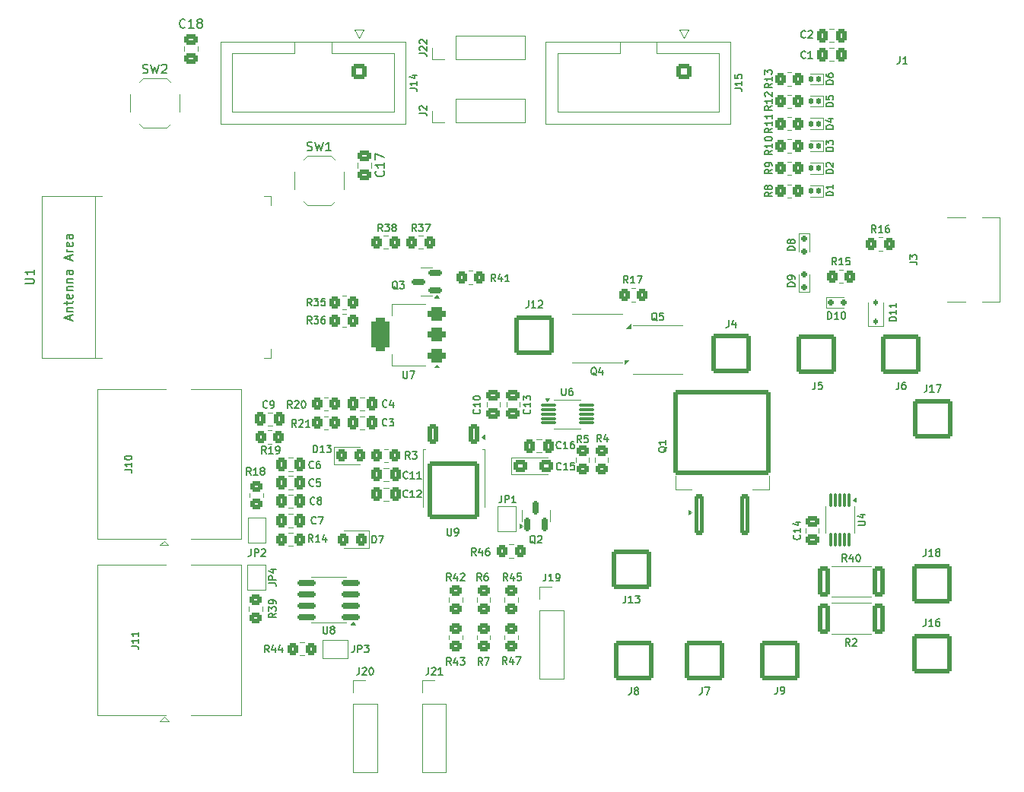
<source format=gto>
G04 #@! TF.GenerationSoftware,KiCad,Pcbnew,8.0.4*
G04 #@! TF.CreationDate,2024-08-16T23:51:58-05:00*
G04 #@! TF.ProjectId,BatteryCo,42617474-6572-4794-936f-2e6b69636164,rev?*
G04 #@! TF.SameCoordinates,Original*
G04 #@! TF.FileFunction,Legend,Top*
G04 #@! TF.FilePolarity,Positive*
%FSLAX46Y46*%
G04 Gerber Fmt 4.6, Leading zero omitted, Abs format (unit mm)*
G04 Created by KiCad (PCBNEW 8.0.4) date 2024-08-16 23:51:58*
%MOMM*%
%LPD*%
G01*
G04 APERTURE LIST*
G04 Aperture macros list*
%AMRoundRect*
0 Rectangle with rounded corners*
0 $1 Rounding radius*
0 $2 $3 $4 $5 $6 $7 $8 $9 X,Y pos of 4 corners*
0 Add a 4 corners polygon primitive as box body*
4,1,4,$2,$3,$4,$5,$6,$7,$8,$9,$2,$3,0*
0 Add four circle primitives for the rounded corners*
1,1,$1+$1,$2,$3*
1,1,$1+$1,$4,$5*
1,1,$1+$1,$6,$7*
1,1,$1+$1,$8,$9*
0 Add four rect primitives between the rounded corners*
20,1,$1+$1,$2,$3,$4,$5,0*
20,1,$1+$1,$4,$5,$6,$7,0*
20,1,$1+$1,$6,$7,$8,$9,0*
20,1,$1+$1,$8,$9,$2,$3,0*%
%AMFreePoly0*
4,1,6,1.000000,0.000000,0.500000,-0.750000,-0.500000,-0.750000,-0.500000,0.750000,0.500000,0.750000,1.000000,0.000000,1.000000,0.000000,$1*%
%AMFreePoly1*
4,1,6,0.500000,-0.750000,-0.650000,-0.750000,-0.150000,0.000000,-0.650000,0.750000,0.500000,0.750000,0.500000,-0.750000,0.500000,-0.750000,$1*%
G04 Aperture macros list end*
%ADD10C,0.150000*%
%ADD11C,0.120000*%
%ADD12RoundRect,0.250000X0.337500X0.475000X-0.337500X0.475000X-0.337500X-0.475000X0.337500X-0.475000X0*%
%ADD13R,1.700000X1.700000*%
%ADD14O,1.700000X1.700000*%
%ADD15FreePoly0,270.000000*%
%ADD16FreePoly1,270.000000*%
%ADD17FreePoly1,180.000000*%
%ADD18FreePoly0,180.000000*%
%ADD19RoundRect,0.250000X-0.350000X-0.450000X0.350000X-0.450000X0.350000X0.450000X-0.350000X0.450000X0*%
%ADD20FreePoly0,90.000000*%
%ADD21FreePoly1,90.000000*%
%ADD22R,1.000000X0.750000*%
%ADD23RoundRect,0.250000X-0.475000X0.337500X-0.475000X-0.337500X0.475000X-0.337500X0.475000X0.337500X0*%
%ADD24RoundRect,0.250000X0.350000X0.450000X-0.350000X0.450000X-0.350000X-0.450000X0.350000X-0.450000X0*%
%ADD25RoundRect,0.250000X-0.450000X0.350000X-0.450000X-0.350000X0.450000X-0.350000X0.450000X0.350000X0*%
%ADD26RoundRect,0.249999X1.950001X1.950001X-1.950001X1.950001X-1.950001X-1.950001X1.950001X-1.950001X0*%
%ADD27RoundRect,0.150000X0.825000X0.150000X-0.825000X0.150000X-0.825000X-0.150000X0.825000X-0.150000X0*%
%ADD28RoundRect,0.125000X0.125000X0.225000X-0.125000X0.225000X-0.125000X-0.225000X0.125000X-0.225000X0*%
%ADD29RoundRect,0.249999X-0.450001X-1.425001X0.450001X-1.425001X0.450001X1.425001X-0.450001X1.425001X0*%
%ADD30RoundRect,0.250000X0.300000X-2.050000X0.300000X2.050000X-0.300000X2.050000X-0.300000X-2.050000X0*%
%ADD31RoundRect,0.250002X5.149998X-4.449998X5.149998X4.449998X-5.149998X4.449998X-5.149998X-4.449998X0*%
%ADD32RoundRect,0.150000X0.150000X-0.587500X0.150000X0.587500X-0.150000X0.587500X-0.150000X-0.587500X0*%
%ADD33RoundRect,0.087500X-0.725000X-0.087500X0.725000X-0.087500X0.725000X0.087500X-0.725000X0.087500X0*%
%ADD34RoundRect,0.250000X-0.537500X-0.425000X0.537500X-0.425000X0.537500X0.425000X-0.537500X0.425000X0*%
%ADD35RoundRect,0.249999X-1.950001X-1.950001X1.950001X-1.950001X1.950001X1.950001X-1.950001X1.950001X0*%
%ADD36RoundRect,0.250000X0.475000X-0.337500X0.475000X0.337500X-0.475000X0.337500X-0.475000X-0.337500X0*%
%ADD37RoundRect,0.250000X-0.337500X-0.475000X0.337500X-0.475000X0.337500X0.475000X-0.337500X0.475000X0*%
%ADD38R,0.650000X0.500000*%
%ADD39R,4.120000X4.600000*%
%ADD40R,0.550000X0.500000*%
%ADD41RoundRect,0.250000X0.450000X-0.350000X0.450000X0.350000X-0.450000X0.350000X-0.450000X-0.350000X0*%
%ADD42C,1.000000*%
%ADD43R,1.600000X0.700000*%
%ADD44R,1.500000X1.200000*%
%ADD45R,2.200000X1.200000*%
%ADD46R,1.500000X1.600000*%
%ADD47RoundRect,0.250000X0.325000X0.450000X-0.325000X0.450000X-0.325000X-0.450000X0.325000X-0.450000X0*%
%ADD48C,3.250000*%
%ADD49R,1.500000X1.500000*%
%ADD50C,1.500000*%
%ADD51C,2.300000*%
%ADD52RoundRect,0.075000X-0.075000X0.650000X-0.075000X-0.650000X0.075000X-0.650000X0.075000X0.650000X0*%
%ADD53RoundRect,0.250000X-0.600000X0.600000X-0.600000X-0.600000X0.600000X-0.600000X0.600000X0.600000X0*%
%ADD54C,1.700000*%
%ADD55RoundRect,0.150000X0.200000X-0.150000X0.200000X0.150000X-0.200000X0.150000X-0.200000X-0.150000X0*%
%ADD56RoundRect,0.250000X-0.325000X-0.450000X0.325000X-0.450000X0.325000X0.450000X-0.325000X0.450000X0*%
%ADD57RoundRect,0.150000X-0.200000X0.150000X-0.200000X-0.150000X0.200000X-0.150000X0.200000X0.150000X0*%
%ADD58RoundRect,0.150000X0.587500X0.150000X-0.587500X0.150000X-0.587500X-0.150000X0.587500X-0.150000X0*%
%ADD59RoundRect,0.250000X-0.350000X0.850000X-0.350000X-0.850000X0.350000X-0.850000X0.350000X0.850000X0*%
%ADD60RoundRect,0.249997X-2.650003X2.950003X-2.650003X-2.950003X2.650003X-2.950003X2.650003X2.950003X0*%
%ADD61R,0.900000X1.500000*%
%ADD62R,1.500000X0.900000*%
%ADD63R,0.900000X0.900000*%
%ADD64C,0.650000*%
%ADD65R,1.450000X0.600000*%
%ADD66R,1.450000X0.300000*%
%ADD67O,2.100000X1.000000*%
%ADD68O,1.600000X1.000000*%
%ADD69RoundRect,0.112500X0.112500X-0.187500X0.112500X0.187500X-0.112500X0.187500X-0.112500X-0.187500X0*%
%ADD70RoundRect,0.150000X0.150000X0.200000X-0.150000X0.200000X-0.150000X-0.200000X0.150000X-0.200000X0*%
%ADD71RoundRect,0.375000X0.625000X0.375000X-0.625000X0.375000X-0.625000X-0.375000X0.625000X-0.375000X0*%
%ADD72RoundRect,0.500000X0.500000X1.400000X-0.500000X1.400000X-0.500000X-1.400000X0.500000X-1.400000X0*%
G04 APERTURE END LIST*
D10*
X128564467Y-54123904D02*
X128526371Y-54162000D01*
X128526371Y-54162000D02*
X128412086Y-54200095D01*
X128412086Y-54200095D02*
X128335895Y-54200095D01*
X128335895Y-54200095D02*
X128221609Y-54162000D01*
X128221609Y-54162000D02*
X128145419Y-54085809D01*
X128145419Y-54085809D02*
X128107324Y-54009619D01*
X128107324Y-54009619D02*
X128069228Y-53857238D01*
X128069228Y-53857238D02*
X128069228Y-53742952D01*
X128069228Y-53742952D02*
X128107324Y-53590571D01*
X128107324Y-53590571D02*
X128145419Y-53514380D01*
X128145419Y-53514380D02*
X128221609Y-53438190D01*
X128221609Y-53438190D02*
X128335895Y-53400095D01*
X128335895Y-53400095D02*
X128412086Y-53400095D01*
X128412086Y-53400095D02*
X128526371Y-53438190D01*
X128526371Y-53438190D02*
X128564467Y-53476285D01*
X129326371Y-54200095D02*
X128869228Y-54200095D01*
X129097800Y-54200095D02*
X129097800Y-53400095D01*
X129097800Y-53400095D02*
X129021609Y-53514380D01*
X129021609Y-53514380D02*
X128945419Y-53590571D01*
X128945419Y-53590571D02*
X128869228Y-53628666D01*
X128564467Y-51861504D02*
X128526371Y-51899600D01*
X128526371Y-51899600D02*
X128412086Y-51937695D01*
X128412086Y-51937695D02*
X128335895Y-51937695D01*
X128335895Y-51937695D02*
X128221609Y-51899600D01*
X128221609Y-51899600D02*
X128145419Y-51823409D01*
X128145419Y-51823409D02*
X128107324Y-51747219D01*
X128107324Y-51747219D02*
X128069228Y-51594838D01*
X128069228Y-51594838D02*
X128069228Y-51480552D01*
X128069228Y-51480552D02*
X128107324Y-51328171D01*
X128107324Y-51328171D02*
X128145419Y-51251980D01*
X128145419Y-51251980D02*
X128221609Y-51175790D01*
X128221609Y-51175790D02*
X128335895Y-51137695D01*
X128335895Y-51137695D02*
X128412086Y-51137695D01*
X128412086Y-51137695D02*
X128526371Y-51175790D01*
X128526371Y-51175790D02*
X128564467Y-51213885D01*
X128869228Y-51213885D02*
X128907324Y-51175790D01*
X128907324Y-51175790D02*
X128983514Y-51137695D01*
X128983514Y-51137695D02*
X129173990Y-51137695D01*
X129173990Y-51137695D02*
X129250181Y-51175790D01*
X129250181Y-51175790D02*
X129288276Y-51213885D01*
X129288276Y-51213885D02*
X129326371Y-51290076D01*
X129326371Y-51290076D02*
X129326371Y-51366266D01*
X129326371Y-51366266D02*
X129288276Y-51480552D01*
X129288276Y-51480552D02*
X128831133Y-51937695D01*
X128831133Y-51937695D02*
X129326371Y-51937695D01*
X85586295Y-53667219D02*
X86157723Y-53667219D01*
X86157723Y-53667219D02*
X86272009Y-53705314D01*
X86272009Y-53705314D02*
X86348200Y-53781505D01*
X86348200Y-53781505D02*
X86386295Y-53895790D01*
X86386295Y-53895790D02*
X86386295Y-53971981D01*
X85662485Y-53324362D02*
X85624390Y-53286266D01*
X85624390Y-53286266D02*
X85586295Y-53210076D01*
X85586295Y-53210076D02*
X85586295Y-53019600D01*
X85586295Y-53019600D02*
X85624390Y-52943409D01*
X85624390Y-52943409D02*
X85662485Y-52905314D01*
X85662485Y-52905314D02*
X85738676Y-52867219D01*
X85738676Y-52867219D02*
X85814866Y-52867219D01*
X85814866Y-52867219D02*
X85929152Y-52905314D01*
X85929152Y-52905314D02*
X86386295Y-53362457D01*
X86386295Y-53362457D02*
X86386295Y-52867219D01*
X85662485Y-52562457D02*
X85624390Y-52524361D01*
X85624390Y-52524361D02*
X85586295Y-52448171D01*
X85586295Y-52448171D02*
X85586295Y-52257695D01*
X85586295Y-52257695D02*
X85624390Y-52181504D01*
X85624390Y-52181504D02*
X85662485Y-52143409D01*
X85662485Y-52143409D02*
X85738676Y-52105314D01*
X85738676Y-52105314D02*
X85814866Y-52105314D01*
X85814866Y-52105314D02*
X85929152Y-52143409D01*
X85929152Y-52143409D02*
X86386295Y-52600552D01*
X86386295Y-52600552D02*
X86386295Y-52105314D01*
X68812095Y-112651266D02*
X69383523Y-112651266D01*
X69383523Y-112651266D02*
X69497809Y-112689361D01*
X69497809Y-112689361D02*
X69574000Y-112765552D01*
X69574000Y-112765552D02*
X69612095Y-112879837D01*
X69612095Y-112879837D02*
X69612095Y-112956028D01*
X69612095Y-112270313D02*
X68812095Y-112270313D01*
X68812095Y-112270313D02*
X68812095Y-111965551D01*
X68812095Y-111965551D02*
X68850190Y-111889361D01*
X68850190Y-111889361D02*
X68888285Y-111851266D01*
X68888285Y-111851266D02*
X68964476Y-111813170D01*
X68964476Y-111813170D02*
X69078761Y-111813170D01*
X69078761Y-111813170D02*
X69154952Y-111851266D01*
X69154952Y-111851266D02*
X69193047Y-111889361D01*
X69193047Y-111889361D02*
X69231142Y-111965551D01*
X69231142Y-111965551D02*
X69231142Y-112270313D01*
X69078761Y-111127456D02*
X69612095Y-111127456D01*
X68774000Y-111317932D02*
X69345428Y-111508409D01*
X69345428Y-111508409D02*
X69345428Y-111013170D01*
X78349533Y-119561695D02*
X78349533Y-120133123D01*
X78349533Y-120133123D02*
X78311438Y-120247409D01*
X78311438Y-120247409D02*
X78235247Y-120323600D01*
X78235247Y-120323600D02*
X78120962Y-120361695D01*
X78120962Y-120361695D02*
X78044771Y-120361695D01*
X78730486Y-120361695D02*
X78730486Y-119561695D01*
X78730486Y-119561695D02*
X79035248Y-119561695D01*
X79035248Y-119561695D02*
X79111438Y-119599790D01*
X79111438Y-119599790D02*
X79149533Y-119637885D01*
X79149533Y-119637885D02*
X79187629Y-119714076D01*
X79187629Y-119714076D02*
X79187629Y-119828361D01*
X79187629Y-119828361D02*
X79149533Y-119904552D01*
X79149533Y-119904552D02*
X79111438Y-119942647D01*
X79111438Y-119942647D02*
X79035248Y-119980742D01*
X79035248Y-119980742D02*
X78730486Y-119980742D01*
X79454295Y-119561695D02*
X79949533Y-119561695D01*
X79949533Y-119561695D02*
X79682867Y-119866457D01*
X79682867Y-119866457D02*
X79797152Y-119866457D01*
X79797152Y-119866457D02*
X79873343Y-119904552D01*
X79873343Y-119904552D02*
X79911438Y-119942647D01*
X79911438Y-119942647D02*
X79949533Y-120018838D01*
X79949533Y-120018838D02*
X79949533Y-120209314D01*
X79949533Y-120209314D02*
X79911438Y-120285504D01*
X79911438Y-120285504D02*
X79873343Y-120323600D01*
X79873343Y-120323600D02*
X79797152Y-120361695D01*
X79797152Y-120361695D02*
X79568581Y-120361695D01*
X79568581Y-120361695D02*
X79492390Y-120323600D01*
X79492390Y-120323600D02*
X79454295Y-120285504D01*
X68849914Y-120387095D02*
X68583247Y-120006142D01*
X68392771Y-120387095D02*
X68392771Y-119587095D01*
X68392771Y-119587095D02*
X68697533Y-119587095D01*
X68697533Y-119587095D02*
X68773723Y-119625190D01*
X68773723Y-119625190D02*
X68811818Y-119663285D01*
X68811818Y-119663285D02*
X68849914Y-119739476D01*
X68849914Y-119739476D02*
X68849914Y-119853761D01*
X68849914Y-119853761D02*
X68811818Y-119929952D01*
X68811818Y-119929952D02*
X68773723Y-119968047D01*
X68773723Y-119968047D02*
X68697533Y-120006142D01*
X68697533Y-120006142D02*
X68392771Y-120006142D01*
X69535628Y-119853761D02*
X69535628Y-120387095D01*
X69345152Y-119549000D02*
X69154675Y-120120428D01*
X69154675Y-120120428D02*
X69649914Y-120120428D01*
X70297533Y-119853761D02*
X70297533Y-120387095D01*
X70107057Y-119549000D02*
X69916580Y-120120428D01*
X69916580Y-120120428D02*
X70411819Y-120120428D01*
X66859333Y-108866095D02*
X66859333Y-109437523D01*
X66859333Y-109437523D02*
X66821238Y-109551809D01*
X66821238Y-109551809D02*
X66745047Y-109628000D01*
X66745047Y-109628000D02*
X66630762Y-109666095D01*
X66630762Y-109666095D02*
X66554571Y-109666095D01*
X67240286Y-109666095D02*
X67240286Y-108866095D01*
X67240286Y-108866095D02*
X67545048Y-108866095D01*
X67545048Y-108866095D02*
X67621238Y-108904190D01*
X67621238Y-108904190D02*
X67659333Y-108942285D01*
X67659333Y-108942285D02*
X67697429Y-109018476D01*
X67697429Y-109018476D02*
X67697429Y-109132761D01*
X67697429Y-109132761D02*
X67659333Y-109208952D01*
X67659333Y-109208952D02*
X67621238Y-109247047D01*
X67621238Y-109247047D02*
X67545048Y-109285142D01*
X67545048Y-109285142D02*
X67240286Y-109285142D01*
X68002190Y-108942285D02*
X68040286Y-108904190D01*
X68040286Y-108904190D02*
X68116476Y-108866095D01*
X68116476Y-108866095D02*
X68306952Y-108866095D01*
X68306952Y-108866095D02*
X68383143Y-108904190D01*
X68383143Y-108904190D02*
X68421238Y-108942285D01*
X68421238Y-108942285D02*
X68459333Y-109018476D01*
X68459333Y-109018476D02*
X68459333Y-109094666D01*
X68459333Y-109094666D02*
X68421238Y-109208952D01*
X68421238Y-109208952D02*
X67964095Y-109666095D01*
X67964095Y-109666095D02*
X68459333Y-109666095D01*
X54810667Y-55828200D02*
X54953524Y-55875819D01*
X54953524Y-55875819D02*
X55191619Y-55875819D01*
X55191619Y-55875819D02*
X55286857Y-55828200D01*
X55286857Y-55828200D02*
X55334476Y-55780580D01*
X55334476Y-55780580D02*
X55382095Y-55685342D01*
X55382095Y-55685342D02*
X55382095Y-55590104D01*
X55382095Y-55590104D02*
X55334476Y-55494866D01*
X55334476Y-55494866D02*
X55286857Y-55447247D01*
X55286857Y-55447247D02*
X55191619Y-55399628D01*
X55191619Y-55399628D02*
X55001143Y-55352009D01*
X55001143Y-55352009D02*
X54905905Y-55304390D01*
X54905905Y-55304390D02*
X54858286Y-55256771D01*
X54858286Y-55256771D02*
X54810667Y-55161533D01*
X54810667Y-55161533D02*
X54810667Y-55066295D01*
X54810667Y-55066295D02*
X54858286Y-54971057D01*
X54858286Y-54971057D02*
X54905905Y-54923438D01*
X54905905Y-54923438D02*
X55001143Y-54875819D01*
X55001143Y-54875819D02*
X55239238Y-54875819D01*
X55239238Y-54875819D02*
X55382095Y-54923438D01*
X55715429Y-54875819D02*
X55953524Y-55875819D01*
X55953524Y-55875819D02*
X56144000Y-55161533D01*
X56144000Y-55161533D02*
X56334476Y-55875819D01*
X56334476Y-55875819D02*
X56572572Y-54875819D01*
X56905905Y-54971057D02*
X56953524Y-54923438D01*
X56953524Y-54923438D02*
X57048762Y-54875819D01*
X57048762Y-54875819D02*
X57286857Y-54875819D01*
X57286857Y-54875819D02*
X57382095Y-54923438D01*
X57382095Y-54923438D02*
X57429714Y-54971057D01*
X57429714Y-54971057D02*
X57477333Y-55066295D01*
X57477333Y-55066295D02*
X57477333Y-55161533D01*
X57477333Y-55161533D02*
X57429714Y-55304390D01*
X57429714Y-55304390D02*
X56858286Y-55875819D01*
X56858286Y-55875819D02*
X57477333Y-55875819D01*
X73098667Y-64464200D02*
X73241524Y-64511819D01*
X73241524Y-64511819D02*
X73479619Y-64511819D01*
X73479619Y-64511819D02*
X73574857Y-64464200D01*
X73574857Y-64464200D02*
X73622476Y-64416580D01*
X73622476Y-64416580D02*
X73670095Y-64321342D01*
X73670095Y-64321342D02*
X73670095Y-64226104D01*
X73670095Y-64226104D02*
X73622476Y-64130866D01*
X73622476Y-64130866D02*
X73574857Y-64083247D01*
X73574857Y-64083247D02*
X73479619Y-64035628D01*
X73479619Y-64035628D02*
X73289143Y-63988009D01*
X73289143Y-63988009D02*
X73193905Y-63940390D01*
X73193905Y-63940390D02*
X73146286Y-63892771D01*
X73146286Y-63892771D02*
X73098667Y-63797533D01*
X73098667Y-63797533D02*
X73098667Y-63702295D01*
X73098667Y-63702295D02*
X73146286Y-63607057D01*
X73146286Y-63607057D02*
X73193905Y-63559438D01*
X73193905Y-63559438D02*
X73289143Y-63511819D01*
X73289143Y-63511819D02*
X73527238Y-63511819D01*
X73527238Y-63511819D02*
X73670095Y-63559438D01*
X74003429Y-63511819D02*
X74241524Y-64511819D01*
X74241524Y-64511819D02*
X74432000Y-63797533D01*
X74432000Y-63797533D02*
X74622476Y-64511819D01*
X74622476Y-64511819D02*
X74860572Y-63511819D01*
X75765333Y-64511819D02*
X75193905Y-64511819D01*
X75479619Y-64511819D02*
X75479619Y-63511819D01*
X75479619Y-63511819D02*
X75384381Y-63654676D01*
X75384381Y-63654676D02*
X75289143Y-63749914D01*
X75289143Y-63749914D02*
X75193905Y-63797533D01*
X59517142Y-50737580D02*
X59469523Y-50785200D01*
X59469523Y-50785200D02*
X59326666Y-50832819D01*
X59326666Y-50832819D02*
X59231428Y-50832819D01*
X59231428Y-50832819D02*
X59088571Y-50785200D01*
X59088571Y-50785200D02*
X58993333Y-50689961D01*
X58993333Y-50689961D02*
X58945714Y-50594723D01*
X58945714Y-50594723D02*
X58898095Y-50404247D01*
X58898095Y-50404247D02*
X58898095Y-50261390D01*
X58898095Y-50261390D02*
X58945714Y-50070914D01*
X58945714Y-50070914D02*
X58993333Y-49975676D01*
X58993333Y-49975676D02*
X59088571Y-49880438D01*
X59088571Y-49880438D02*
X59231428Y-49832819D01*
X59231428Y-49832819D02*
X59326666Y-49832819D01*
X59326666Y-49832819D02*
X59469523Y-49880438D01*
X59469523Y-49880438D02*
X59517142Y-49928057D01*
X60469523Y-50832819D02*
X59898095Y-50832819D01*
X60183809Y-50832819D02*
X60183809Y-49832819D01*
X60183809Y-49832819D02*
X60088571Y-49975676D01*
X60088571Y-49975676D02*
X59993333Y-50070914D01*
X59993333Y-50070914D02*
X59898095Y-50118533D01*
X61040952Y-50261390D02*
X60945714Y-50213771D01*
X60945714Y-50213771D02*
X60898095Y-50166152D01*
X60898095Y-50166152D02*
X60850476Y-50070914D01*
X60850476Y-50070914D02*
X60850476Y-50023295D01*
X60850476Y-50023295D02*
X60898095Y-49928057D01*
X60898095Y-49928057D02*
X60945714Y-49880438D01*
X60945714Y-49880438D02*
X61040952Y-49832819D01*
X61040952Y-49832819D02*
X61231428Y-49832819D01*
X61231428Y-49832819D02*
X61326666Y-49880438D01*
X61326666Y-49880438D02*
X61374285Y-49928057D01*
X61374285Y-49928057D02*
X61421904Y-50023295D01*
X61421904Y-50023295D02*
X61421904Y-50070914D01*
X61421904Y-50070914D02*
X61374285Y-50166152D01*
X61374285Y-50166152D02*
X61326666Y-50213771D01*
X61326666Y-50213771D02*
X61231428Y-50261390D01*
X61231428Y-50261390D02*
X61040952Y-50261390D01*
X61040952Y-50261390D02*
X60945714Y-50309009D01*
X60945714Y-50309009D02*
X60898095Y-50356628D01*
X60898095Y-50356628D02*
X60850476Y-50451866D01*
X60850476Y-50451866D02*
X60850476Y-50642342D01*
X60850476Y-50642342D02*
X60898095Y-50737580D01*
X60898095Y-50737580D02*
X60945714Y-50785200D01*
X60945714Y-50785200D02*
X61040952Y-50832819D01*
X61040952Y-50832819D02*
X61231428Y-50832819D01*
X61231428Y-50832819D02*
X61326666Y-50785200D01*
X61326666Y-50785200D02*
X61374285Y-50737580D01*
X61374285Y-50737580D02*
X61421904Y-50642342D01*
X61421904Y-50642342D02*
X61421904Y-50451866D01*
X61421904Y-50451866D02*
X61374285Y-50356628D01*
X61374285Y-50356628D02*
X61326666Y-50309009D01*
X61326666Y-50309009D02*
X61231428Y-50261390D01*
X81601580Y-66768857D02*
X81649200Y-66816476D01*
X81649200Y-66816476D02*
X81696819Y-66959333D01*
X81696819Y-66959333D02*
X81696819Y-67054571D01*
X81696819Y-67054571D02*
X81649200Y-67197428D01*
X81649200Y-67197428D02*
X81553961Y-67292666D01*
X81553961Y-67292666D02*
X81458723Y-67340285D01*
X81458723Y-67340285D02*
X81268247Y-67387904D01*
X81268247Y-67387904D02*
X81125390Y-67387904D01*
X81125390Y-67387904D02*
X80934914Y-67340285D01*
X80934914Y-67340285D02*
X80839676Y-67292666D01*
X80839676Y-67292666D02*
X80744438Y-67197428D01*
X80744438Y-67197428D02*
X80696819Y-67054571D01*
X80696819Y-67054571D02*
X80696819Y-66959333D01*
X80696819Y-66959333D02*
X80744438Y-66816476D01*
X80744438Y-66816476D02*
X80792057Y-66768857D01*
X81696819Y-65816476D02*
X81696819Y-66387904D01*
X81696819Y-66102190D02*
X80696819Y-66102190D01*
X80696819Y-66102190D02*
X80839676Y-66197428D01*
X80839676Y-66197428D02*
X80934914Y-66292666D01*
X80934914Y-66292666D02*
X80982533Y-66387904D01*
X80696819Y-65483142D02*
X80696819Y-64816476D01*
X80696819Y-64816476D02*
X81696819Y-65245047D01*
X84526667Y-98822295D02*
X84260000Y-98441342D01*
X84069524Y-98822295D02*
X84069524Y-98022295D01*
X84069524Y-98022295D02*
X84374286Y-98022295D01*
X84374286Y-98022295D02*
X84450476Y-98060390D01*
X84450476Y-98060390D02*
X84488571Y-98098485D01*
X84488571Y-98098485D02*
X84526667Y-98174676D01*
X84526667Y-98174676D02*
X84526667Y-98288961D01*
X84526667Y-98288961D02*
X84488571Y-98365152D01*
X84488571Y-98365152D02*
X84450476Y-98403247D01*
X84450476Y-98403247D02*
X84374286Y-98441342D01*
X84374286Y-98441342D02*
X84069524Y-98441342D01*
X84793333Y-98022295D02*
X85288571Y-98022295D01*
X85288571Y-98022295D02*
X85021905Y-98327057D01*
X85021905Y-98327057D02*
X85136190Y-98327057D01*
X85136190Y-98327057D02*
X85212381Y-98365152D01*
X85212381Y-98365152D02*
X85250476Y-98403247D01*
X85250476Y-98403247D02*
X85288571Y-98479438D01*
X85288571Y-98479438D02*
X85288571Y-98669914D01*
X85288571Y-98669914D02*
X85250476Y-98746104D01*
X85250476Y-98746104D02*
X85212381Y-98784200D01*
X85212381Y-98784200D02*
X85136190Y-98822295D01*
X85136190Y-98822295D02*
X84907619Y-98822295D01*
X84907619Y-98822295D02*
X84831428Y-98784200D01*
X84831428Y-98784200D02*
X84793333Y-98746104D01*
X95307285Y-121679619D02*
X95040618Y-121298666D01*
X94850142Y-121679619D02*
X94850142Y-120879619D01*
X94850142Y-120879619D02*
X95154904Y-120879619D01*
X95154904Y-120879619D02*
X95231094Y-120917714D01*
X95231094Y-120917714D02*
X95269189Y-120955809D01*
X95269189Y-120955809D02*
X95307285Y-121032000D01*
X95307285Y-121032000D02*
X95307285Y-121146285D01*
X95307285Y-121146285D02*
X95269189Y-121222476D01*
X95269189Y-121222476D02*
X95231094Y-121260571D01*
X95231094Y-121260571D02*
X95154904Y-121298666D01*
X95154904Y-121298666D02*
X94850142Y-121298666D01*
X95992999Y-121146285D02*
X95992999Y-121679619D01*
X95802523Y-120841524D02*
X95612046Y-121412952D01*
X95612046Y-121412952D02*
X96107285Y-121412952D01*
X96335856Y-120879619D02*
X96869190Y-120879619D01*
X96869190Y-120879619D02*
X96526332Y-121679619D01*
X125425333Y-124206295D02*
X125425333Y-124777723D01*
X125425333Y-124777723D02*
X125387238Y-124892009D01*
X125387238Y-124892009D02*
X125311047Y-124968200D01*
X125311047Y-124968200D02*
X125196762Y-125006295D01*
X125196762Y-125006295D02*
X125120571Y-125006295D01*
X125844381Y-125006295D02*
X125996762Y-125006295D01*
X125996762Y-125006295D02*
X126072952Y-124968200D01*
X126072952Y-124968200D02*
X126111048Y-124930104D01*
X126111048Y-124930104D02*
X126187238Y-124815819D01*
X126187238Y-124815819D02*
X126225333Y-124663438D01*
X126225333Y-124663438D02*
X126225333Y-124358676D01*
X126225333Y-124358676D02*
X126187238Y-124282485D01*
X126187238Y-124282485D02*
X126149143Y-124244390D01*
X126149143Y-124244390D02*
X126072952Y-124206295D01*
X126072952Y-124206295D02*
X125920571Y-124206295D01*
X125920571Y-124206295D02*
X125844381Y-124244390D01*
X125844381Y-124244390D02*
X125806286Y-124282485D01*
X125806286Y-124282485D02*
X125768190Y-124358676D01*
X125768190Y-124358676D02*
X125768190Y-124549152D01*
X125768190Y-124549152D02*
X125806286Y-124625342D01*
X125806286Y-124625342D02*
X125844381Y-124663438D01*
X125844381Y-124663438D02*
X125920571Y-124701533D01*
X125920571Y-124701533D02*
X126072952Y-124701533D01*
X126072952Y-124701533D02*
X126149143Y-124663438D01*
X126149143Y-124663438D02*
X126187238Y-124625342D01*
X126187238Y-124625342D02*
X126225333Y-124549152D01*
X84283714Y-103046104D02*
X84245618Y-103084200D01*
X84245618Y-103084200D02*
X84131333Y-103122295D01*
X84131333Y-103122295D02*
X84055142Y-103122295D01*
X84055142Y-103122295D02*
X83940856Y-103084200D01*
X83940856Y-103084200D02*
X83864666Y-103008009D01*
X83864666Y-103008009D02*
X83826571Y-102931819D01*
X83826571Y-102931819D02*
X83788475Y-102779438D01*
X83788475Y-102779438D02*
X83788475Y-102665152D01*
X83788475Y-102665152D02*
X83826571Y-102512771D01*
X83826571Y-102512771D02*
X83864666Y-102436580D01*
X83864666Y-102436580D02*
X83940856Y-102360390D01*
X83940856Y-102360390D02*
X84055142Y-102322295D01*
X84055142Y-102322295D02*
X84131333Y-102322295D01*
X84131333Y-102322295D02*
X84245618Y-102360390D01*
X84245618Y-102360390D02*
X84283714Y-102398485D01*
X85045618Y-103122295D02*
X84588475Y-103122295D01*
X84817047Y-103122295D02*
X84817047Y-102322295D01*
X84817047Y-102322295D02*
X84740856Y-102436580D01*
X84740856Y-102436580D02*
X84664666Y-102512771D01*
X84664666Y-102512771D02*
X84588475Y-102550866D01*
X85350380Y-102398485D02*
X85388476Y-102360390D01*
X85388476Y-102360390D02*
X85464666Y-102322295D01*
X85464666Y-102322295D02*
X85655142Y-102322295D01*
X85655142Y-102322295D02*
X85731333Y-102360390D01*
X85731333Y-102360390D02*
X85769428Y-102398485D01*
X85769428Y-102398485D02*
X85807523Y-102474676D01*
X85807523Y-102474676D02*
X85807523Y-102550866D01*
X85807523Y-102550866D02*
X85769428Y-102665152D01*
X85769428Y-102665152D02*
X85312285Y-103122295D01*
X85312285Y-103122295D02*
X85807523Y-103122295D01*
X74895476Y-117487295D02*
X74895476Y-118134914D01*
X74895476Y-118134914D02*
X74933571Y-118211104D01*
X74933571Y-118211104D02*
X74971666Y-118249200D01*
X74971666Y-118249200D02*
X75047857Y-118287295D01*
X75047857Y-118287295D02*
X75200238Y-118287295D01*
X75200238Y-118287295D02*
X75276428Y-118249200D01*
X75276428Y-118249200D02*
X75314523Y-118211104D01*
X75314523Y-118211104D02*
X75352619Y-118134914D01*
X75352619Y-118134914D02*
X75352619Y-117487295D01*
X75847856Y-117830152D02*
X75771666Y-117792057D01*
X75771666Y-117792057D02*
X75733571Y-117753961D01*
X75733571Y-117753961D02*
X75695475Y-117677771D01*
X75695475Y-117677771D02*
X75695475Y-117639676D01*
X75695475Y-117639676D02*
X75733571Y-117563485D01*
X75733571Y-117563485D02*
X75771666Y-117525390D01*
X75771666Y-117525390D02*
X75847856Y-117487295D01*
X75847856Y-117487295D02*
X76000237Y-117487295D01*
X76000237Y-117487295D02*
X76076428Y-117525390D01*
X76076428Y-117525390D02*
X76114523Y-117563485D01*
X76114523Y-117563485D02*
X76152618Y-117639676D01*
X76152618Y-117639676D02*
X76152618Y-117677771D01*
X76152618Y-117677771D02*
X76114523Y-117753961D01*
X76114523Y-117753961D02*
X76076428Y-117792057D01*
X76076428Y-117792057D02*
X76000237Y-117830152D01*
X76000237Y-117830152D02*
X75847856Y-117830152D01*
X75847856Y-117830152D02*
X75771666Y-117868247D01*
X75771666Y-117868247D02*
X75733571Y-117906342D01*
X75733571Y-117906342D02*
X75695475Y-117982533D01*
X75695475Y-117982533D02*
X75695475Y-118134914D01*
X75695475Y-118134914D02*
X75733571Y-118211104D01*
X75733571Y-118211104D02*
X75771666Y-118249200D01*
X75771666Y-118249200D02*
X75847856Y-118287295D01*
X75847856Y-118287295D02*
X76000237Y-118287295D01*
X76000237Y-118287295D02*
X76076428Y-118249200D01*
X76076428Y-118249200D02*
X76114523Y-118211104D01*
X76114523Y-118211104D02*
X76152618Y-118134914D01*
X76152618Y-118134914D02*
X76152618Y-117982533D01*
X76152618Y-117982533D02*
X76114523Y-117906342D01*
X76114523Y-117906342D02*
X76076428Y-117868247D01*
X76076428Y-117868247D02*
X76000237Y-117830152D01*
X131642295Y-67038775D02*
X130842295Y-67038775D01*
X130842295Y-67038775D02*
X130842295Y-66848299D01*
X130842295Y-66848299D02*
X130880390Y-66734013D01*
X130880390Y-66734013D02*
X130956580Y-66657823D01*
X130956580Y-66657823D02*
X131032771Y-66619728D01*
X131032771Y-66619728D02*
X131185152Y-66581632D01*
X131185152Y-66581632D02*
X131299438Y-66581632D01*
X131299438Y-66581632D02*
X131451819Y-66619728D01*
X131451819Y-66619728D02*
X131528009Y-66657823D01*
X131528009Y-66657823D02*
X131604200Y-66734013D01*
X131604200Y-66734013D02*
X131642295Y-66848299D01*
X131642295Y-66848299D02*
X131642295Y-67038775D01*
X130918485Y-66276871D02*
X130880390Y-66238775D01*
X130880390Y-66238775D02*
X130842295Y-66162585D01*
X130842295Y-66162585D02*
X130842295Y-65972109D01*
X130842295Y-65972109D02*
X130880390Y-65895918D01*
X130880390Y-65895918D02*
X130918485Y-65857823D01*
X130918485Y-65857823D02*
X130994676Y-65819728D01*
X130994676Y-65819728D02*
X131070866Y-65819728D01*
X131070866Y-65819728D02*
X131185152Y-65857823D01*
X131185152Y-65857823D02*
X131642295Y-66314966D01*
X131642295Y-66314966D02*
X131642295Y-65819728D01*
X133135714Y-110242295D02*
X132869047Y-109861342D01*
X132678571Y-110242295D02*
X132678571Y-109442295D01*
X132678571Y-109442295D02*
X132983333Y-109442295D01*
X132983333Y-109442295D02*
X133059523Y-109480390D01*
X133059523Y-109480390D02*
X133097618Y-109518485D01*
X133097618Y-109518485D02*
X133135714Y-109594676D01*
X133135714Y-109594676D02*
X133135714Y-109708961D01*
X133135714Y-109708961D02*
X133097618Y-109785152D01*
X133097618Y-109785152D02*
X133059523Y-109823247D01*
X133059523Y-109823247D02*
X132983333Y-109861342D01*
X132983333Y-109861342D02*
X132678571Y-109861342D01*
X133821428Y-109708961D02*
X133821428Y-110242295D01*
X133630952Y-109404200D02*
X133440475Y-109975628D01*
X133440475Y-109975628D02*
X133935714Y-109975628D01*
X134392857Y-109442295D02*
X134469047Y-109442295D01*
X134469047Y-109442295D02*
X134545238Y-109480390D01*
X134545238Y-109480390D02*
X134583333Y-109518485D01*
X134583333Y-109518485D02*
X134621428Y-109594676D01*
X134621428Y-109594676D02*
X134659523Y-109747057D01*
X134659523Y-109747057D02*
X134659523Y-109937533D01*
X134659523Y-109937533D02*
X134621428Y-110089914D01*
X134621428Y-110089914D02*
X134583333Y-110166104D01*
X134583333Y-110166104D02*
X134545238Y-110204200D01*
X134545238Y-110204200D02*
X134469047Y-110242295D01*
X134469047Y-110242295D02*
X134392857Y-110242295D01*
X134392857Y-110242295D02*
X134316666Y-110204200D01*
X134316666Y-110204200D02*
X134278571Y-110166104D01*
X134278571Y-110166104D02*
X134240476Y-110089914D01*
X134240476Y-110089914D02*
X134202380Y-109937533D01*
X134202380Y-109937533D02*
X134202380Y-109747057D01*
X134202380Y-109747057D02*
X134240476Y-109594676D01*
X134240476Y-109594676D02*
X134278571Y-109518485D01*
X134278571Y-109518485D02*
X134316666Y-109480390D01*
X134316666Y-109480390D02*
X134392857Y-109442295D01*
X113088485Y-97476190D02*
X113050390Y-97552380D01*
X113050390Y-97552380D02*
X112974200Y-97628571D01*
X112974200Y-97628571D02*
X112859914Y-97742857D01*
X112859914Y-97742857D02*
X112821819Y-97819047D01*
X112821819Y-97819047D02*
X112821819Y-97895238D01*
X113012295Y-97857142D02*
X112974200Y-97933333D01*
X112974200Y-97933333D02*
X112898009Y-98009523D01*
X112898009Y-98009523D02*
X112745628Y-98047619D01*
X112745628Y-98047619D02*
X112478961Y-98047619D01*
X112478961Y-98047619D02*
X112326580Y-98009523D01*
X112326580Y-98009523D02*
X112250390Y-97933333D01*
X112250390Y-97933333D02*
X112212295Y-97857142D01*
X112212295Y-97857142D02*
X112212295Y-97704761D01*
X112212295Y-97704761D02*
X112250390Y-97628571D01*
X112250390Y-97628571D02*
X112326580Y-97552380D01*
X112326580Y-97552380D02*
X112478961Y-97514285D01*
X112478961Y-97514285D02*
X112745628Y-97514285D01*
X112745628Y-97514285D02*
X112898009Y-97552380D01*
X112898009Y-97552380D02*
X112974200Y-97628571D01*
X112974200Y-97628571D02*
X113012295Y-97704761D01*
X113012295Y-97704761D02*
X113012295Y-97857142D01*
X113012295Y-96752381D02*
X113012295Y-97209524D01*
X113012295Y-96980952D02*
X112212295Y-96980952D01*
X112212295Y-96980952D02*
X112326580Y-97057143D01*
X112326580Y-97057143D02*
X112402771Y-97133333D01*
X112402771Y-97133333D02*
X112440866Y-97209524D01*
X98473809Y-108263485D02*
X98397619Y-108225390D01*
X98397619Y-108225390D02*
X98321428Y-108149200D01*
X98321428Y-108149200D02*
X98207142Y-108034914D01*
X98207142Y-108034914D02*
X98130952Y-107996819D01*
X98130952Y-107996819D02*
X98054761Y-107996819D01*
X98092857Y-108187295D02*
X98016666Y-108149200D01*
X98016666Y-108149200D02*
X97940476Y-108073009D01*
X97940476Y-108073009D02*
X97902380Y-107920628D01*
X97902380Y-107920628D02*
X97902380Y-107653961D01*
X97902380Y-107653961D02*
X97940476Y-107501580D01*
X97940476Y-107501580D02*
X98016666Y-107425390D01*
X98016666Y-107425390D02*
X98092857Y-107387295D01*
X98092857Y-107387295D02*
X98245238Y-107387295D01*
X98245238Y-107387295D02*
X98321428Y-107425390D01*
X98321428Y-107425390D02*
X98397619Y-107501580D01*
X98397619Y-107501580D02*
X98435714Y-107653961D01*
X98435714Y-107653961D02*
X98435714Y-107920628D01*
X98435714Y-107920628D02*
X98397619Y-108073009D01*
X98397619Y-108073009D02*
X98321428Y-108149200D01*
X98321428Y-108149200D02*
X98245238Y-108187295D01*
X98245238Y-108187295D02*
X98092857Y-108187295D01*
X98740475Y-107463485D02*
X98778571Y-107425390D01*
X98778571Y-107425390D02*
X98854761Y-107387295D01*
X98854761Y-107387295D02*
X99045237Y-107387295D01*
X99045237Y-107387295D02*
X99121428Y-107425390D01*
X99121428Y-107425390D02*
X99159523Y-107463485D01*
X99159523Y-107463485D02*
X99197618Y-107539676D01*
X99197618Y-107539676D02*
X99197618Y-107615866D01*
X99197618Y-107615866D02*
X99159523Y-107730152D01*
X99159523Y-107730152D02*
X98702380Y-108187295D01*
X98702380Y-108187295D02*
X99197618Y-108187295D01*
X101430476Y-90932295D02*
X101430476Y-91579914D01*
X101430476Y-91579914D02*
X101468571Y-91656104D01*
X101468571Y-91656104D02*
X101506666Y-91694200D01*
X101506666Y-91694200D02*
X101582857Y-91732295D01*
X101582857Y-91732295D02*
X101735238Y-91732295D01*
X101735238Y-91732295D02*
X101811428Y-91694200D01*
X101811428Y-91694200D02*
X101849523Y-91656104D01*
X101849523Y-91656104D02*
X101887619Y-91579914D01*
X101887619Y-91579914D02*
X101887619Y-90932295D01*
X102611428Y-90932295D02*
X102459047Y-90932295D01*
X102459047Y-90932295D02*
X102382856Y-90970390D01*
X102382856Y-90970390D02*
X102344761Y-91008485D01*
X102344761Y-91008485D02*
X102268571Y-91122771D01*
X102268571Y-91122771D02*
X102230475Y-91275152D01*
X102230475Y-91275152D02*
X102230475Y-91579914D01*
X102230475Y-91579914D02*
X102268571Y-91656104D01*
X102268571Y-91656104D02*
X102306666Y-91694200D01*
X102306666Y-91694200D02*
X102382856Y-91732295D01*
X102382856Y-91732295D02*
X102535237Y-91732295D01*
X102535237Y-91732295D02*
X102611428Y-91694200D01*
X102611428Y-91694200D02*
X102649523Y-91656104D01*
X102649523Y-91656104D02*
X102687618Y-91579914D01*
X102687618Y-91579914D02*
X102687618Y-91389438D01*
X102687618Y-91389438D02*
X102649523Y-91313247D01*
X102649523Y-91313247D02*
X102611428Y-91275152D01*
X102611428Y-91275152D02*
X102535237Y-91237057D01*
X102535237Y-91237057D02*
X102382856Y-91237057D01*
X102382856Y-91237057D02*
X102306666Y-91275152D01*
X102306666Y-91275152D02*
X102268571Y-91313247D01*
X102268571Y-91313247D02*
X102230475Y-91389438D01*
X101348214Y-99976104D02*
X101310118Y-100014200D01*
X101310118Y-100014200D02*
X101195833Y-100052295D01*
X101195833Y-100052295D02*
X101119642Y-100052295D01*
X101119642Y-100052295D02*
X101005356Y-100014200D01*
X101005356Y-100014200D02*
X100929166Y-99938009D01*
X100929166Y-99938009D02*
X100891071Y-99861819D01*
X100891071Y-99861819D02*
X100852975Y-99709438D01*
X100852975Y-99709438D02*
X100852975Y-99595152D01*
X100852975Y-99595152D02*
X100891071Y-99442771D01*
X100891071Y-99442771D02*
X100929166Y-99366580D01*
X100929166Y-99366580D02*
X101005356Y-99290390D01*
X101005356Y-99290390D02*
X101119642Y-99252295D01*
X101119642Y-99252295D02*
X101195833Y-99252295D01*
X101195833Y-99252295D02*
X101310118Y-99290390D01*
X101310118Y-99290390D02*
X101348214Y-99328485D01*
X102110118Y-100052295D02*
X101652975Y-100052295D01*
X101881547Y-100052295D02*
X101881547Y-99252295D01*
X101881547Y-99252295D02*
X101805356Y-99366580D01*
X101805356Y-99366580D02*
X101729166Y-99442771D01*
X101729166Y-99442771D02*
X101652975Y-99480866D01*
X102833928Y-99252295D02*
X102452976Y-99252295D01*
X102452976Y-99252295D02*
X102414880Y-99633247D01*
X102414880Y-99633247D02*
X102452976Y-99595152D01*
X102452976Y-99595152D02*
X102529166Y-99557057D01*
X102529166Y-99557057D02*
X102719642Y-99557057D01*
X102719642Y-99557057D02*
X102795833Y-99595152D01*
X102795833Y-99595152D02*
X102833928Y-99633247D01*
X102833928Y-99633247D02*
X102872023Y-99709438D01*
X102872023Y-99709438D02*
X102872023Y-99899914D01*
X102872023Y-99899914D02*
X102833928Y-99976104D01*
X102833928Y-99976104D02*
X102795833Y-100014200D01*
X102795833Y-100014200D02*
X102719642Y-100052295D01*
X102719642Y-100052295D02*
X102529166Y-100052295D01*
X102529166Y-100052295D02*
X102452976Y-100014200D01*
X102452976Y-100014200D02*
X102414880Y-99976104D01*
X85586295Y-60296666D02*
X86157723Y-60296666D01*
X86157723Y-60296666D02*
X86272009Y-60334761D01*
X86272009Y-60334761D02*
X86348200Y-60410952D01*
X86348200Y-60410952D02*
X86386295Y-60525237D01*
X86386295Y-60525237D02*
X86386295Y-60601428D01*
X85662485Y-59953809D02*
X85624390Y-59915713D01*
X85624390Y-59915713D02*
X85586295Y-59839523D01*
X85586295Y-59839523D02*
X85586295Y-59649047D01*
X85586295Y-59649047D02*
X85624390Y-59572856D01*
X85624390Y-59572856D02*
X85662485Y-59534761D01*
X85662485Y-59534761D02*
X85738676Y-59496666D01*
X85738676Y-59496666D02*
X85814866Y-59496666D01*
X85814866Y-59496666D02*
X85929152Y-59534761D01*
X85929152Y-59534761D02*
X86386295Y-59991904D01*
X86386295Y-59991904D02*
X86386295Y-59496666D01*
X81966667Y-95086104D02*
X81928571Y-95124200D01*
X81928571Y-95124200D02*
X81814286Y-95162295D01*
X81814286Y-95162295D02*
X81738095Y-95162295D01*
X81738095Y-95162295D02*
X81623809Y-95124200D01*
X81623809Y-95124200D02*
X81547619Y-95048009D01*
X81547619Y-95048009D02*
X81509524Y-94971819D01*
X81509524Y-94971819D02*
X81471428Y-94819438D01*
X81471428Y-94819438D02*
X81471428Y-94705152D01*
X81471428Y-94705152D02*
X81509524Y-94552771D01*
X81509524Y-94552771D02*
X81547619Y-94476580D01*
X81547619Y-94476580D02*
X81623809Y-94400390D01*
X81623809Y-94400390D02*
X81738095Y-94362295D01*
X81738095Y-94362295D02*
X81814286Y-94362295D01*
X81814286Y-94362295D02*
X81928571Y-94400390D01*
X81928571Y-94400390D02*
X81966667Y-94438485D01*
X82233333Y-94362295D02*
X82728571Y-94362295D01*
X82728571Y-94362295D02*
X82461905Y-94667057D01*
X82461905Y-94667057D02*
X82576190Y-94667057D01*
X82576190Y-94667057D02*
X82652381Y-94705152D01*
X82652381Y-94705152D02*
X82690476Y-94743247D01*
X82690476Y-94743247D02*
X82728571Y-94819438D01*
X82728571Y-94819438D02*
X82728571Y-95009914D01*
X82728571Y-95009914D02*
X82690476Y-95086104D01*
X82690476Y-95086104D02*
X82652381Y-95124200D01*
X82652381Y-95124200D02*
X82576190Y-95162295D01*
X82576190Y-95162295D02*
X82347619Y-95162295D01*
X82347619Y-95162295D02*
X82271428Y-95124200D01*
X82271428Y-95124200D02*
X82233333Y-95086104D01*
X86592380Y-122052295D02*
X86592380Y-122623723D01*
X86592380Y-122623723D02*
X86554285Y-122738009D01*
X86554285Y-122738009D02*
X86478094Y-122814200D01*
X86478094Y-122814200D02*
X86363809Y-122852295D01*
X86363809Y-122852295D02*
X86287618Y-122852295D01*
X86935237Y-122128485D02*
X86973333Y-122090390D01*
X86973333Y-122090390D02*
X87049523Y-122052295D01*
X87049523Y-122052295D02*
X87239999Y-122052295D01*
X87239999Y-122052295D02*
X87316190Y-122090390D01*
X87316190Y-122090390D02*
X87354285Y-122128485D01*
X87354285Y-122128485D02*
X87392380Y-122204676D01*
X87392380Y-122204676D02*
X87392380Y-122280866D01*
X87392380Y-122280866D02*
X87354285Y-122395152D01*
X87354285Y-122395152D02*
X86897142Y-122852295D01*
X86897142Y-122852295D02*
X87392380Y-122852295D01*
X88154285Y-122852295D02*
X87697142Y-122852295D01*
X87925714Y-122852295D02*
X87925714Y-122052295D01*
X87925714Y-122052295D02*
X87849523Y-122166580D01*
X87849523Y-122166580D02*
X87773333Y-122242771D01*
X87773333Y-122242771D02*
X87697142Y-122280866D01*
X120033333Y-83362295D02*
X120033333Y-83933723D01*
X120033333Y-83933723D02*
X119995238Y-84048009D01*
X119995238Y-84048009D02*
X119919047Y-84124200D01*
X119919047Y-84124200D02*
X119804762Y-84162295D01*
X119804762Y-84162295D02*
X119728571Y-84162295D01*
X120757143Y-83628961D02*
X120757143Y-84162295D01*
X120566667Y-83324200D02*
X120376190Y-83895628D01*
X120376190Y-83895628D02*
X120871429Y-83895628D01*
X97886104Y-93314285D02*
X97924200Y-93352381D01*
X97924200Y-93352381D02*
X97962295Y-93466666D01*
X97962295Y-93466666D02*
X97962295Y-93542857D01*
X97962295Y-93542857D02*
X97924200Y-93657143D01*
X97924200Y-93657143D02*
X97848009Y-93733333D01*
X97848009Y-93733333D02*
X97771819Y-93771428D01*
X97771819Y-93771428D02*
X97619438Y-93809524D01*
X97619438Y-93809524D02*
X97505152Y-93809524D01*
X97505152Y-93809524D02*
X97352771Y-93771428D01*
X97352771Y-93771428D02*
X97276580Y-93733333D01*
X97276580Y-93733333D02*
X97200390Y-93657143D01*
X97200390Y-93657143D02*
X97162295Y-93542857D01*
X97162295Y-93542857D02*
X97162295Y-93466666D01*
X97162295Y-93466666D02*
X97200390Y-93352381D01*
X97200390Y-93352381D02*
X97238485Y-93314285D01*
X97962295Y-92552381D02*
X97962295Y-93009524D01*
X97962295Y-92780952D02*
X97162295Y-92780952D01*
X97162295Y-92780952D02*
X97276580Y-92857143D01*
X97276580Y-92857143D02*
X97352771Y-92933333D01*
X97352771Y-92933333D02*
X97390866Y-93009524D01*
X97162295Y-92285714D02*
X97162295Y-91790476D01*
X97162295Y-91790476D02*
X97467057Y-92057142D01*
X97467057Y-92057142D02*
X97467057Y-91942857D01*
X97467057Y-91942857D02*
X97505152Y-91866666D01*
X97505152Y-91866666D02*
X97543247Y-91828571D01*
X97543247Y-91828571D02*
X97619438Y-91790476D01*
X97619438Y-91790476D02*
X97809914Y-91790476D01*
X97809914Y-91790476D02*
X97886104Y-91828571D01*
X97886104Y-91828571D02*
X97924200Y-91866666D01*
X97924200Y-91866666D02*
X97962295Y-91942857D01*
X97962295Y-91942857D02*
X97962295Y-92171428D01*
X97962295Y-92171428D02*
X97924200Y-92247619D01*
X97924200Y-92247619D02*
X97886104Y-92285714D01*
X127906104Y-107314285D02*
X127944200Y-107352381D01*
X127944200Y-107352381D02*
X127982295Y-107466666D01*
X127982295Y-107466666D02*
X127982295Y-107542857D01*
X127982295Y-107542857D02*
X127944200Y-107657143D01*
X127944200Y-107657143D02*
X127868009Y-107733333D01*
X127868009Y-107733333D02*
X127791819Y-107771428D01*
X127791819Y-107771428D02*
X127639438Y-107809524D01*
X127639438Y-107809524D02*
X127525152Y-107809524D01*
X127525152Y-107809524D02*
X127372771Y-107771428D01*
X127372771Y-107771428D02*
X127296580Y-107733333D01*
X127296580Y-107733333D02*
X127220390Y-107657143D01*
X127220390Y-107657143D02*
X127182295Y-107542857D01*
X127182295Y-107542857D02*
X127182295Y-107466666D01*
X127182295Y-107466666D02*
X127220390Y-107352381D01*
X127220390Y-107352381D02*
X127258485Y-107314285D01*
X127982295Y-106552381D02*
X127982295Y-107009524D01*
X127982295Y-106780952D02*
X127182295Y-106780952D01*
X127182295Y-106780952D02*
X127296580Y-106857143D01*
X127296580Y-106857143D02*
X127372771Y-106933333D01*
X127372771Y-106933333D02*
X127410866Y-107009524D01*
X127448961Y-105866666D02*
X127982295Y-105866666D01*
X127144200Y-106057142D02*
X127715628Y-106247619D01*
X127715628Y-106247619D02*
X127715628Y-105752380D01*
X101315714Y-97616104D02*
X101277618Y-97654200D01*
X101277618Y-97654200D02*
X101163333Y-97692295D01*
X101163333Y-97692295D02*
X101087142Y-97692295D01*
X101087142Y-97692295D02*
X100972856Y-97654200D01*
X100972856Y-97654200D02*
X100896666Y-97578009D01*
X100896666Y-97578009D02*
X100858571Y-97501819D01*
X100858571Y-97501819D02*
X100820475Y-97349438D01*
X100820475Y-97349438D02*
X100820475Y-97235152D01*
X100820475Y-97235152D02*
X100858571Y-97082771D01*
X100858571Y-97082771D02*
X100896666Y-97006580D01*
X100896666Y-97006580D02*
X100972856Y-96930390D01*
X100972856Y-96930390D02*
X101087142Y-96892295D01*
X101087142Y-96892295D02*
X101163333Y-96892295D01*
X101163333Y-96892295D02*
X101277618Y-96930390D01*
X101277618Y-96930390D02*
X101315714Y-96968485D01*
X102077618Y-97692295D02*
X101620475Y-97692295D01*
X101849047Y-97692295D02*
X101849047Y-96892295D01*
X101849047Y-96892295D02*
X101772856Y-97006580D01*
X101772856Y-97006580D02*
X101696666Y-97082771D01*
X101696666Y-97082771D02*
X101620475Y-97120866D01*
X102763333Y-96892295D02*
X102610952Y-96892295D01*
X102610952Y-96892295D02*
X102534761Y-96930390D01*
X102534761Y-96930390D02*
X102496666Y-96968485D01*
X102496666Y-96968485D02*
X102420476Y-97082771D01*
X102420476Y-97082771D02*
X102382380Y-97235152D01*
X102382380Y-97235152D02*
X102382380Y-97539914D01*
X102382380Y-97539914D02*
X102420476Y-97616104D01*
X102420476Y-97616104D02*
X102458571Y-97654200D01*
X102458571Y-97654200D02*
X102534761Y-97692295D01*
X102534761Y-97692295D02*
X102687142Y-97692295D01*
X102687142Y-97692295D02*
X102763333Y-97654200D01*
X102763333Y-97654200D02*
X102801428Y-97616104D01*
X102801428Y-97616104D02*
X102839523Y-97539914D01*
X102839523Y-97539914D02*
X102839523Y-97349438D01*
X102839523Y-97349438D02*
X102801428Y-97273247D01*
X102801428Y-97273247D02*
X102763333Y-97235152D01*
X102763333Y-97235152D02*
X102687142Y-97197057D01*
X102687142Y-97197057D02*
X102534761Y-97197057D01*
X102534761Y-97197057D02*
X102458571Y-97235152D01*
X102458571Y-97235152D02*
X102420476Y-97273247D01*
X102420476Y-97273247D02*
X102382380Y-97349438D01*
X131642295Y-69510475D02*
X130842295Y-69510475D01*
X130842295Y-69510475D02*
X130842295Y-69319999D01*
X130842295Y-69319999D02*
X130880390Y-69205713D01*
X130880390Y-69205713D02*
X130956580Y-69129523D01*
X130956580Y-69129523D02*
X131032771Y-69091428D01*
X131032771Y-69091428D02*
X131185152Y-69053332D01*
X131185152Y-69053332D02*
X131299438Y-69053332D01*
X131299438Y-69053332D02*
X131451819Y-69091428D01*
X131451819Y-69091428D02*
X131528009Y-69129523D01*
X131528009Y-69129523D02*
X131604200Y-69205713D01*
X131604200Y-69205713D02*
X131642295Y-69319999D01*
X131642295Y-69319999D02*
X131642295Y-69510475D01*
X131642295Y-68291428D02*
X131642295Y-68748571D01*
X131642295Y-68519999D02*
X130842295Y-68519999D01*
X130842295Y-68519999D02*
X130956580Y-68596190D01*
X130956580Y-68596190D02*
X131032771Y-68672380D01*
X131032771Y-68672380D02*
X131070866Y-68748571D01*
X71885714Y-95262295D02*
X71619047Y-94881342D01*
X71428571Y-95262295D02*
X71428571Y-94462295D01*
X71428571Y-94462295D02*
X71733333Y-94462295D01*
X71733333Y-94462295D02*
X71809523Y-94500390D01*
X71809523Y-94500390D02*
X71847618Y-94538485D01*
X71847618Y-94538485D02*
X71885714Y-94614676D01*
X71885714Y-94614676D02*
X71885714Y-94728961D01*
X71885714Y-94728961D02*
X71847618Y-94805152D01*
X71847618Y-94805152D02*
X71809523Y-94843247D01*
X71809523Y-94843247D02*
X71733333Y-94881342D01*
X71733333Y-94881342D02*
X71428571Y-94881342D01*
X72190475Y-94538485D02*
X72228571Y-94500390D01*
X72228571Y-94500390D02*
X72304761Y-94462295D01*
X72304761Y-94462295D02*
X72495237Y-94462295D01*
X72495237Y-94462295D02*
X72571428Y-94500390D01*
X72571428Y-94500390D02*
X72609523Y-94538485D01*
X72609523Y-94538485D02*
X72647618Y-94614676D01*
X72647618Y-94614676D02*
X72647618Y-94690866D01*
X72647618Y-94690866D02*
X72609523Y-94805152D01*
X72609523Y-94805152D02*
X72152380Y-95262295D01*
X72152380Y-95262295D02*
X72647618Y-95262295D01*
X73409523Y-95262295D02*
X72952380Y-95262295D01*
X73180952Y-95262295D02*
X73180952Y-94462295D01*
X73180952Y-94462295D02*
X73104761Y-94576580D01*
X73104761Y-94576580D02*
X73028571Y-94652771D01*
X73028571Y-94652771D02*
X72952380Y-94690866D01*
X92588238Y-121779619D02*
X92321571Y-121398666D01*
X92131095Y-121779619D02*
X92131095Y-120979619D01*
X92131095Y-120979619D02*
X92435857Y-120979619D01*
X92435857Y-120979619D02*
X92512047Y-121017714D01*
X92512047Y-121017714D02*
X92550142Y-121055809D01*
X92550142Y-121055809D02*
X92588238Y-121132000D01*
X92588238Y-121132000D02*
X92588238Y-121246285D01*
X92588238Y-121246285D02*
X92550142Y-121322476D01*
X92550142Y-121322476D02*
X92512047Y-121360571D01*
X92512047Y-121360571D02*
X92435857Y-121398666D01*
X92435857Y-121398666D02*
X92131095Y-121398666D01*
X92854904Y-120979619D02*
X93388238Y-120979619D01*
X93388238Y-120979619D02*
X93045380Y-121779619D01*
X81966667Y-92986104D02*
X81928571Y-93024200D01*
X81928571Y-93024200D02*
X81814286Y-93062295D01*
X81814286Y-93062295D02*
X81738095Y-93062295D01*
X81738095Y-93062295D02*
X81623809Y-93024200D01*
X81623809Y-93024200D02*
X81547619Y-92948009D01*
X81547619Y-92948009D02*
X81509524Y-92871819D01*
X81509524Y-92871819D02*
X81471428Y-92719438D01*
X81471428Y-92719438D02*
X81471428Y-92605152D01*
X81471428Y-92605152D02*
X81509524Y-92452771D01*
X81509524Y-92452771D02*
X81547619Y-92376580D01*
X81547619Y-92376580D02*
X81623809Y-92300390D01*
X81623809Y-92300390D02*
X81738095Y-92262295D01*
X81738095Y-92262295D02*
X81814286Y-92262295D01*
X81814286Y-92262295D02*
X81928571Y-92300390D01*
X81928571Y-92300390D02*
X81966667Y-92338485D01*
X82652381Y-92528961D02*
X82652381Y-93062295D01*
X82461905Y-92224200D02*
X82271428Y-92795628D01*
X82271428Y-92795628D02*
X82766667Y-92795628D01*
X97722380Y-81192295D02*
X97722380Y-81763723D01*
X97722380Y-81763723D02*
X97684285Y-81878009D01*
X97684285Y-81878009D02*
X97608094Y-81954200D01*
X97608094Y-81954200D02*
X97493809Y-81992295D01*
X97493809Y-81992295D02*
X97417618Y-81992295D01*
X98522380Y-81992295D02*
X98065237Y-81992295D01*
X98293809Y-81992295D02*
X98293809Y-81192295D01*
X98293809Y-81192295D02*
X98217618Y-81306580D01*
X98217618Y-81306580D02*
X98141428Y-81382771D01*
X98141428Y-81382771D02*
X98065237Y-81420866D01*
X98827142Y-81268485D02*
X98865238Y-81230390D01*
X98865238Y-81230390D02*
X98941428Y-81192295D01*
X98941428Y-81192295D02*
X99131904Y-81192295D01*
X99131904Y-81192295D02*
X99208095Y-81230390D01*
X99208095Y-81230390D02*
X99246190Y-81268485D01*
X99246190Y-81268485D02*
X99284285Y-81344676D01*
X99284285Y-81344676D02*
X99284285Y-81420866D01*
X99284285Y-81420866D02*
X99246190Y-81535152D01*
X99246190Y-81535152D02*
X98789047Y-81992295D01*
X98789047Y-81992295D02*
X99284285Y-81992295D01*
X112027230Y-83428485D02*
X111951040Y-83390390D01*
X111951040Y-83390390D02*
X111874849Y-83314200D01*
X111874849Y-83314200D02*
X111760563Y-83199914D01*
X111760563Y-83199914D02*
X111684373Y-83161819D01*
X111684373Y-83161819D02*
X111608182Y-83161819D01*
X111646278Y-83352295D02*
X111570087Y-83314200D01*
X111570087Y-83314200D02*
X111493897Y-83238009D01*
X111493897Y-83238009D02*
X111455801Y-83085628D01*
X111455801Y-83085628D02*
X111455801Y-82818961D01*
X111455801Y-82818961D02*
X111493897Y-82666580D01*
X111493897Y-82666580D02*
X111570087Y-82590390D01*
X111570087Y-82590390D02*
X111646278Y-82552295D01*
X111646278Y-82552295D02*
X111798659Y-82552295D01*
X111798659Y-82552295D02*
X111874849Y-82590390D01*
X111874849Y-82590390D02*
X111951040Y-82666580D01*
X111951040Y-82666580D02*
X111989135Y-82818961D01*
X111989135Y-82818961D02*
X111989135Y-83085628D01*
X111989135Y-83085628D02*
X111951040Y-83238009D01*
X111951040Y-83238009D02*
X111874849Y-83314200D01*
X111874849Y-83314200D02*
X111798659Y-83352295D01*
X111798659Y-83352295D02*
X111646278Y-83352295D01*
X112712944Y-82552295D02*
X112331992Y-82552295D01*
X112331992Y-82552295D02*
X112293896Y-82933247D01*
X112293896Y-82933247D02*
X112331992Y-82895152D01*
X112331992Y-82895152D02*
X112408182Y-82857057D01*
X112408182Y-82857057D02*
X112598658Y-82857057D01*
X112598658Y-82857057D02*
X112674849Y-82895152D01*
X112674849Y-82895152D02*
X112712944Y-82933247D01*
X112712944Y-82933247D02*
X112751039Y-83009438D01*
X112751039Y-83009438D02*
X112751039Y-83199914D01*
X112751039Y-83199914D02*
X112712944Y-83276104D01*
X112712944Y-83276104D02*
X112674849Y-83314200D01*
X112674849Y-83314200D02*
X112598658Y-83352295D01*
X112598658Y-83352295D02*
X112408182Y-83352295D01*
X112408182Y-83352295D02*
X112331992Y-83314200D01*
X112331992Y-83314200D02*
X112293896Y-83276104D01*
X124839296Y-64475510D02*
X124458343Y-64742177D01*
X124839296Y-64932653D02*
X124039296Y-64932653D01*
X124039296Y-64932653D02*
X124039296Y-64627891D01*
X124039296Y-64627891D02*
X124077391Y-64551701D01*
X124077391Y-64551701D02*
X124115486Y-64513606D01*
X124115486Y-64513606D02*
X124191677Y-64475510D01*
X124191677Y-64475510D02*
X124305962Y-64475510D01*
X124305962Y-64475510D02*
X124382153Y-64513606D01*
X124382153Y-64513606D02*
X124420248Y-64551701D01*
X124420248Y-64551701D02*
X124458343Y-64627891D01*
X124458343Y-64627891D02*
X124458343Y-64932653D01*
X124839296Y-63713606D02*
X124839296Y-64170749D01*
X124839296Y-63942177D02*
X124039296Y-63942177D01*
X124039296Y-63942177D02*
X124153581Y-64018368D01*
X124153581Y-64018368D02*
X124229772Y-64094558D01*
X124229772Y-64094558D02*
X124267867Y-64170749D01*
X124039296Y-63218367D02*
X124039296Y-63142177D01*
X124039296Y-63142177D02*
X124077391Y-63065986D01*
X124077391Y-63065986D02*
X124115486Y-63027891D01*
X124115486Y-63027891D02*
X124191677Y-62989796D01*
X124191677Y-62989796D02*
X124344058Y-62951701D01*
X124344058Y-62951701D02*
X124534534Y-62951701D01*
X124534534Y-62951701D02*
X124686915Y-62989796D01*
X124686915Y-62989796D02*
X124763105Y-63027891D01*
X124763105Y-63027891D02*
X124801201Y-63065986D01*
X124801201Y-63065986D02*
X124839296Y-63142177D01*
X124839296Y-63142177D02*
X124839296Y-63218367D01*
X124839296Y-63218367D02*
X124801201Y-63294558D01*
X124801201Y-63294558D02*
X124763105Y-63332653D01*
X124763105Y-63332653D02*
X124686915Y-63370748D01*
X124686915Y-63370748D02*
X124534534Y-63408844D01*
X124534534Y-63408844D02*
X124344058Y-63408844D01*
X124344058Y-63408844D02*
X124191677Y-63370748D01*
X124191677Y-63370748D02*
X124115486Y-63332653D01*
X124115486Y-63332653D02*
X124077391Y-63294558D01*
X124077391Y-63294558D02*
X124039296Y-63218367D01*
X99662380Y-111632295D02*
X99662380Y-112203723D01*
X99662380Y-112203723D02*
X99624285Y-112318009D01*
X99624285Y-112318009D02*
X99548094Y-112394200D01*
X99548094Y-112394200D02*
X99433809Y-112432295D01*
X99433809Y-112432295D02*
X99357618Y-112432295D01*
X100462380Y-112432295D02*
X100005237Y-112432295D01*
X100233809Y-112432295D02*
X100233809Y-111632295D01*
X100233809Y-111632295D02*
X100157618Y-111746580D01*
X100157618Y-111746580D02*
X100081428Y-111822771D01*
X100081428Y-111822771D02*
X100005237Y-111860866D01*
X100843333Y-112432295D02*
X100995714Y-112432295D01*
X100995714Y-112432295D02*
X101071904Y-112394200D01*
X101071904Y-112394200D02*
X101110000Y-112356104D01*
X101110000Y-112356104D02*
X101186190Y-112241819D01*
X101186190Y-112241819D02*
X101224285Y-112089438D01*
X101224285Y-112089438D02*
X101224285Y-111784676D01*
X101224285Y-111784676D02*
X101186190Y-111708485D01*
X101186190Y-111708485D02*
X101148095Y-111670390D01*
X101148095Y-111670390D02*
X101071904Y-111632295D01*
X101071904Y-111632295D02*
X100919523Y-111632295D01*
X100919523Y-111632295D02*
X100843333Y-111670390D01*
X100843333Y-111670390D02*
X100805238Y-111708485D01*
X100805238Y-111708485D02*
X100767142Y-111784676D01*
X100767142Y-111784676D02*
X100767142Y-111975152D01*
X100767142Y-111975152D02*
X100805238Y-112051342D01*
X100805238Y-112051342D02*
X100843333Y-112089438D01*
X100843333Y-112089438D02*
X100919523Y-112127533D01*
X100919523Y-112127533D02*
X101071904Y-112127533D01*
X101071904Y-112127533D02*
X101148095Y-112089438D01*
X101148095Y-112089438D02*
X101186190Y-112051342D01*
X101186190Y-112051342D02*
X101224285Y-111975152D01*
X136385714Y-73612295D02*
X136119047Y-73231342D01*
X135928571Y-73612295D02*
X135928571Y-72812295D01*
X135928571Y-72812295D02*
X136233333Y-72812295D01*
X136233333Y-72812295D02*
X136309523Y-72850390D01*
X136309523Y-72850390D02*
X136347618Y-72888485D01*
X136347618Y-72888485D02*
X136385714Y-72964676D01*
X136385714Y-72964676D02*
X136385714Y-73078961D01*
X136385714Y-73078961D02*
X136347618Y-73155152D01*
X136347618Y-73155152D02*
X136309523Y-73193247D01*
X136309523Y-73193247D02*
X136233333Y-73231342D01*
X136233333Y-73231342D02*
X135928571Y-73231342D01*
X137147618Y-73612295D02*
X136690475Y-73612295D01*
X136919047Y-73612295D02*
X136919047Y-72812295D01*
X136919047Y-72812295D02*
X136842856Y-72926580D01*
X136842856Y-72926580D02*
X136766666Y-73002771D01*
X136766666Y-73002771D02*
X136690475Y-73040866D01*
X137833333Y-72812295D02*
X137680952Y-72812295D01*
X137680952Y-72812295D02*
X137604761Y-72850390D01*
X137604761Y-72850390D02*
X137566666Y-72888485D01*
X137566666Y-72888485D02*
X137490476Y-73002771D01*
X137490476Y-73002771D02*
X137452380Y-73155152D01*
X137452380Y-73155152D02*
X137452380Y-73459914D01*
X137452380Y-73459914D02*
X137490476Y-73536104D01*
X137490476Y-73536104D02*
X137528571Y-73574200D01*
X137528571Y-73574200D02*
X137604761Y-73612295D01*
X137604761Y-73612295D02*
X137757142Y-73612295D01*
X137757142Y-73612295D02*
X137833333Y-73574200D01*
X137833333Y-73574200D02*
X137871428Y-73536104D01*
X137871428Y-73536104D02*
X137909523Y-73459914D01*
X137909523Y-73459914D02*
X137909523Y-73269438D01*
X137909523Y-73269438D02*
X137871428Y-73193247D01*
X137871428Y-73193247D02*
X137833333Y-73155152D01*
X137833333Y-73155152D02*
X137757142Y-73117057D01*
X137757142Y-73117057D02*
X137604761Y-73117057D01*
X137604761Y-73117057D02*
X137528571Y-73155152D01*
X137528571Y-73155152D02*
X137490476Y-73193247D01*
X137490476Y-73193247D02*
X137452380Y-73269438D01*
X71385714Y-93162295D02*
X71119047Y-92781342D01*
X70928571Y-93162295D02*
X70928571Y-92362295D01*
X70928571Y-92362295D02*
X71233333Y-92362295D01*
X71233333Y-92362295D02*
X71309523Y-92400390D01*
X71309523Y-92400390D02*
X71347618Y-92438485D01*
X71347618Y-92438485D02*
X71385714Y-92514676D01*
X71385714Y-92514676D02*
X71385714Y-92628961D01*
X71385714Y-92628961D02*
X71347618Y-92705152D01*
X71347618Y-92705152D02*
X71309523Y-92743247D01*
X71309523Y-92743247D02*
X71233333Y-92781342D01*
X71233333Y-92781342D02*
X70928571Y-92781342D01*
X71690475Y-92438485D02*
X71728571Y-92400390D01*
X71728571Y-92400390D02*
X71804761Y-92362295D01*
X71804761Y-92362295D02*
X71995237Y-92362295D01*
X71995237Y-92362295D02*
X72071428Y-92400390D01*
X72071428Y-92400390D02*
X72109523Y-92438485D01*
X72109523Y-92438485D02*
X72147618Y-92514676D01*
X72147618Y-92514676D02*
X72147618Y-92590866D01*
X72147618Y-92590866D02*
X72109523Y-92705152D01*
X72109523Y-92705152D02*
X71652380Y-93162295D01*
X71652380Y-93162295D02*
X72147618Y-93162295D01*
X72642857Y-92362295D02*
X72719047Y-92362295D01*
X72719047Y-92362295D02*
X72795238Y-92400390D01*
X72795238Y-92400390D02*
X72833333Y-92438485D01*
X72833333Y-92438485D02*
X72871428Y-92514676D01*
X72871428Y-92514676D02*
X72909523Y-92667057D01*
X72909523Y-92667057D02*
X72909523Y-92857533D01*
X72909523Y-92857533D02*
X72871428Y-93009914D01*
X72871428Y-93009914D02*
X72833333Y-93086104D01*
X72833333Y-93086104D02*
X72795238Y-93124200D01*
X72795238Y-93124200D02*
X72719047Y-93162295D01*
X72719047Y-93162295D02*
X72642857Y-93162295D01*
X72642857Y-93162295D02*
X72566666Y-93124200D01*
X72566666Y-93124200D02*
X72528571Y-93086104D01*
X72528571Y-93086104D02*
X72490476Y-93009914D01*
X72490476Y-93009914D02*
X72452380Y-92857533D01*
X72452380Y-92857533D02*
X72452380Y-92667057D01*
X72452380Y-92667057D02*
X72490476Y-92514676D01*
X72490476Y-92514676D02*
X72528571Y-92438485D01*
X72528571Y-92438485D02*
X72566666Y-92400390D01*
X72566666Y-92400390D02*
X72642857Y-92362295D01*
X94055714Y-79062295D02*
X93789047Y-78681342D01*
X93598571Y-79062295D02*
X93598571Y-78262295D01*
X93598571Y-78262295D02*
X93903333Y-78262295D01*
X93903333Y-78262295D02*
X93979523Y-78300390D01*
X93979523Y-78300390D02*
X94017618Y-78338485D01*
X94017618Y-78338485D02*
X94055714Y-78414676D01*
X94055714Y-78414676D02*
X94055714Y-78528961D01*
X94055714Y-78528961D02*
X94017618Y-78605152D01*
X94017618Y-78605152D02*
X93979523Y-78643247D01*
X93979523Y-78643247D02*
X93903333Y-78681342D01*
X93903333Y-78681342D02*
X93598571Y-78681342D01*
X94741428Y-78528961D02*
X94741428Y-79062295D01*
X94550952Y-78224200D02*
X94360475Y-78795628D01*
X94360475Y-78795628D02*
X94855714Y-78795628D01*
X95579523Y-79062295D02*
X95122380Y-79062295D01*
X95350952Y-79062295D02*
X95350952Y-78262295D01*
X95350952Y-78262295D02*
X95274761Y-78376580D01*
X95274761Y-78376580D02*
X95198571Y-78452771D01*
X95198571Y-78452771D02*
X95122380Y-78490866D01*
X92488238Y-112379619D02*
X92221571Y-111998666D01*
X92031095Y-112379619D02*
X92031095Y-111579619D01*
X92031095Y-111579619D02*
X92335857Y-111579619D01*
X92335857Y-111579619D02*
X92412047Y-111617714D01*
X92412047Y-111617714D02*
X92450142Y-111655809D01*
X92450142Y-111655809D02*
X92488238Y-111732000D01*
X92488238Y-111732000D02*
X92488238Y-111846285D01*
X92488238Y-111846285D02*
X92450142Y-111922476D01*
X92450142Y-111922476D02*
X92412047Y-111960571D01*
X92412047Y-111960571D02*
X92335857Y-111998666D01*
X92335857Y-111998666D02*
X92031095Y-111998666D01*
X93173952Y-111579619D02*
X93021571Y-111579619D01*
X93021571Y-111579619D02*
X92945380Y-111617714D01*
X92945380Y-111617714D02*
X92907285Y-111655809D01*
X92907285Y-111655809D02*
X92831095Y-111770095D01*
X92831095Y-111770095D02*
X92792999Y-111922476D01*
X92792999Y-111922476D02*
X92792999Y-112227238D01*
X92792999Y-112227238D02*
X92831095Y-112303428D01*
X92831095Y-112303428D02*
X92869190Y-112341524D01*
X92869190Y-112341524D02*
X92945380Y-112379619D01*
X92945380Y-112379619D02*
X93097761Y-112379619D01*
X93097761Y-112379619D02*
X93173952Y-112341524D01*
X93173952Y-112341524D02*
X93212047Y-112303428D01*
X93212047Y-112303428D02*
X93250142Y-112227238D01*
X93250142Y-112227238D02*
X93250142Y-112036762D01*
X93250142Y-112036762D02*
X93212047Y-111960571D01*
X93212047Y-111960571D02*
X93173952Y-111922476D01*
X93173952Y-111922476D02*
X93097761Y-111884381D01*
X93097761Y-111884381D02*
X92945380Y-111884381D01*
X92945380Y-111884381D02*
X92869190Y-111922476D01*
X92869190Y-111922476D02*
X92831095Y-111960571D01*
X92831095Y-111960571D02*
X92792999Y-112036762D01*
X138933333Y-90262295D02*
X138933333Y-90833723D01*
X138933333Y-90833723D02*
X138895238Y-90948009D01*
X138895238Y-90948009D02*
X138819047Y-91024200D01*
X138819047Y-91024200D02*
X138704762Y-91062295D01*
X138704762Y-91062295D02*
X138628571Y-91062295D01*
X139657143Y-90262295D02*
X139504762Y-90262295D01*
X139504762Y-90262295D02*
X139428571Y-90300390D01*
X139428571Y-90300390D02*
X139390476Y-90338485D01*
X139390476Y-90338485D02*
X139314286Y-90452771D01*
X139314286Y-90452771D02*
X139276190Y-90605152D01*
X139276190Y-90605152D02*
X139276190Y-90909914D01*
X139276190Y-90909914D02*
X139314286Y-90986104D01*
X139314286Y-90986104D02*
X139352381Y-91024200D01*
X139352381Y-91024200D02*
X139428571Y-91062295D01*
X139428571Y-91062295D02*
X139580952Y-91062295D01*
X139580952Y-91062295D02*
X139657143Y-91024200D01*
X139657143Y-91024200D02*
X139695238Y-90986104D01*
X139695238Y-90986104D02*
X139733333Y-90909914D01*
X139733333Y-90909914D02*
X139733333Y-90719438D01*
X139733333Y-90719438D02*
X139695238Y-90643247D01*
X139695238Y-90643247D02*
X139657143Y-90605152D01*
X139657143Y-90605152D02*
X139580952Y-90567057D01*
X139580952Y-90567057D02*
X139428571Y-90567057D01*
X139428571Y-90567057D02*
X139352381Y-90605152D01*
X139352381Y-90605152D02*
X139314286Y-90643247D01*
X139314286Y-90643247D02*
X139276190Y-90719438D01*
X139063333Y-54002295D02*
X139063333Y-54573723D01*
X139063333Y-54573723D02*
X139025238Y-54688009D01*
X139025238Y-54688009D02*
X138949047Y-54764200D01*
X138949047Y-54764200D02*
X138834762Y-54802295D01*
X138834762Y-54802295D02*
X138758571Y-54802295D01*
X139863333Y-54802295D02*
X139406190Y-54802295D01*
X139634762Y-54802295D02*
X139634762Y-54002295D01*
X139634762Y-54002295D02*
X139558571Y-54116580D01*
X139558571Y-54116580D02*
X139482381Y-54192771D01*
X139482381Y-54192771D02*
X139406190Y-54230866D01*
X124839296Y-61988435D02*
X124458343Y-62255102D01*
X124839296Y-62445578D02*
X124039296Y-62445578D01*
X124039296Y-62445578D02*
X124039296Y-62140816D01*
X124039296Y-62140816D02*
X124077391Y-62064626D01*
X124077391Y-62064626D02*
X124115486Y-62026531D01*
X124115486Y-62026531D02*
X124191677Y-61988435D01*
X124191677Y-61988435D02*
X124305962Y-61988435D01*
X124305962Y-61988435D02*
X124382153Y-62026531D01*
X124382153Y-62026531D02*
X124420248Y-62064626D01*
X124420248Y-62064626D02*
X124458343Y-62140816D01*
X124458343Y-62140816D02*
X124458343Y-62445578D01*
X124839296Y-61226531D02*
X124839296Y-61683674D01*
X124839296Y-61455102D02*
X124039296Y-61455102D01*
X124039296Y-61455102D02*
X124153581Y-61531293D01*
X124153581Y-61531293D02*
X124229772Y-61607483D01*
X124229772Y-61607483D02*
X124267867Y-61683674D01*
X124839296Y-60464626D02*
X124839296Y-60921769D01*
X124839296Y-60693197D02*
X124039296Y-60693197D01*
X124039296Y-60693197D02*
X124153581Y-60769388D01*
X124153581Y-60769388D02*
X124229772Y-60845578D01*
X124229772Y-60845578D02*
X124267867Y-60921769D01*
X73826467Y-101784904D02*
X73788371Y-101823000D01*
X73788371Y-101823000D02*
X73674086Y-101861095D01*
X73674086Y-101861095D02*
X73597895Y-101861095D01*
X73597895Y-101861095D02*
X73483609Y-101823000D01*
X73483609Y-101823000D02*
X73407419Y-101746809D01*
X73407419Y-101746809D02*
X73369324Y-101670619D01*
X73369324Y-101670619D02*
X73331228Y-101518238D01*
X73331228Y-101518238D02*
X73331228Y-101403952D01*
X73331228Y-101403952D02*
X73369324Y-101251571D01*
X73369324Y-101251571D02*
X73407419Y-101175380D01*
X73407419Y-101175380D02*
X73483609Y-101099190D01*
X73483609Y-101099190D02*
X73597895Y-101061095D01*
X73597895Y-101061095D02*
X73674086Y-101061095D01*
X73674086Y-101061095D02*
X73788371Y-101099190D01*
X73788371Y-101099190D02*
X73826467Y-101137285D01*
X74550276Y-101061095D02*
X74169324Y-101061095D01*
X74169324Y-101061095D02*
X74131228Y-101442047D01*
X74131228Y-101442047D02*
X74169324Y-101403952D01*
X74169324Y-101403952D02*
X74245514Y-101365857D01*
X74245514Y-101365857D02*
X74435990Y-101365857D01*
X74435990Y-101365857D02*
X74512181Y-101403952D01*
X74512181Y-101403952D02*
X74550276Y-101442047D01*
X74550276Y-101442047D02*
X74588371Y-101518238D01*
X74588371Y-101518238D02*
X74588371Y-101708714D01*
X74588371Y-101708714D02*
X74550276Y-101784904D01*
X74550276Y-101784904D02*
X74512181Y-101823000D01*
X74512181Y-101823000D02*
X74435990Y-101861095D01*
X74435990Y-101861095D02*
X74245514Y-101861095D01*
X74245514Y-101861095D02*
X74169324Y-101823000D01*
X74169324Y-101823000D02*
X74131228Y-101784904D01*
X131985714Y-77212295D02*
X131719047Y-76831342D01*
X131528571Y-77212295D02*
X131528571Y-76412295D01*
X131528571Y-76412295D02*
X131833333Y-76412295D01*
X131833333Y-76412295D02*
X131909523Y-76450390D01*
X131909523Y-76450390D02*
X131947618Y-76488485D01*
X131947618Y-76488485D02*
X131985714Y-76564676D01*
X131985714Y-76564676D02*
X131985714Y-76678961D01*
X131985714Y-76678961D02*
X131947618Y-76755152D01*
X131947618Y-76755152D02*
X131909523Y-76793247D01*
X131909523Y-76793247D02*
X131833333Y-76831342D01*
X131833333Y-76831342D02*
X131528571Y-76831342D01*
X132747618Y-77212295D02*
X132290475Y-77212295D01*
X132519047Y-77212295D02*
X132519047Y-76412295D01*
X132519047Y-76412295D02*
X132442856Y-76526580D01*
X132442856Y-76526580D02*
X132366666Y-76602771D01*
X132366666Y-76602771D02*
X132290475Y-76640866D01*
X133471428Y-76412295D02*
X133090476Y-76412295D01*
X133090476Y-76412295D02*
X133052380Y-76793247D01*
X133052380Y-76793247D02*
X133090476Y-76755152D01*
X133090476Y-76755152D02*
X133166666Y-76717057D01*
X133166666Y-76717057D02*
X133357142Y-76717057D01*
X133357142Y-76717057D02*
X133433333Y-76755152D01*
X133433333Y-76755152D02*
X133471428Y-76793247D01*
X133471428Y-76793247D02*
X133509523Y-76869438D01*
X133509523Y-76869438D02*
X133509523Y-77059914D01*
X133509523Y-77059914D02*
X133471428Y-77136104D01*
X133471428Y-77136104D02*
X133433333Y-77174200D01*
X133433333Y-77174200D02*
X133357142Y-77212295D01*
X133357142Y-77212295D02*
X133166666Y-77212295D01*
X133166666Y-77212295D02*
X133090476Y-77174200D01*
X133090476Y-77174200D02*
X133052380Y-77136104D01*
X124839296Y-66581632D02*
X124458343Y-66848299D01*
X124839296Y-67038775D02*
X124039296Y-67038775D01*
X124039296Y-67038775D02*
X124039296Y-66734013D01*
X124039296Y-66734013D02*
X124077391Y-66657823D01*
X124077391Y-66657823D02*
X124115486Y-66619728D01*
X124115486Y-66619728D02*
X124191677Y-66581632D01*
X124191677Y-66581632D02*
X124305962Y-66581632D01*
X124305962Y-66581632D02*
X124382153Y-66619728D01*
X124382153Y-66619728D02*
X124420248Y-66657823D01*
X124420248Y-66657823D02*
X124458343Y-66734013D01*
X124458343Y-66734013D02*
X124458343Y-67038775D01*
X124839296Y-66200680D02*
X124839296Y-66048299D01*
X124839296Y-66048299D02*
X124801201Y-65972109D01*
X124801201Y-65972109D02*
X124763105Y-65934013D01*
X124763105Y-65934013D02*
X124648820Y-65857823D01*
X124648820Y-65857823D02*
X124496439Y-65819728D01*
X124496439Y-65819728D02*
X124191677Y-65819728D01*
X124191677Y-65819728D02*
X124115486Y-65857823D01*
X124115486Y-65857823D02*
X124077391Y-65895918D01*
X124077391Y-65895918D02*
X124039296Y-65972109D01*
X124039296Y-65972109D02*
X124039296Y-66124490D01*
X124039296Y-66124490D02*
X124077391Y-66200680D01*
X124077391Y-66200680D02*
X124115486Y-66238775D01*
X124115486Y-66238775D02*
X124191677Y-66276871D01*
X124191677Y-66276871D02*
X124382153Y-66276871D01*
X124382153Y-66276871D02*
X124458343Y-66238775D01*
X124458343Y-66238775D02*
X124496439Y-66200680D01*
X124496439Y-66200680D02*
X124534534Y-66124490D01*
X124534534Y-66124490D02*
X124534534Y-65972109D01*
X124534534Y-65972109D02*
X124496439Y-65895918D01*
X124496439Y-65895918D02*
X124458343Y-65857823D01*
X124458343Y-65857823D02*
X124382153Y-65819728D01*
X78892380Y-122052295D02*
X78892380Y-122623723D01*
X78892380Y-122623723D02*
X78854285Y-122738009D01*
X78854285Y-122738009D02*
X78778094Y-122814200D01*
X78778094Y-122814200D02*
X78663809Y-122852295D01*
X78663809Y-122852295D02*
X78587618Y-122852295D01*
X79235237Y-122128485D02*
X79273333Y-122090390D01*
X79273333Y-122090390D02*
X79349523Y-122052295D01*
X79349523Y-122052295D02*
X79539999Y-122052295D01*
X79539999Y-122052295D02*
X79616190Y-122090390D01*
X79616190Y-122090390D02*
X79654285Y-122128485D01*
X79654285Y-122128485D02*
X79692380Y-122204676D01*
X79692380Y-122204676D02*
X79692380Y-122280866D01*
X79692380Y-122280866D02*
X79654285Y-122395152D01*
X79654285Y-122395152D02*
X79197142Y-122852295D01*
X79197142Y-122852295D02*
X79692380Y-122852295D01*
X80187619Y-122052295D02*
X80263809Y-122052295D01*
X80263809Y-122052295D02*
X80340000Y-122090390D01*
X80340000Y-122090390D02*
X80378095Y-122128485D01*
X80378095Y-122128485D02*
X80416190Y-122204676D01*
X80416190Y-122204676D02*
X80454285Y-122357057D01*
X80454285Y-122357057D02*
X80454285Y-122547533D01*
X80454285Y-122547533D02*
X80416190Y-122699914D01*
X80416190Y-122699914D02*
X80378095Y-122776104D01*
X80378095Y-122776104D02*
X80340000Y-122814200D01*
X80340000Y-122814200D02*
X80263809Y-122852295D01*
X80263809Y-122852295D02*
X80187619Y-122852295D01*
X80187619Y-122852295D02*
X80111428Y-122814200D01*
X80111428Y-122814200D02*
X80073333Y-122776104D01*
X80073333Y-122776104D02*
X80035238Y-122699914D01*
X80035238Y-122699914D02*
X79997142Y-122547533D01*
X79997142Y-122547533D02*
X79997142Y-122357057D01*
X79997142Y-122357057D02*
X80035238Y-122204676D01*
X80035238Y-122204676D02*
X80073333Y-122128485D01*
X80073333Y-122128485D02*
X80111428Y-122090390D01*
X80111428Y-122090390D02*
X80187619Y-122052295D01*
X141952380Y-116662295D02*
X141952380Y-117233723D01*
X141952380Y-117233723D02*
X141914285Y-117348009D01*
X141914285Y-117348009D02*
X141838094Y-117424200D01*
X141838094Y-117424200D02*
X141723809Y-117462295D01*
X141723809Y-117462295D02*
X141647618Y-117462295D01*
X142752380Y-117462295D02*
X142295237Y-117462295D01*
X142523809Y-117462295D02*
X142523809Y-116662295D01*
X142523809Y-116662295D02*
X142447618Y-116776580D01*
X142447618Y-116776580D02*
X142371428Y-116852771D01*
X142371428Y-116852771D02*
X142295237Y-116890866D01*
X143438095Y-116662295D02*
X143285714Y-116662295D01*
X143285714Y-116662295D02*
X143209523Y-116700390D01*
X143209523Y-116700390D02*
X143171428Y-116738485D01*
X143171428Y-116738485D02*
X143095238Y-116852771D01*
X143095238Y-116852771D02*
X143057142Y-117005152D01*
X143057142Y-117005152D02*
X143057142Y-117309914D01*
X143057142Y-117309914D02*
X143095238Y-117386104D01*
X143095238Y-117386104D02*
X143133333Y-117424200D01*
X143133333Y-117424200D02*
X143209523Y-117462295D01*
X143209523Y-117462295D02*
X143361904Y-117462295D01*
X143361904Y-117462295D02*
X143438095Y-117424200D01*
X143438095Y-117424200D02*
X143476190Y-117386104D01*
X143476190Y-117386104D02*
X143514285Y-117309914D01*
X143514285Y-117309914D02*
X143514285Y-117119438D01*
X143514285Y-117119438D02*
X143476190Y-117043247D01*
X143476190Y-117043247D02*
X143438095Y-117005152D01*
X143438095Y-117005152D02*
X143361904Y-116967057D01*
X143361904Y-116967057D02*
X143209523Y-116967057D01*
X143209523Y-116967057D02*
X143133333Y-117005152D01*
X143133333Y-117005152D02*
X143095238Y-117043247D01*
X143095238Y-117043247D02*
X143057142Y-117119438D01*
X105293809Y-89518485D02*
X105217619Y-89480390D01*
X105217619Y-89480390D02*
X105141428Y-89404200D01*
X105141428Y-89404200D02*
X105027142Y-89289914D01*
X105027142Y-89289914D02*
X104950952Y-89251819D01*
X104950952Y-89251819D02*
X104874761Y-89251819D01*
X104912857Y-89442295D02*
X104836666Y-89404200D01*
X104836666Y-89404200D02*
X104760476Y-89328009D01*
X104760476Y-89328009D02*
X104722380Y-89175628D01*
X104722380Y-89175628D02*
X104722380Y-88908961D01*
X104722380Y-88908961D02*
X104760476Y-88756580D01*
X104760476Y-88756580D02*
X104836666Y-88680390D01*
X104836666Y-88680390D02*
X104912857Y-88642295D01*
X104912857Y-88642295D02*
X105065238Y-88642295D01*
X105065238Y-88642295D02*
X105141428Y-88680390D01*
X105141428Y-88680390D02*
X105217619Y-88756580D01*
X105217619Y-88756580D02*
X105255714Y-88908961D01*
X105255714Y-88908961D02*
X105255714Y-89175628D01*
X105255714Y-89175628D02*
X105217619Y-89328009D01*
X105217619Y-89328009D02*
X105141428Y-89404200D01*
X105141428Y-89404200D02*
X105065238Y-89442295D01*
X105065238Y-89442295D02*
X104912857Y-89442295D01*
X105941428Y-88908961D02*
X105941428Y-89442295D01*
X105750952Y-88604200D02*
X105560475Y-89175628D01*
X105560475Y-89175628D02*
X106055714Y-89175628D01*
X68662667Y-93082104D02*
X68624571Y-93120200D01*
X68624571Y-93120200D02*
X68510286Y-93158295D01*
X68510286Y-93158295D02*
X68434095Y-93158295D01*
X68434095Y-93158295D02*
X68319809Y-93120200D01*
X68319809Y-93120200D02*
X68243619Y-93044009D01*
X68243619Y-93044009D02*
X68205524Y-92967819D01*
X68205524Y-92967819D02*
X68167428Y-92815438D01*
X68167428Y-92815438D02*
X68167428Y-92701152D01*
X68167428Y-92701152D02*
X68205524Y-92548771D01*
X68205524Y-92548771D02*
X68243619Y-92472580D01*
X68243619Y-92472580D02*
X68319809Y-92396390D01*
X68319809Y-92396390D02*
X68434095Y-92358295D01*
X68434095Y-92358295D02*
X68510286Y-92358295D01*
X68510286Y-92358295D02*
X68624571Y-92396390D01*
X68624571Y-92396390D02*
X68662667Y-92434485D01*
X69043619Y-93158295D02*
X69196000Y-93158295D01*
X69196000Y-93158295D02*
X69272190Y-93120200D01*
X69272190Y-93120200D02*
X69310286Y-93082104D01*
X69310286Y-93082104D02*
X69386476Y-92967819D01*
X69386476Y-92967819D02*
X69424571Y-92815438D01*
X69424571Y-92815438D02*
X69424571Y-92510676D01*
X69424571Y-92510676D02*
X69386476Y-92434485D01*
X69386476Y-92434485D02*
X69348381Y-92396390D01*
X69348381Y-92396390D02*
X69272190Y-92358295D01*
X69272190Y-92358295D02*
X69119809Y-92358295D01*
X69119809Y-92358295D02*
X69043619Y-92396390D01*
X69043619Y-92396390D02*
X69005524Y-92434485D01*
X69005524Y-92434485D02*
X68967428Y-92510676D01*
X68967428Y-92510676D02*
X68967428Y-92701152D01*
X68967428Y-92701152D02*
X69005524Y-92777342D01*
X69005524Y-92777342D02*
X69043619Y-92815438D01*
X69043619Y-92815438D02*
X69119809Y-92853533D01*
X69119809Y-92853533D02*
X69272190Y-92853533D01*
X69272190Y-92853533D02*
X69348381Y-92815438D01*
X69348381Y-92815438D02*
X69386476Y-92777342D01*
X69386476Y-92777342D02*
X69424571Y-92701152D01*
X95407285Y-112379619D02*
X95140618Y-111998666D01*
X94950142Y-112379619D02*
X94950142Y-111579619D01*
X94950142Y-111579619D02*
X95254904Y-111579619D01*
X95254904Y-111579619D02*
X95331094Y-111617714D01*
X95331094Y-111617714D02*
X95369189Y-111655809D01*
X95369189Y-111655809D02*
X95407285Y-111732000D01*
X95407285Y-111732000D02*
X95407285Y-111846285D01*
X95407285Y-111846285D02*
X95369189Y-111922476D01*
X95369189Y-111922476D02*
X95331094Y-111960571D01*
X95331094Y-111960571D02*
X95254904Y-111998666D01*
X95254904Y-111998666D02*
X94950142Y-111998666D01*
X96092999Y-111846285D02*
X96092999Y-112379619D01*
X95902523Y-111541524D02*
X95712046Y-112112952D01*
X95712046Y-112112952D02*
X96207285Y-112112952D01*
X96892999Y-111579619D02*
X96512047Y-111579619D01*
X96512047Y-111579619D02*
X96473951Y-111960571D01*
X96473951Y-111960571D02*
X96512047Y-111922476D01*
X96512047Y-111922476D02*
X96588237Y-111884381D01*
X96588237Y-111884381D02*
X96778713Y-111884381D01*
X96778713Y-111884381D02*
X96854904Y-111922476D01*
X96854904Y-111922476D02*
X96892999Y-111960571D01*
X96892999Y-111960571D02*
X96931094Y-112036762D01*
X96931094Y-112036762D02*
X96931094Y-112227238D01*
X96931094Y-112227238D02*
X96892999Y-112303428D01*
X96892999Y-112303428D02*
X96854904Y-112341524D01*
X96854904Y-112341524D02*
X96778713Y-112379619D01*
X96778713Y-112379619D02*
X96588237Y-112379619D01*
X96588237Y-112379619D02*
X96512047Y-112341524D01*
X96512047Y-112341524D02*
X96473951Y-112303428D01*
X124839296Y-59501360D02*
X124458343Y-59768027D01*
X124839296Y-59958503D02*
X124039296Y-59958503D01*
X124039296Y-59958503D02*
X124039296Y-59653741D01*
X124039296Y-59653741D02*
X124077391Y-59577551D01*
X124077391Y-59577551D02*
X124115486Y-59539456D01*
X124115486Y-59539456D02*
X124191677Y-59501360D01*
X124191677Y-59501360D02*
X124305962Y-59501360D01*
X124305962Y-59501360D02*
X124382153Y-59539456D01*
X124382153Y-59539456D02*
X124420248Y-59577551D01*
X124420248Y-59577551D02*
X124458343Y-59653741D01*
X124458343Y-59653741D02*
X124458343Y-59958503D01*
X124839296Y-58739456D02*
X124839296Y-59196599D01*
X124839296Y-58968027D02*
X124039296Y-58968027D01*
X124039296Y-58968027D02*
X124153581Y-59044218D01*
X124153581Y-59044218D02*
X124229772Y-59120408D01*
X124229772Y-59120408D02*
X124267867Y-59196599D01*
X124115486Y-58434694D02*
X124077391Y-58396598D01*
X124077391Y-58396598D02*
X124039296Y-58320408D01*
X124039296Y-58320408D02*
X124039296Y-58129932D01*
X124039296Y-58129932D02*
X124077391Y-58053741D01*
X124077391Y-58053741D02*
X124115486Y-58015646D01*
X124115486Y-58015646D02*
X124191677Y-57977551D01*
X124191677Y-57977551D02*
X124267867Y-57977551D01*
X124267867Y-57977551D02*
X124382153Y-58015646D01*
X124382153Y-58015646D02*
X124839296Y-58472789D01*
X124839296Y-58472789D02*
X124839296Y-57977551D01*
X133516667Y-119662295D02*
X133250000Y-119281342D01*
X133059524Y-119662295D02*
X133059524Y-118862295D01*
X133059524Y-118862295D02*
X133364286Y-118862295D01*
X133364286Y-118862295D02*
X133440476Y-118900390D01*
X133440476Y-118900390D02*
X133478571Y-118938485D01*
X133478571Y-118938485D02*
X133516667Y-119014676D01*
X133516667Y-119014676D02*
X133516667Y-119128961D01*
X133516667Y-119128961D02*
X133478571Y-119205152D01*
X133478571Y-119205152D02*
X133440476Y-119243247D01*
X133440476Y-119243247D02*
X133364286Y-119281342D01*
X133364286Y-119281342D02*
X133059524Y-119281342D01*
X133821428Y-118938485D02*
X133859524Y-118900390D01*
X133859524Y-118900390D02*
X133935714Y-118862295D01*
X133935714Y-118862295D02*
X134126190Y-118862295D01*
X134126190Y-118862295D02*
X134202381Y-118900390D01*
X134202381Y-118900390D02*
X134240476Y-118938485D01*
X134240476Y-118938485D02*
X134278571Y-119014676D01*
X134278571Y-119014676D02*
X134278571Y-119090866D01*
X134278571Y-119090866D02*
X134240476Y-119205152D01*
X134240476Y-119205152D02*
X133783333Y-119662295D01*
X133783333Y-119662295D02*
X134278571Y-119662295D01*
X73585714Y-83762295D02*
X73319047Y-83381342D01*
X73128571Y-83762295D02*
X73128571Y-82962295D01*
X73128571Y-82962295D02*
X73433333Y-82962295D01*
X73433333Y-82962295D02*
X73509523Y-83000390D01*
X73509523Y-83000390D02*
X73547618Y-83038485D01*
X73547618Y-83038485D02*
X73585714Y-83114676D01*
X73585714Y-83114676D02*
X73585714Y-83228961D01*
X73585714Y-83228961D02*
X73547618Y-83305152D01*
X73547618Y-83305152D02*
X73509523Y-83343247D01*
X73509523Y-83343247D02*
X73433333Y-83381342D01*
X73433333Y-83381342D02*
X73128571Y-83381342D01*
X73852380Y-82962295D02*
X74347618Y-82962295D01*
X74347618Y-82962295D02*
X74080952Y-83267057D01*
X74080952Y-83267057D02*
X74195237Y-83267057D01*
X74195237Y-83267057D02*
X74271428Y-83305152D01*
X74271428Y-83305152D02*
X74309523Y-83343247D01*
X74309523Y-83343247D02*
X74347618Y-83419438D01*
X74347618Y-83419438D02*
X74347618Y-83609914D01*
X74347618Y-83609914D02*
X74309523Y-83686104D01*
X74309523Y-83686104D02*
X74271428Y-83724200D01*
X74271428Y-83724200D02*
X74195237Y-83762295D01*
X74195237Y-83762295D02*
X73966666Y-83762295D01*
X73966666Y-83762295D02*
X73890475Y-83724200D01*
X73890475Y-83724200D02*
X73852380Y-83686104D01*
X75033333Y-82962295D02*
X74880952Y-82962295D01*
X74880952Y-82962295D02*
X74804761Y-83000390D01*
X74804761Y-83000390D02*
X74766666Y-83038485D01*
X74766666Y-83038485D02*
X74690476Y-83152771D01*
X74690476Y-83152771D02*
X74652380Y-83305152D01*
X74652380Y-83305152D02*
X74652380Y-83609914D01*
X74652380Y-83609914D02*
X74690476Y-83686104D01*
X74690476Y-83686104D02*
X74728571Y-83724200D01*
X74728571Y-83724200D02*
X74804761Y-83762295D01*
X74804761Y-83762295D02*
X74957142Y-83762295D01*
X74957142Y-83762295D02*
X75033333Y-83724200D01*
X75033333Y-83724200D02*
X75071428Y-83686104D01*
X75071428Y-83686104D02*
X75109523Y-83609914D01*
X75109523Y-83609914D02*
X75109523Y-83419438D01*
X75109523Y-83419438D02*
X75071428Y-83343247D01*
X75071428Y-83343247D02*
X75033333Y-83305152D01*
X75033333Y-83305152D02*
X74957142Y-83267057D01*
X74957142Y-83267057D02*
X74804761Y-83267057D01*
X74804761Y-83267057D02*
X74728571Y-83305152D01*
X74728571Y-83305152D02*
X74690476Y-83343247D01*
X74690476Y-83343247D02*
X74652380Y-83419438D01*
X129633333Y-90262295D02*
X129633333Y-90833723D01*
X129633333Y-90833723D02*
X129595238Y-90948009D01*
X129595238Y-90948009D02*
X129519047Y-91024200D01*
X129519047Y-91024200D02*
X129404762Y-91062295D01*
X129404762Y-91062295D02*
X129328571Y-91062295D01*
X130395238Y-90262295D02*
X130014286Y-90262295D01*
X130014286Y-90262295D02*
X129976190Y-90643247D01*
X129976190Y-90643247D02*
X130014286Y-90605152D01*
X130014286Y-90605152D02*
X130090476Y-90567057D01*
X130090476Y-90567057D02*
X130280952Y-90567057D01*
X130280952Y-90567057D02*
X130357143Y-90605152D01*
X130357143Y-90605152D02*
X130395238Y-90643247D01*
X130395238Y-90643247D02*
X130433333Y-90719438D01*
X130433333Y-90719438D02*
X130433333Y-90909914D01*
X130433333Y-90909914D02*
X130395238Y-90986104D01*
X130395238Y-90986104D02*
X130357143Y-91024200D01*
X130357143Y-91024200D02*
X130280952Y-91062295D01*
X130280952Y-91062295D02*
X130090476Y-91062295D01*
X130090476Y-91062295D02*
X130014286Y-91024200D01*
X130014286Y-91024200D02*
X129976190Y-90986104D01*
X108795714Y-79232295D02*
X108529047Y-78851342D01*
X108338571Y-79232295D02*
X108338571Y-78432295D01*
X108338571Y-78432295D02*
X108643333Y-78432295D01*
X108643333Y-78432295D02*
X108719523Y-78470390D01*
X108719523Y-78470390D02*
X108757618Y-78508485D01*
X108757618Y-78508485D02*
X108795714Y-78584676D01*
X108795714Y-78584676D02*
X108795714Y-78698961D01*
X108795714Y-78698961D02*
X108757618Y-78775152D01*
X108757618Y-78775152D02*
X108719523Y-78813247D01*
X108719523Y-78813247D02*
X108643333Y-78851342D01*
X108643333Y-78851342D02*
X108338571Y-78851342D01*
X109557618Y-79232295D02*
X109100475Y-79232295D01*
X109329047Y-79232295D02*
X109329047Y-78432295D01*
X109329047Y-78432295D02*
X109252856Y-78546580D01*
X109252856Y-78546580D02*
X109176666Y-78622771D01*
X109176666Y-78622771D02*
X109100475Y-78660866D01*
X109824285Y-78432295D02*
X110357619Y-78432295D01*
X110357619Y-78432295D02*
X110014761Y-79232295D01*
X141952380Y-108862295D02*
X141952380Y-109433723D01*
X141952380Y-109433723D02*
X141914285Y-109548009D01*
X141914285Y-109548009D02*
X141838094Y-109624200D01*
X141838094Y-109624200D02*
X141723809Y-109662295D01*
X141723809Y-109662295D02*
X141647618Y-109662295D01*
X142752380Y-109662295D02*
X142295237Y-109662295D01*
X142523809Y-109662295D02*
X142523809Y-108862295D01*
X142523809Y-108862295D02*
X142447618Y-108976580D01*
X142447618Y-108976580D02*
X142371428Y-109052771D01*
X142371428Y-109052771D02*
X142295237Y-109090866D01*
X143209523Y-109205152D02*
X143133333Y-109167057D01*
X143133333Y-109167057D02*
X143095238Y-109128961D01*
X143095238Y-109128961D02*
X143057142Y-109052771D01*
X143057142Y-109052771D02*
X143057142Y-109014676D01*
X143057142Y-109014676D02*
X143095238Y-108938485D01*
X143095238Y-108938485D02*
X143133333Y-108900390D01*
X143133333Y-108900390D02*
X143209523Y-108862295D01*
X143209523Y-108862295D02*
X143361904Y-108862295D01*
X143361904Y-108862295D02*
X143438095Y-108900390D01*
X143438095Y-108900390D02*
X143476190Y-108938485D01*
X143476190Y-108938485D02*
X143514285Y-109014676D01*
X143514285Y-109014676D02*
X143514285Y-109052771D01*
X143514285Y-109052771D02*
X143476190Y-109128961D01*
X143476190Y-109128961D02*
X143438095Y-109167057D01*
X143438095Y-109167057D02*
X143361904Y-109205152D01*
X143361904Y-109205152D02*
X143209523Y-109205152D01*
X143209523Y-109205152D02*
X143133333Y-109243247D01*
X143133333Y-109243247D02*
X143095238Y-109281342D01*
X143095238Y-109281342D02*
X143057142Y-109357533D01*
X143057142Y-109357533D02*
X143057142Y-109509914D01*
X143057142Y-109509914D02*
X143095238Y-109586104D01*
X143095238Y-109586104D02*
X143133333Y-109624200D01*
X143133333Y-109624200D02*
X143209523Y-109662295D01*
X143209523Y-109662295D02*
X143361904Y-109662295D01*
X143361904Y-109662295D02*
X143438095Y-109624200D01*
X143438095Y-109624200D02*
X143476190Y-109586104D01*
X143476190Y-109586104D02*
X143514285Y-109509914D01*
X143514285Y-109509914D02*
X143514285Y-109357533D01*
X143514285Y-109357533D02*
X143476190Y-109281342D01*
X143476190Y-109281342D02*
X143438095Y-109243247D01*
X143438095Y-109243247D02*
X143361904Y-109205152D01*
X80327724Y-108161095D02*
X80327724Y-107361095D01*
X80327724Y-107361095D02*
X80518200Y-107361095D01*
X80518200Y-107361095D02*
X80632486Y-107399190D01*
X80632486Y-107399190D02*
X80708676Y-107475380D01*
X80708676Y-107475380D02*
X80746771Y-107551571D01*
X80746771Y-107551571D02*
X80784867Y-107703952D01*
X80784867Y-107703952D02*
X80784867Y-107818238D01*
X80784867Y-107818238D02*
X80746771Y-107970619D01*
X80746771Y-107970619D02*
X80708676Y-108046809D01*
X80708676Y-108046809D02*
X80632486Y-108123000D01*
X80632486Y-108123000D02*
X80518200Y-108161095D01*
X80518200Y-108161095D02*
X80327724Y-108161095D01*
X81051533Y-107361095D02*
X81584867Y-107361095D01*
X81584867Y-107361095D02*
X81242009Y-108161095D01*
X74063967Y-105984904D02*
X74025871Y-106023000D01*
X74025871Y-106023000D02*
X73911586Y-106061095D01*
X73911586Y-106061095D02*
X73835395Y-106061095D01*
X73835395Y-106061095D02*
X73721109Y-106023000D01*
X73721109Y-106023000D02*
X73644919Y-105946809D01*
X73644919Y-105946809D02*
X73606824Y-105870619D01*
X73606824Y-105870619D02*
X73568728Y-105718238D01*
X73568728Y-105718238D02*
X73568728Y-105603952D01*
X73568728Y-105603952D02*
X73606824Y-105451571D01*
X73606824Y-105451571D02*
X73644919Y-105375380D01*
X73644919Y-105375380D02*
X73721109Y-105299190D01*
X73721109Y-105299190D02*
X73835395Y-105261095D01*
X73835395Y-105261095D02*
X73911586Y-105261095D01*
X73911586Y-105261095D02*
X74025871Y-105299190D01*
X74025871Y-105299190D02*
X74063967Y-105337285D01*
X74330633Y-105261095D02*
X74863967Y-105261095D01*
X74863967Y-105261095D02*
X74521109Y-106061095D01*
X89107285Y-112379619D02*
X88840618Y-111998666D01*
X88650142Y-112379619D02*
X88650142Y-111579619D01*
X88650142Y-111579619D02*
X88954904Y-111579619D01*
X88954904Y-111579619D02*
X89031094Y-111617714D01*
X89031094Y-111617714D02*
X89069189Y-111655809D01*
X89069189Y-111655809D02*
X89107285Y-111732000D01*
X89107285Y-111732000D02*
X89107285Y-111846285D01*
X89107285Y-111846285D02*
X89069189Y-111922476D01*
X89069189Y-111922476D02*
X89031094Y-111960571D01*
X89031094Y-111960571D02*
X88954904Y-111998666D01*
X88954904Y-111998666D02*
X88650142Y-111998666D01*
X89792999Y-111846285D02*
X89792999Y-112379619D01*
X89602523Y-111541524D02*
X89412046Y-112112952D01*
X89412046Y-112112952D02*
X89907285Y-112112952D01*
X90173951Y-111655809D02*
X90212047Y-111617714D01*
X90212047Y-111617714D02*
X90288237Y-111579619D01*
X90288237Y-111579619D02*
X90478713Y-111579619D01*
X90478713Y-111579619D02*
X90554904Y-111617714D01*
X90554904Y-111617714D02*
X90592999Y-111655809D01*
X90592999Y-111655809D02*
X90631094Y-111732000D01*
X90631094Y-111732000D02*
X90631094Y-111808190D01*
X90631094Y-111808190D02*
X90592999Y-111922476D01*
X90592999Y-111922476D02*
X90135856Y-112379619D01*
X90135856Y-112379619D02*
X90631094Y-112379619D01*
X131642295Y-57090475D02*
X130842295Y-57090475D01*
X130842295Y-57090475D02*
X130842295Y-56899999D01*
X130842295Y-56899999D02*
X130880390Y-56785713D01*
X130880390Y-56785713D02*
X130956580Y-56709523D01*
X130956580Y-56709523D02*
X131032771Y-56671428D01*
X131032771Y-56671428D02*
X131185152Y-56633332D01*
X131185152Y-56633332D02*
X131299438Y-56633332D01*
X131299438Y-56633332D02*
X131451819Y-56671428D01*
X131451819Y-56671428D02*
X131528009Y-56709523D01*
X131528009Y-56709523D02*
X131604200Y-56785713D01*
X131604200Y-56785713D02*
X131642295Y-56899999D01*
X131642295Y-56899999D02*
X131642295Y-57090475D01*
X130842295Y-55947618D02*
X130842295Y-56099999D01*
X130842295Y-56099999D02*
X130880390Y-56176190D01*
X130880390Y-56176190D02*
X130918485Y-56214285D01*
X130918485Y-56214285D02*
X131032771Y-56290475D01*
X131032771Y-56290475D02*
X131185152Y-56328571D01*
X131185152Y-56328571D02*
X131489914Y-56328571D01*
X131489914Y-56328571D02*
X131566104Y-56290475D01*
X131566104Y-56290475D02*
X131604200Y-56252380D01*
X131604200Y-56252380D02*
X131642295Y-56176190D01*
X131642295Y-56176190D02*
X131642295Y-56023809D01*
X131642295Y-56023809D02*
X131604200Y-55947618D01*
X131604200Y-55947618D02*
X131566104Y-55909523D01*
X131566104Y-55909523D02*
X131489914Y-55871428D01*
X131489914Y-55871428D02*
X131299438Y-55871428D01*
X131299438Y-55871428D02*
X131223247Y-55909523D01*
X131223247Y-55909523D02*
X131185152Y-55947618D01*
X131185152Y-55947618D02*
X131147057Y-56023809D01*
X131147057Y-56023809D02*
X131147057Y-56176190D01*
X131147057Y-56176190D02*
X131185152Y-56252380D01*
X131185152Y-56252380D02*
X131223247Y-56290475D01*
X131223247Y-56290475D02*
X131299438Y-56328571D01*
X68535714Y-98238295D02*
X68269047Y-97857342D01*
X68078571Y-98238295D02*
X68078571Y-97438295D01*
X68078571Y-97438295D02*
X68383333Y-97438295D01*
X68383333Y-97438295D02*
X68459523Y-97476390D01*
X68459523Y-97476390D02*
X68497618Y-97514485D01*
X68497618Y-97514485D02*
X68535714Y-97590676D01*
X68535714Y-97590676D02*
X68535714Y-97704961D01*
X68535714Y-97704961D02*
X68497618Y-97781152D01*
X68497618Y-97781152D02*
X68459523Y-97819247D01*
X68459523Y-97819247D02*
X68383333Y-97857342D01*
X68383333Y-97857342D02*
X68078571Y-97857342D01*
X69297618Y-98238295D02*
X68840475Y-98238295D01*
X69069047Y-98238295D02*
X69069047Y-97438295D01*
X69069047Y-97438295D02*
X68992856Y-97552580D01*
X68992856Y-97552580D02*
X68916666Y-97628771D01*
X68916666Y-97628771D02*
X68840475Y-97666866D01*
X69678571Y-98238295D02*
X69830952Y-98238295D01*
X69830952Y-98238295D02*
X69907142Y-98200200D01*
X69907142Y-98200200D02*
X69945238Y-98162104D01*
X69945238Y-98162104D02*
X70021428Y-98047819D01*
X70021428Y-98047819D02*
X70059523Y-97895438D01*
X70059523Y-97895438D02*
X70059523Y-97590676D01*
X70059523Y-97590676D02*
X70021428Y-97514485D01*
X70021428Y-97514485D02*
X69983333Y-97476390D01*
X69983333Y-97476390D02*
X69907142Y-97438295D01*
X69907142Y-97438295D02*
X69754761Y-97438295D01*
X69754761Y-97438295D02*
X69678571Y-97476390D01*
X69678571Y-97476390D02*
X69640476Y-97514485D01*
X69640476Y-97514485D02*
X69602380Y-97590676D01*
X69602380Y-97590676D02*
X69602380Y-97781152D01*
X69602380Y-97781152D02*
X69640476Y-97857342D01*
X69640476Y-97857342D02*
X69678571Y-97895438D01*
X69678571Y-97895438D02*
X69754761Y-97933533D01*
X69754761Y-97933533D02*
X69907142Y-97933533D01*
X69907142Y-97933533D02*
X69983333Y-97895438D01*
X69983333Y-97895438D02*
X70021428Y-97857342D01*
X70021428Y-97857342D02*
X70059523Y-97781152D01*
X52788095Y-100031819D02*
X53359523Y-100031819D01*
X53359523Y-100031819D02*
X53473809Y-100069914D01*
X53473809Y-100069914D02*
X53550000Y-100146105D01*
X53550000Y-100146105D02*
X53588095Y-100260390D01*
X53588095Y-100260390D02*
X53588095Y-100336581D01*
X53588095Y-99231819D02*
X53588095Y-99688962D01*
X53588095Y-99460390D02*
X52788095Y-99460390D01*
X52788095Y-99460390D02*
X52902380Y-99536581D01*
X52902380Y-99536581D02*
X52978571Y-99612771D01*
X52978571Y-99612771D02*
X53016666Y-99688962D01*
X52788095Y-98736580D02*
X52788095Y-98660390D01*
X52788095Y-98660390D02*
X52826190Y-98584199D01*
X52826190Y-98584199D02*
X52864285Y-98546104D01*
X52864285Y-98546104D02*
X52940476Y-98508009D01*
X52940476Y-98508009D02*
X53092857Y-98469914D01*
X53092857Y-98469914D02*
X53283333Y-98469914D01*
X53283333Y-98469914D02*
X53435714Y-98508009D01*
X53435714Y-98508009D02*
X53511904Y-98546104D01*
X53511904Y-98546104D02*
X53550000Y-98584199D01*
X53550000Y-98584199D02*
X53588095Y-98660390D01*
X53588095Y-98660390D02*
X53588095Y-98736580D01*
X53588095Y-98736580D02*
X53550000Y-98812771D01*
X53550000Y-98812771D02*
X53511904Y-98850866D01*
X53511904Y-98850866D02*
X53435714Y-98888961D01*
X53435714Y-98888961D02*
X53283333Y-98927057D01*
X53283333Y-98927057D02*
X53092857Y-98927057D01*
X53092857Y-98927057D02*
X52940476Y-98888961D01*
X52940476Y-98888961D02*
X52864285Y-98850866D01*
X52864285Y-98850866D02*
X52826190Y-98812771D01*
X52826190Y-98812771D02*
X52788095Y-98736580D01*
X81485714Y-73462295D02*
X81219047Y-73081342D01*
X81028571Y-73462295D02*
X81028571Y-72662295D01*
X81028571Y-72662295D02*
X81333333Y-72662295D01*
X81333333Y-72662295D02*
X81409523Y-72700390D01*
X81409523Y-72700390D02*
X81447618Y-72738485D01*
X81447618Y-72738485D02*
X81485714Y-72814676D01*
X81485714Y-72814676D02*
X81485714Y-72928961D01*
X81485714Y-72928961D02*
X81447618Y-73005152D01*
X81447618Y-73005152D02*
X81409523Y-73043247D01*
X81409523Y-73043247D02*
X81333333Y-73081342D01*
X81333333Y-73081342D02*
X81028571Y-73081342D01*
X81752380Y-72662295D02*
X82247618Y-72662295D01*
X82247618Y-72662295D02*
X81980952Y-72967057D01*
X81980952Y-72967057D02*
X82095237Y-72967057D01*
X82095237Y-72967057D02*
X82171428Y-73005152D01*
X82171428Y-73005152D02*
X82209523Y-73043247D01*
X82209523Y-73043247D02*
X82247618Y-73119438D01*
X82247618Y-73119438D02*
X82247618Y-73309914D01*
X82247618Y-73309914D02*
X82209523Y-73386104D01*
X82209523Y-73386104D02*
X82171428Y-73424200D01*
X82171428Y-73424200D02*
X82095237Y-73462295D01*
X82095237Y-73462295D02*
X81866666Y-73462295D01*
X81866666Y-73462295D02*
X81790475Y-73424200D01*
X81790475Y-73424200D02*
X81752380Y-73386104D01*
X82704761Y-73005152D02*
X82628571Y-72967057D01*
X82628571Y-72967057D02*
X82590476Y-72928961D01*
X82590476Y-72928961D02*
X82552380Y-72852771D01*
X82552380Y-72852771D02*
X82552380Y-72814676D01*
X82552380Y-72814676D02*
X82590476Y-72738485D01*
X82590476Y-72738485D02*
X82628571Y-72700390D01*
X82628571Y-72700390D02*
X82704761Y-72662295D01*
X82704761Y-72662295D02*
X82857142Y-72662295D01*
X82857142Y-72662295D02*
X82933333Y-72700390D01*
X82933333Y-72700390D02*
X82971428Y-72738485D01*
X82971428Y-72738485D02*
X83009523Y-72814676D01*
X83009523Y-72814676D02*
X83009523Y-72852771D01*
X83009523Y-72852771D02*
X82971428Y-72928961D01*
X82971428Y-72928961D02*
X82933333Y-72967057D01*
X82933333Y-72967057D02*
X82857142Y-73005152D01*
X82857142Y-73005152D02*
X82704761Y-73005152D01*
X82704761Y-73005152D02*
X82628571Y-73043247D01*
X82628571Y-73043247D02*
X82590476Y-73081342D01*
X82590476Y-73081342D02*
X82552380Y-73157533D01*
X82552380Y-73157533D02*
X82552380Y-73309914D01*
X82552380Y-73309914D02*
X82590476Y-73386104D01*
X82590476Y-73386104D02*
X82628571Y-73424200D01*
X82628571Y-73424200D02*
X82704761Y-73462295D01*
X82704761Y-73462295D02*
X82857142Y-73462295D01*
X82857142Y-73462295D02*
X82933333Y-73424200D01*
X82933333Y-73424200D02*
X82971428Y-73386104D01*
X82971428Y-73386104D02*
X83009523Y-73309914D01*
X83009523Y-73309914D02*
X83009523Y-73157533D01*
X83009523Y-73157533D02*
X82971428Y-73081342D01*
X82971428Y-73081342D02*
X82933333Y-73043247D01*
X82933333Y-73043247D02*
X82857142Y-73005152D01*
X73585714Y-81762295D02*
X73319047Y-81381342D01*
X73128571Y-81762295D02*
X73128571Y-80962295D01*
X73128571Y-80962295D02*
X73433333Y-80962295D01*
X73433333Y-80962295D02*
X73509523Y-81000390D01*
X73509523Y-81000390D02*
X73547618Y-81038485D01*
X73547618Y-81038485D02*
X73585714Y-81114676D01*
X73585714Y-81114676D02*
X73585714Y-81228961D01*
X73585714Y-81228961D02*
X73547618Y-81305152D01*
X73547618Y-81305152D02*
X73509523Y-81343247D01*
X73509523Y-81343247D02*
X73433333Y-81381342D01*
X73433333Y-81381342D02*
X73128571Y-81381342D01*
X73852380Y-80962295D02*
X74347618Y-80962295D01*
X74347618Y-80962295D02*
X74080952Y-81267057D01*
X74080952Y-81267057D02*
X74195237Y-81267057D01*
X74195237Y-81267057D02*
X74271428Y-81305152D01*
X74271428Y-81305152D02*
X74309523Y-81343247D01*
X74309523Y-81343247D02*
X74347618Y-81419438D01*
X74347618Y-81419438D02*
X74347618Y-81609914D01*
X74347618Y-81609914D02*
X74309523Y-81686104D01*
X74309523Y-81686104D02*
X74271428Y-81724200D01*
X74271428Y-81724200D02*
X74195237Y-81762295D01*
X74195237Y-81762295D02*
X73966666Y-81762295D01*
X73966666Y-81762295D02*
X73890475Y-81724200D01*
X73890475Y-81724200D02*
X73852380Y-81686104D01*
X75071428Y-80962295D02*
X74690476Y-80962295D01*
X74690476Y-80962295D02*
X74652380Y-81343247D01*
X74652380Y-81343247D02*
X74690476Y-81305152D01*
X74690476Y-81305152D02*
X74766666Y-81267057D01*
X74766666Y-81267057D02*
X74957142Y-81267057D01*
X74957142Y-81267057D02*
X75033333Y-81305152D01*
X75033333Y-81305152D02*
X75071428Y-81343247D01*
X75071428Y-81343247D02*
X75109523Y-81419438D01*
X75109523Y-81419438D02*
X75109523Y-81609914D01*
X75109523Y-81609914D02*
X75071428Y-81686104D01*
X75071428Y-81686104D02*
X75033333Y-81724200D01*
X75033333Y-81724200D02*
X74957142Y-81762295D01*
X74957142Y-81762295D02*
X74766666Y-81762295D01*
X74766666Y-81762295D02*
X74690476Y-81724200D01*
X74690476Y-81724200D02*
X74652380Y-81686104D01*
X134412295Y-106209523D02*
X135059914Y-106209523D01*
X135059914Y-106209523D02*
X135136104Y-106171428D01*
X135136104Y-106171428D02*
X135174200Y-106133333D01*
X135174200Y-106133333D02*
X135212295Y-106057142D01*
X135212295Y-106057142D02*
X135212295Y-105904761D01*
X135212295Y-105904761D02*
X135174200Y-105828571D01*
X135174200Y-105828571D02*
X135136104Y-105790476D01*
X135136104Y-105790476D02*
X135059914Y-105752380D01*
X135059914Y-105752380D02*
X134412295Y-105752380D01*
X134678961Y-105028571D02*
X135212295Y-105028571D01*
X134374200Y-105219047D02*
X134945628Y-105409524D01*
X134945628Y-105409524D02*
X134945628Y-104914285D01*
X89107285Y-121779619D02*
X88840618Y-121398666D01*
X88650142Y-121779619D02*
X88650142Y-120979619D01*
X88650142Y-120979619D02*
X88954904Y-120979619D01*
X88954904Y-120979619D02*
X89031094Y-121017714D01*
X89031094Y-121017714D02*
X89069189Y-121055809D01*
X89069189Y-121055809D02*
X89107285Y-121132000D01*
X89107285Y-121132000D02*
X89107285Y-121246285D01*
X89107285Y-121246285D02*
X89069189Y-121322476D01*
X89069189Y-121322476D02*
X89031094Y-121360571D01*
X89031094Y-121360571D02*
X88954904Y-121398666D01*
X88954904Y-121398666D02*
X88650142Y-121398666D01*
X89792999Y-121246285D02*
X89792999Y-121779619D01*
X89602523Y-120941524D02*
X89412046Y-121512952D01*
X89412046Y-121512952D02*
X89907285Y-121512952D01*
X90135856Y-120979619D02*
X90631094Y-120979619D01*
X90631094Y-120979619D02*
X90364428Y-121284381D01*
X90364428Y-121284381D02*
X90478713Y-121284381D01*
X90478713Y-121284381D02*
X90554904Y-121322476D01*
X90554904Y-121322476D02*
X90592999Y-121360571D01*
X90592999Y-121360571D02*
X90631094Y-121436762D01*
X90631094Y-121436762D02*
X90631094Y-121627238D01*
X90631094Y-121627238D02*
X90592999Y-121703428D01*
X90592999Y-121703428D02*
X90554904Y-121741524D01*
X90554904Y-121741524D02*
X90478713Y-121779619D01*
X90478713Y-121779619D02*
X90250142Y-121779619D01*
X90250142Y-121779619D02*
X90173951Y-121741524D01*
X90173951Y-121741524D02*
X90135856Y-121703428D01*
X94733333Y-102912295D02*
X94733333Y-103483723D01*
X94733333Y-103483723D02*
X94695238Y-103598009D01*
X94695238Y-103598009D02*
X94619047Y-103674200D01*
X94619047Y-103674200D02*
X94504762Y-103712295D01*
X94504762Y-103712295D02*
X94428571Y-103712295D01*
X95114286Y-103712295D02*
X95114286Y-102912295D01*
X95114286Y-102912295D02*
X95419048Y-102912295D01*
X95419048Y-102912295D02*
X95495238Y-102950390D01*
X95495238Y-102950390D02*
X95533333Y-102988485D01*
X95533333Y-102988485D02*
X95571429Y-103064676D01*
X95571429Y-103064676D02*
X95571429Y-103178961D01*
X95571429Y-103178961D02*
X95533333Y-103255152D01*
X95533333Y-103255152D02*
X95495238Y-103293247D01*
X95495238Y-103293247D02*
X95419048Y-103331342D01*
X95419048Y-103331342D02*
X95114286Y-103331342D01*
X96333333Y-103712295D02*
X95876190Y-103712295D01*
X96104762Y-103712295D02*
X96104762Y-102912295D01*
X96104762Y-102912295D02*
X96028571Y-103026580D01*
X96028571Y-103026580D02*
X95952381Y-103102771D01*
X95952381Y-103102771D02*
X95876190Y-103140866D01*
X91885714Y-109562295D02*
X91619047Y-109181342D01*
X91428571Y-109562295D02*
X91428571Y-108762295D01*
X91428571Y-108762295D02*
X91733333Y-108762295D01*
X91733333Y-108762295D02*
X91809523Y-108800390D01*
X91809523Y-108800390D02*
X91847618Y-108838485D01*
X91847618Y-108838485D02*
X91885714Y-108914676D01*
X91885714Y-108914676D02*
X91885714Y-109028961D01*
X91885714Y-109028961D02*
X91847618Y-109105152D01*
X91847618Y-109105152D02*
X91809523Y-109143247D01*
X91809523Y-109143247D02*
X91733333Y-109181342D01*
X91733333Y-109181342D02*
X91428571Y-109181342D01*
X92571428Y-109028961D02*
X92571428Y-109562295D01*
X92380952Y-108724200D02*
X92190475Y-109295628D01*
X92190475Y-109295628D02*
X92685714Y-109295628D01*
X93333333Y-108762295D02*
X93180952Y-108762295D01*
X93180952Y-108762295D02*
X93104761Y-108800390D01*
X93104761Y-108800390D02*
X93066666Y-108838485D01*
X93066666Y-108838485D02*
X92990476Y-108952771D01*
X92990476Y-108952771D02*
X92952380Y-109105152D01*
X92952380Y-109105152D02*
X92952380Y-109409914D01*
X92952380Y-109409914D02*
X92990476Y-109486104D01*
X92990476Y-109486104D02*
X93028571Y-109524200D01*
X93028571Y-109524200D02*
X93104761Y-109562295D01*
X93104761Y-109562295D02*
X93257142Y-109562295D01*
X93257142Y-109562295D02*
X93333333Y-109524200D01*
X93333333Y-109524200D02*
X93371428Y-109486104D01*
X93371428Y-109486104D02*
X93409523Y-109409914D01*
X93409523Y-109409914D02*
X93409523Y-109219438D01*
X93409523Y-109219438D02*
X93371428Y-109143247D01*
X93371428Y-109143247D02*
X93333333Y-109105152D01*
X93333333Y-109105152D02*
X93257142Y-109067057D01*
X93257142Y-109067057D02*
X93104761Y-109067057D01*
X93104761Y-109067057D02*
X93028571Y-109105152D01*
X93028571Y-109105152D02*
X92990476Y-109143247D01*
X92990476Y-109143247D02*
X92952380Y-109219438D01*
X92286104Y-93314285D02*
X92324200Y-93352381D01*
X92324200Y-93352381D02*
X92362295Y-93466666D01*
X92362295Y-93466666D02*
X92362295Y-93542857D01*
X92362295Y-93542857D02*
X92324200Y-93657143D01*
X92324200Y-93657143D02*
X92248009Y-93733333D01*
X92248009Y-93733333D02*
X92171819Y-93771428D01*
X92171819Y-93771428D02*
X92019438Y-93809524D01*
X92019438Y-93809524D02*
X91905152Y-93809524D01*
X91905152Y-93809524D02*
X91752771Y-93771428D01*
X91752771Y-93771428D02*
X91676580Y-93733333D01*
X91676580Y-93733333D02*
X91600390Y-93657143D01*
X91600390Y-93657143D02*
X91562295Y-93542857D01*
X91562295Y-93542857D02*
X91562295Y-93466666D01*
X91562295Y-93466666D02*
X91600390Y-93352381D01*
X91600390Y-93352381D02*
X91638485Y-93314285D01*
X92362295Y-92552381D02*
X92362295Y-93009524D01*
X92362295Y-92780952D02*
X91562295Y-92780952D01*
X91562295Y-92780952D02*
X91676580Y-92857143D01*
X91676580Y-92857143D02*
X91752771Y-92933333D01*
X91752771Y-92933333D02*
X91790866Y-93009524D01*
X91562295Y-92057142D02*
X91562295Y-91980952D01*
X91562295Y-91980952D02*
X91600390Y-91904761D01*
X91600390Y-91904761D02*
X91638485Y-91866666D01*
X91638485Y-91866666D02*
X91714676Y-91828571D01*
X91714676Y-91828571D02*
X91867057Y-91790476D01*
X91867057Y-91790476D02*
X92057533Y-91790476D01*
X92057533Y-91790476D02*
X92209914Y-91828571D01*
X92209914Y-91828571D02*
X92286104Y-91866666D01*
X92286104Y-91866666D02*
X92324200Y-91904761D01*
X92324200Y-91904761D02*
X92362295Y-91980952D01*
X92362295Y-91980952D02*
X92362295Y-92057142D01*
X92362295Y-92057142D02*
X92324200Y-92133333D01*
X92324200Y-92133333D02*
X92286104Y-92171428D01*
X92286104Y-92171428D02*
X92209914Y-92209523D01*
X92209914Y-92209523D02*
X92057533Y-92247619D01*
X92057533Y-92247619D02*
X91867057Y-92247619D01*
X91867057Y-92247619D02*
X91714676Y-92209523D01*
X91714676Y-92209523D02*
X91638485Y-92171428D01*
X91638485Y-92171428D02*
X91600390Y-92133333D01*
X91600390Y-92133333D02*
X91562295Y-92057142D01*
X120686295Y-57571277D02*
X121257723Y-57571277D01*
X121257723Y-57571277D02*
X121372009Y-57609372D01*
X121372009Y-57609372D02*
X121448200Y-57685563D01*
X121448200Y-57685563D02*
X121486295Y-57799848D01*
X121486295Y-57799848D02*
X121486295Y-57876039D01*
X121486295Y-56771277D02*
X121486295Y-57228420D01*
X121486295Y-56999848D02*
X120686295Y-56999848D01*
X120686295Y-56999848D02*
X120800580Y-57076039D01*
X120800580Y-57076039D02*
X120876771Y-57152229D01*
X120876771Y-57152229D02*
X120914866Y-57228420D01*
X120686295Y-56047467D02*
X120686295Y-56428419D01*
X120686295Y-56428419D02*
X121067247Y-56466515D01*
X121067247Y-56466515D02*
X121029152Y-56428419D01*
X121029152Y-56428419D02*
X120991057Y-56352229D01*
X120991057Y-56352229D02*
X120991057Y-56161753D01*
X120991057Y-56161753D02*
X121029152Y-56085562D01*
X121029152Y-56085562D02*
X121067247Y-56047467D01*
X121067247Y-56047467D02*
X121143438Y-56009372D01*
X121143438Y-56009372D02*
X121333914Y-56009372D01*
X121333914Y-56009372D02*
X121410104Y-56047467D01*
X121410104Y-56047467D02*
X121448200Y-56085562D01*
X121448200Y-56085562D02*
X121486295Y-56161753D01*
X121486295Y-56161753D02*
X121486295Y-56352229D01*
X121486295Y-56352229D02*
X121448200Y-56428419D01*
X121448200Y-56428419D02*
X121410104Y-56466515D01*
X127362295Y-75590475D02*
X126562295Y-75590475D01*
X126562295Y-75590475D02*
X126562295Y-75399999D01*
X126562295Y-75399999D02*
X126600390Y-75285713D01*
X126600390Y-75285713D02*
X126676580Y-75209523D01*
X126676580Y-75209523D02*
X126752771Y-75171428D01*
X126752771Y-75171428D02*
X126905152Y-75133332D01*
X126905152Y-75133332D02*
X127019438Y-75133332D01*
X127019438Y-75133332D02*
X127171819Y-75171428D01*
X127171819Y-75171428D02*
X127248009Y-75209523D01*
X127248009Y-75209523D02*
X127324200Y-75285713D01*
X127324200Y-75285713D02*
X127362295Y-75399999D01*
X127362295Y-75399999D02*
X127362295Y-75590475D01*
X126905152Y-74676190D02*
X126867057Y-74752380D01*
X126867057Y-74752380D02*
X126828961Y-74790475D01*
X126828961Y-74790475D02*
X126752771Y-74828571D01*
X126752771Y-74828571D02*
X126714676Y-74828571D01*
X126714676Y-74828571D02*
X126638485Y-74790475D01*
X126638485Y-74790475D02*
X126600390Y-74752380D01*
X126600390Y-74752380D02*
X126562295Y-74676190D01*
X126562295Y-74676190D02*
X126562295Y-74523809D01*
X126562295Y-74523809D02*
X126600390Y-74447618D01*
X126600390Y-74447618D02*
X126638485Y-74409523D01*
X126638485Y-74409523D02*
X126714676Y-74371428D01*
X126714676Y-74371428D02*
X126752771Y-74371428D01*
X126752771Y-74371428D02*
X126828961Y-74409523D01*
X126828961Y-74409523D02*
X126867057Y-74447618D01*
X126867057Y-74447618D02*
X126905152Y-74523809D01*
X126905152Y-74523809D02*
X126905152Y-74676190D01*
X126905152Y-74676190D02*
X126943247Y-74752380D01*
X126943247Y-74752380D02*
X126981342Y-74790475D01*
X126981342Y-74790475D02*
X127057533Y-74828571D01*
X127057533Y-74828571D02*
X127209914Y-74828571D01*
X127209914Y-74828571D02*
X127286104Y-74790475D01*
X127286104Y-74790475D02*
X127324200Y-74752380D01*
X127324200Y-74752380D02*
X127362295Y-74676190D01*
X127362295Y-74676190D02*
X127362295Y-74523809D01*
X127362295Y-74523809D02*
X127324200Y-74447618D01*
X127324200Y-74447618D02*
X127286104Y-74409523D01*
X127286104Y-74409523D02*
X127209914Y-74371428D01*
X127209914Y-74371428D02*
X127057533Y-74371428D01*
X127057533Y-74371428D02*
X126981342Y-74409523D01*
X126981342Y-74409523D02*
X126943247Y-74447618D01*
X126943247Y-74447618D02*
X126905152Y-74523809D01*
X108534380Y-114046295D02*
X108534380Y-114617723D01*
X108534380Y-114617723D02*
X108496285Y-114732009D01*
X108496285Y-114732009D02*
X108420094Y-114808200D01*
X108420094Y-114808200D02*
X108305809Y-114846295D01*
X108305809Y-114846295D02*
X108229618Y-114846295D01*
X109334380Y-114846295D02*
X108877237Y-114846295D01*
X109105809Y-114846295D02*
X109105809Y-114046295D01*
X109105809Y-114046295D02*
X109029618Y-114160580D01*
X109029618Y-114160580D02*
X108953428Y-114236771D01*
X108953428Y-114236771D02*
X108877237Y-114274866D01*
X109601047Y-114046295D02*
X110096285Y-114046295D01*
X110096285Y-114046295D02*
X109829619Y-114351057D01*
X109829619Y-114351057D02*
X109943904Y-114351057D01*
X109943904Y-114351057D02*
X110020095Y-114389152D01*
X110020095Y-114389152D02*
X110058190Y-114427247D01*
X110058190Y-114427247D02*
X110096285Y-114503438D01*
X110096285Y-114503438D02*
X110096285Y-114693914D01*
X110096285Y-114693914D02*
X110058190Y-114770104D01*
X110058190Y-114770104D02*
X110020095Y-114808200D01*
X110020095Y-114808200D02*
X109943904Y-114846295D01*
X109943904Y-114846295D02*
X109715333Y-114846295D01*
X109715333Y-114846295D02*
X109639142Y-114808200D01*
X109639142Y-114808200D02*
X109601047Y-114770104D01*
X73793571Y-98085895D02*
X73793571Y-97285895D01*
X73793571Y-97285895D02*
X73984047Y-97285895D01*
X73984047Y-97285895D02*
X74098333Y-97323990D01*
X74098333Y-97323990D02*
X74174523Y-97400180D01*
X74174523Y-97400180D02*
X74212618Y-97476371D01*
X74212618Y-97476371D02*
X74250714Y-97628752D01*
X74250714Y-97628752D02*
X74250714Y-97743038D01*
X74250714Y-97743038D02*
X74212618Y-97895419D01*
X74212618Y-97895419D02*
X74174523Y-97971609D01*
X74174523Y-97971609D02*
X74098333Y-98047800D01*
X74098333Y-98047800D02*
X73984047Y-98085895D01*
X73984047Y-98085895D02*
X73793571Y-98085895D01*
X75012618Y-98085895D02*
X74555475Y-98085895D01*
X74784047Y-98085895D02*
X74784047Y-97285895D01*
X74784047Y-97285895D02*
X74707856Y-97400180D01*
X74707856Y-97400180D02*
X74631666Y-97476371D01*
X74631666Y-97476371D02*
X74555475Y-97514466D01*
X75279285Y-97285895D02*
X75774523Y-97285895D01*
X75774523Y-97285895D02*
X75507857Y-97590657D01*
X75507857Y-97590657D02*
X75622142Y-97590657D01*
X75622142Y-97590657D02*
X75698333Y-97628752D01*
X75698333Y-97628752D02*
X75736428Y-97666847D01*
X75736428Y-97666847D02*
X75774523Y-97743038D01*
X75774523Y-97743038D02*
X75774523Y-97933514D01*
X75774523Y-97933514D02*
X75736428Y-98009704D01*
X75736428Y-98009704D02*
X75698333Y-98047800D01*
X75698333Y-98047800D02*
X75622142Y-98085895D01*
X75622142Y-98085895D02*
X75393571Y-98085895D01*
X75393571Y-98085895D02*
X75317380Y-98047800D01*
X75317380Y-98047800D02*
X75279285Y-98009704D01*
X127362295Y-79590475D02*
X126562295Y-79590475D01*
X126562295Y-79590475D02*
X126562295Y-79399999D01*
X126562295Y-79399999D02*
X126600390Y-79285713D01*
X126600390Y-79285713D02*
X126676580Y-79209523D01*
X126676580Y-79209523D02*
X126752771Y-79171428D01*
X126752771Y-79171428D02*
X126905152Y-79133332D01*
X126905152Y-79133332D02*
X127019438Y-79133332D01*
X127019438Y-79133332D02*
X127171819Y-79171428D01*
X127171819Y-79171428D02*
X127248009Y-79209523D01*
X127248009Y-79209523D02*
X127324200Y-79285713D01*
X127324200Y-79285713D02*
X127362295Y-79399999D01*
X127362295Y-79399999D02*
X127362295Y-79590475D01*
X127362295Y-78752380D02*
X127362295Y-78599999D01*
X127362295Y-78599999D02*
X127324200Y-78523809D01*
X127324200Y-78523809D02*
X127286104Y-78485713D01*
X127286104Y-78485713D02*
X127171819Y-78409523D01*
X127171819Y-78409523D02*
X127019438Y-78371428D01*
X127019438Y-78371428D02*
X126714676Y-78371428D01*
X126714676Y-78371428D02*
X126638485Y-78409523D01*
X126638485Y-78409523D02*
X126600390Y-78447618D01*
X126600390Y-78447618D02*
X126562295Y-78523809D01*
X126562295Y-78523809D02*
X126562295Y-78676190D01*
X126562295Y-78676190D02*
X126600390Y-78752380D01*
X126600390Y-78752380D02*
X126638485Y-78790475D01*
X126638485Y-78790475D02*
X126714676Y-78828571D01*
X126714676Y-78828571D02*
X126905152Y-78828571D01*
X126905152Y-78828571D02*
X126981342Y-78790475D01*
X126981342Y-78790475D02*
X127019438Y-78752380D01*
X127019438Y-78752380D02*
X127057533Y-78676190D01*
X127057533Y-78676190D02*
X127057533Y-78523809D01*
X127057533Y-78523809D02*
X127019438Y-78447618D01*
X127019438Y-78447618D02*
X126981342Y-78409523D01*
X126981342Y-78409523D02*
X126905152Y-78371428D01*
X53538695Y-119691419D02*
X54110123Y-119691419D01*
X54110123Y-119691419D02*
X54224409Y-119729514D01*
X54224409Y-119729514D02*
X54300600Y-119805705D01*
X54300600Y-119805705D02*
X54338695Y-119919990D01*
X54338695Y-119919990D02*
X54338695Y-119996181D01*
X54338695Y-118891419D02*
X54338695Y-119348562D01*
X54338695Y-119119990D02*
X53538695Y-119119990D01*
X53538695Y-119119990D02*
X53652980Y-119196181D01*
X53652980Y-119196181D02*
X53729171Y-119272371D01*
X53729171Y-119272371D02*
X53767266Y-119348562D01*
X54338695Y-118129514D02*
X54338695Y-118586657D01*
X54338695Y-118358085D02*
X53538695Y-118358085D01*
X53538695Y-118358085D02*
X53652980Y-118434276D01*
X53652980Y-118434276D02*
X53729171Y-118510466D01*
X53729171Y-118510466D02*
X53767266Y-118586657D01*
X109169333Y-124262295D02*
X109169333Y-124833723D01*
X109169333Y-124833723D02*
X109131238Y-124948009D01*
X109131238Y-124948009D02*
X109055047Y-125024200D01*
X109055047Y-125024200D02*
X108940762Y-125062295D01*
X108940762Y-125062295D02*
X108864571Y-125062295D01*
X109664571Y-124605152D02*
X109588381Y-124567057D01*
X109588381Y-124567057D02*
X109550286Y-124528961D01*
X109550286Y-124528961D02*
X109512190Y-124452771D01*
X109512190Y-124452771D02*
X109512190Y-124414676D01*
X109512190Y-124414676D02*
X109550286Y-124338485D01*
X109550286Y-124338485D02*
X109588381Y-124300390D01*
X109588381Y-124300390D02*
X109664571Y-124262295D01*
X109664571Y-124262295D02*
X109816952Y-124262295D01*
X109816952Y-124262295D02*
X109893143Y-124300390D01*
X109893143Y-124300390D02*
X109931238Y-124338485D01*
X109931238Y-124338485D02*
X109969333Y-124414676D01*
X109969333Y-124414676D02*
X109969333Y-124452771D01*
X109969333Y-124452771D02*
X109931238Y-124528961D01*
X109931238Y-124528961D02*
X109893143Y-124567057D01*
X109893143Y-124567057D02*
X109816952Y-124605152D01*
X109816952Y-124605152D02*
X109664571Y-124605152D01*
X109664571Y-124605152D02*
X109588381Y-124643247D01*
X109588381Y-124643247D02*
X109550286Y-124681342D01*
X109550286Y-124681342D02*
X109512190Y-124757533D01*
X109512190Y-124757533D02*
X109512190Y-124909914D01*
X109512190Y-124909914D02*
X109550286Y-124986104D01*
X109550286Y-124986104D02*
X109588381Y-125024200D01*
X109588381Y-125024200D02*
X109664571Y-125062295D01*
X109664571Y-125062295D02*
X109816952Y-125062295D01*
X109816952Y-125062295D02*
X109893143Y-125024200D01*
X109893143Y-125024200D02*
X109931238Y-124986104D01*
X109931238Y-124986104D02*
X109969333Y-124909914D01*
X109969333Y-124909914D02*
X109969333Y-124757533D01*
X109969333Y-124757533D02*
X109931238Y-124681342D01*
X109931238Y-124681342D02*
X109893143Y-124643247D01*
X109893143Y-124643247D02*
X109816952Y-124605152D01*
X69640895Y-116043285D02*
X69259942Y-116309952D01*
X69640895Y-116500428D02*
X68840895Y-116500428D01*
X68840895Y-116500428D02*
X68840895Y-116195666D01*
X68840895Y-116195666D02*
X68878990Y-116119476D01*
X68878990Y-116119476D02*
X68917085Y-116081381D01*
X68917085Y-116081381D02*
X68993276Y-116043285D01*
X68993276Y-116043285D02*
X69107561Y-116043285D01*
X69107561Y-116043285D02*
X69183752Y-116081381D01*
X69183752Y-116081381D02*
X69221847Y-116119476D01*
X69221847Y-116119476D02*
X69259942Y-116195666D01*
X69259942Y-116195666D02*
X69259942Y-116500428D01*
X68840895Y-115776619D02*
X68840895Y-115281381D01*
X68840895Y-115281381D02*
X69145657Y-115548047D01*
X69145657Y-115548047D02*
X69145657Y-115433762D01*
X69145657Y-115433762D02*
X69183752Y-115357571D01*
X69183752Y-115357571D02*
X69221847Y-115319476D01*
X69221847Y-115319476D02*
X69298038Y-115281381D01*
X69298038Y-115281381D02*
X69488514Y-115281381D01*
X69488514Y-115281381D02*
X69564704Y-115319476D01*
X69564704Y-115319476D02*
X69602800Y-115357571D01*
X69602800Y-115357571D02*
X69640895Y-115433762D01*
X69640895Y-115433762D02*
X69640895Y-115662333D01*
X69640895Y-115662333D02*
X69602800Y-115738524D01*
X69602800Y-115738524D02*
X69564704Y-115776619D01*
X69640895Y-114900428D02*
X69640895Y-114748047D01*
X69640895Y-114748047D02*
X69602800Y-114671857D01*
X69602800Y-114671857D02*
X69564704Y-114633761D01*
X69564704Y-114633761D02*
X69450419Y-114557571D01*
X69450419Y-114557571D02*
X69298038Y-114519476D01*
X69298038Y-114519476D02*
X68993276Y-114519476D01*
X68993276Y-114519476D02*
X68917085Y-114557571D01*
X68917085Y-114557571D02*
X68878990Y-114595666D01*
X68878990Y-114595666D02*
X68840895Y-114671857D01*
X68840895Y-114671857D02*
X68840895Y-114824238D01*
X68840895Y-114824238D02*
X68878990Y-114900428D01*
X68878990Y-114900428D02*
X68917085Y-114938523D01*
X68917085Y-114938523D02*
X68993276Y-114976619D01*
X68993276Y-114976619D02*
X69183752Y-114976619D01*
X69183752Y-114976619D02*
X69259942Y-114938523D01*
X69259942Y-114938523D02*
X69298038Y-114900428D01*
X69298038Y-114900428D02*
X69336133Y-114824238D01*
X69336133Y-114824238D02*
X69336133Y-114671857D01*
X69336133Y-114671857D02*
X69298038Y-114595666D01*
X69298038Y-114595666D02*
X69259942Y-114557571D01*
X69259942Y-114557571D02*
X69183752Y-114519476D01*
X73826467Y-99784904D02*
X73788371Y-99823000D01*
X73788371Y-99823000D02*
X73674086Y-99861095D01*
X73674086Y-99861095D02*
X73597895Y-99861095D01*
X73597895Y-99861095D02*
X73483609Y-99823000D01*
X73483609Y-99823000D02*
X73407419Y-99746809D01*
X73407419Y-99746809D02*
X73369324Y-99670619D01*
X73369324Y-99670619D02*
X73331228Y-99518238D01*
X73331228Y-99518238D02*
X73331228Y-99403952D01*
X73331228Y-99403952D02*
X73369324Y-99251571D01*
X73369324Y-99251571D02*
X73407419Y-99175380D01*
X73407419Y-99175380D02*
X73483609Y-99099190D01*
X73483609Y-99099190D02*
X73597895Y-99061095D01*
X73597895Y-99061095D02*
X73674086Y-99061095D01*
X73674086Y-99061095D02*
X73788371Y-99099190D01*
X73788371Y-99099190D02*
X73826467Y-99137285D01*
X74512181Y-99061095D02*
X74359800Y-99061095D01*
X74359800Y-99061095D02*
X74283609Y-99099190D01*
X74283609Y-99099190D02*
X74245514Y-99137285D01*
X74245514Y-99137285D02*
X74169324Y-99251571D01*
X74169324Y-99251571D02*
X74131228Y-99403952D01*
X74131228Y-99403952D02*
X74131228Y-99708714D01*
X74131228Y-99708714D02*
X74169324Y-99784904D01*
X74169324Y-99784904D02*
X74207419Y-99823000D01*
X74207419Y-99823000D02*
X74283609Y-99861095D01*
X74283609Y-99861095D02*
X74435990Y-99861095D01*
X74435990Y-99861095D02*
X74512181Y-99823000D01*
X74512181Y-99823000D02*
X74550276Y-99784904D01*
X74550276Y-99784904D02*
X74588371Y-99708714D01*
X74588371Y-99708714D02*
X74588371Y-99518238D01*
X74588371Y-99518238D02*
X74550276Y-99442047D01*
X74550276Y-99442047D02*
X74512181Y-99403952D01*
X74512181Y-99403952D02*
X74435990Y-99365857D01*
X74435990Y-99365857D02*
X74283609Y-99365857D01*
X74283609Y-99365857D02*
X74207419Y-99403952D01*
X74207419Y-99403952D02*
X74169324Y-99442047D01*
X74169324Y-99442047D02*
X74131228Y-99518238D01*
X73920467Y-103825904D02*
X73882371Y-103864000D01*
X73882371Y-103864000D02*
X73768086Y-103902095D01*
X73768086Y-103902095D02*
X73691895Y-103902095D01*
X73691895Y-103902095D02*
X73577609Y-103864000D01*
X73577609Y-103864000D02*
X73501419Y-103787809D01*
X73501419Y-103787809D02*
X73463324Y-103711619D01*
X73463324Y-103711619D02*
X73425228Y-103559238D01*
X73425228Y-103559238D02*
X73425228Y-103444952D01*
X73425228Y-103444952D02*
X73463324Y-103292571D01*
X73463324Y-103292571D02*
X73501419Y-103216380D01*
X73501419Y-103216380D02*
X73577609Y-103140190D01*
X73577609Y-103140190D02*
X73691895Y-103102095D01*
X73691895Y-103102095D02*
X73768086Y-103102095D01*
X73768086Y-103102095D02*
X73882371Y-103140190D01*
X73882371Y-103140190D02*
X73920467Y-103178285D01*
X74377609Y-103444952D02*
X74301419Y-103406857D01*
X74301419Y-103406857D02*
X74263324Y-103368761D01*
X74263324Y-103368761D02*
X74225228Y-103292571D01*
X74225228Y-103292571D02*
X74225228Y-103254476D01*
X74225228Y-103254476D02*
X74263324Y-103178285D01*
X74263324Y-103178285D02*
X74301419Y-103140190D01*
X74301419Y-103140190D02*
X74377609Y-103102095D01*
X74377609Y-103102095D02*
X74529990Y-103102095D01*
X74529990Y-103102095D02*
X74606181Y-103140190D01*
X74606181Y-103140190D02*
X74644276Y-103178285D01*
X74644276Y-103178285D02*
X74682371Y-103254476D01*
X74682371Y-103254476D02*
X74682371Y-103292571D01*
X74682371Y-103292571D02*
X74644276Y-103368761D01*
X74644276Y-103368761D02*
X74606181Y-103406857D01*
X74606181Y-103406857D02*
X74529990Y-103444952D01*
X74529990Y-103444952D02*
X74377609Y-103444952D01*
X74377609Y-103444952D02*
X74301419Y-103483047D01*
X74301419Y-103483047D02*
X74263324Y-103521142D01*
X74263324Y-103521142D02*
X74225228Y-103597333D01*
X74225228Y-103597333D02*
X74225228Y-103749714D01*
X74225228Y-103749714D02*
X74263324Y-103825904D01*
X74263324Y-103825904D02*
X74301419Y-103864000D01*
X74301419Y-103864000D02*
X74377609Y-103902095D01*
X74377609Y-103902095D02*
X74529990Y-103902095D01*
X74529990Y-103902095D02*
X74606181Y-103864000D01*
X74606181Y-103864000D02*
X74644276Y-103825904D01*
X74644276Y-103825904D02*
X74682371Y-103749714D01*
X74682371Y-103749714D02*
X74682371Y-103597333D01*
X74682371Y-103597333D02*
X74644276Y-103521142D01*
X74644276Y-103521142D02*
X74606181Y-103483047D01*
X74606181Y-103483047D02*
X74529990Y-103444952D01*
X131642295Y-59577550D02*
X130842295Y-59577550D01*
X130842295Y-59577550D02*
X130842295Y-59387074D01*
X130842295Y-59387074D02*
X130880390Y-59272788D01*
X130880390Y-59272788D02*
X130956580Y-59196598D01*
X130956580Y-59196598D02*
X131032771Y-59158503D01*
X131032771Y-59158503D02*
X131185152Y-59120407D01*
X131185152Y-59120407D02*
X131299438Y-59120407D01*
X131299438Y-59120407D02*
X131451819Y-59158503D01*
X131451819Y-59158503D02*
X131528009Y-59196598D01*
X131528009Y-59196598D02*
X131604200Y-59272788D01*
X131604200Y-59272788D02*
X131642295Y-59387074D01*
X131642295Y-59387074D02*
X131642295Y-59577550D01*
X130842295Y-58396598D02*
X130842295Y-58777550D01*
X130842295Y-58777550D02*
X131223247Y-58815646D01*
X131223247Y-58815646D02*
X131185152Y-58777550D01*
X131185152Y-58777550D02*
X131147057Y-58701360D01*
X131147057Y-58701360D02*
X131147057Y-58510884D01*
X131147057Y-58510884D02*
X131185152Y-58434693D01*
X131185152Y-58434693D02*
X131223247Y-58396598D01*
X131223247Y-58396598D02*
X131299438Y-58358503D01*
X131299438Y-58358503D02*
X131489914Y-58358503D01*
X131489914Y-58358503D02*
X131566104Y-58396598D01*
X131566104Y-58396598D02*
X131604200Y-58434693D01*
X131604200Y-58434693D02*
X131642295Y-58510884D01*
X131642295Y-58510884D02*
X131642295Y-58701360D01*
X131642295Y-58701360D02*
X131604200Y-58777550D01*
X131604200Y-58777550D02*
X131566104Y-58815646D01*
X83164098Y-79918485D02*
X83087908Y-79880390D01*
X83087908Y-79880390D02*
X83011717Y-79804200D01*
X83011717Y-79804200D02*
X82897431Y-79689914D01*
X82897431Y-79689914D02*
X82821241Y-79651819D01*
X82821241Y-79651819D02*
X82745050Y-79651819D01*
X82783146Y-79842295D02*
X82706955Y-79804200D01*
X82706955Y-79804200D02*
X82630765Y-79728009D01*
X82630765Y-79728009D02*
X82592669Y-79575628D01*
X82592669Y-79575628D02*
X82592669Y-79308961D01*
X82592669Y-79308961D02*
X82630765Y-79156580D01*
X82630765Y-79156580D02*
X82706955Y-79080390D01*
X82706955Y-79080390D02*
X82783146Y-79042295D01*
X82783146Y-79042295D02*
X82935527Y-79042295D01*
X82935527Y-79042295D02*
X83011717Y-79080390D01*
X83011717Y-79080390D02*
X83087908Y-79156580D01*
X83087908Y-79156580D02*
X83126003Y-79308961D01*
X83126003Y-79308961D02*
X83126003Y-79575628D01*
X83126003Y-79575628D02*
X83087908Y-79728009D01*
X83087908Y-79728009D02*
X83011717Y-79804200D01*
X83011717Y-79804200D02*
X82935527Y-79842295D01*
X82935527Y-79842295D02*
X82783146Y-79842295D01*
X83392669Y-79042295D02*
X83887907Y-79042295D01*
X83887907Y-79042295D02*
X83621241Y-79347057D01*
X83621241Y-79347057D02*
X83735526Y-79347057D01*
X83735526Y-79347057D02*
X83811717Y-79385152D01*
X83811717Y-79385152D02*
X83849812Y-79423247D01*
X83849812Y-79423247D02*
X83887907Y-79499438D01*
X83887907Y-79499438D02*
X83887907Y-79689914D01*
X83887907Y-79689914D02*
X83849812Y-79766104D01*
X83849812Y-79766104D02*
X83811717Y-79804200D01*
X83811717Y-79804200D02*
X83735526Y-79842295D01*
X83735526Y-79842295D02*
X83506955Y-79842295D01*
X83506955Y-79842295D02*
X83430764Y-79804200D01*
X83430764Y-79804200D02*
X83392669Y-79766104D01*
X131642295Y-64551700D02*
X130842295Y-64551700D01*
X130842295Y-64551700D02*
X130842295Y-64361224D01*
X130842295Y-64361224D02*
X130880390Y-64246938D01*
X130880390Y-64246938D02*
X130956580Y-64170748D01*
X130956580Y-64170748D02*
X131032771Y-64132653D01*
X131032771Y-64132653D02*
X131185152Y-64094557D01*
X131185152Y-64094557D02*
X131299438Y-64094557D01*
X131299438Y-64094557D02*
X131451819Y-64132653D01*
X131451819Y-64132653D02*
X131528009Y-64170748D01*
X131528009Y-64170748D02*
X131604200Y-64246938D01*
X131604200Y-64246938D02*
X131642295Y-64361224D01*
X131642295Y-64361224D02*
X131642295Y-64551700D01*
X130842295Y-63827891D02*
X130842295Y-63332653D01*
X130842295Y-63332653D02*
X131147057Y-63599319D01*
X131147057Y-63599319D02*
X131147057Y-63485034D01*
X131147057Y-63485034D02*
X131185152Y-63408843D01*
X131185152Y-63408843D02*
X131223247Y-63370748D01*
X131223247Y-63370748D02*
X131299438Y-63332653D01*
X131299438Y-63332653D02*
X131489914Y-63332653D01*
X131489914Y-63332653D02*
X131566104Y-63370748D01*
X131566104Y-63370748D02*
X131604200Y-63408843D01*
X131604200Y-63408843D02*
X131642295Y-63485034D01*
X131642295Y-63485034D02*
X131642295Y-63713605D01*
X131642295Y-63713605D02*
X131604200Y-63789796D01*
X131604200Y-63789796D02*
X131566104Y-63827891D01*
X124839296Y-57014285D02*
X124458343Y-57280952D01*
X124839296Y-57471428D02*
X124039296Y-57471428D01*
X124039296Y-57471428D02*
X124039296Y-57166666D01*
X124039296Y-57166666D02*
X124077391Y-57090476D01*
X124077391Y-57090476D02*
X124115486Y-57052381D01*
X124115486Y-57052381D02*
X124191677Y-57014285D01*
X124191677Y-57014285D02*
X124305962Y-57014285D01*
X124305962Y-57014285D02*
X124382153Y-57052381D01*
X124382153Y-57052381D02*
X124420248Y-57090476D01*
X124420248Y-57090476D02*
X124458343Y-57166666D01*
X124458343Y-57166666D02*
X124458343Y-57471428D01*
X124839296Y-56252381D02*
X124839296Y-56709524D01*
X124839296Y-56480952D02*
X124039296Y-56480952D01*
X124039296Y-56480952D02*
X124153581Y-56557143D01*
X124153581Y-56557143D02*
X124229772Y-56633333D01*
X124229772Y-56633333D02*
X124267867Y-56709524D01*
X124039296Y-55985714D02*
X124039296Y-55490476D01*
X124039296Y-55490476D02*
X124344058Y-55757142D01*
X124344058Y-55757142D02*
X124344058Y-55642857D01*
X124344058Y-55642857D02*
X124382153Y-55566666D01*
X124382153Y-55566666D02*
X124420248Y-55528571D01*
X124420248Y-55528571D02*
X124496439Y-55490476D01*
X124496439Y-55490476D02*
X124686915Y-55490476D01*
X124686915Y-55490476D02*
X124763105Y-55528571D01*
X124763105Y-55528571D02*
X124801201Y-55566666D01*
X124801201Y-55566666D02*
X124839296Y-55642857D01*
X124839296Y-55642857D02*
X124839296Y-55871428D01*
X124839296Y-55871428D02*
X124801201Y-55947619D01*
X124801201Y-55947619D02*
X124763105Y-55985714D01*
X88690476Y-106562295D02*
X88690476Y-107209914D01*
X88690476Y-107209914D02*
X88728571Y-107286104D01*
X88728571Y-107286104D02*
X88766666Y-107324200D01*
X88766666Y-107324200D02*
X88842857Y-107362295D01*
X88842857Y-107362295D02*
X88995238Y-107362295D01*
X88995238Y-107362295D02*
X89071428Y-107324200D01*
X89071428Y-107324200D02*
X89109523Y-107286104D01*
X89109523Y-107286104D02*
X89147619Y-107209914D01*
X89147619Y-107209914D02*
X89147619Y-106562295D01*
X89566666Y-107362295D02*
X89719047Y-107362295D01*
X89719047Y-107362295D02*
X89795237Y-107324200D01*
X89795237Y-107324200D02*
X89833333Y-107286104D01*
X89833333Y-107286104D02*
X89909523Y-107171819D01*
X89909523Y-107171819D02*
X89947618Y-107019438D01*
X89947618Y-107019438D02*
X89947618Y-106714676D01*
X89947618Y-106714676D02*
X89909523Y-106638485D01*
X89909523Y-106638485D02*
X89871428Y-106600390D01*
X89871428Y-106600390D02*
X89795237Y-106562295D01*
X89795237Y-106562295D02*
X89642856Y-106562295D01*
X89642856Y-106562295D02*
X89566666Y-106600390D01*
X89566666Y-106600390D02*
X89528571Y-106638485D01*
X89528571Y-106638485D02*
X89490475Y-106714676D01*
X89490475Y-106714676D02*
X89490475Y-106905152D01*
X89490475Y-106905152D02*
X89528571Y-106981342D01*
X89528571Y-106981342D02*
X89566666Y-107019438D01*
X89566666Y-107019438D02*
X89642856Y-107057533D01*
X89642856Y-107057533D02*
X89795237Y-107057533D01*
X89795237Y-107057533D02*
X89871428Y-107019438D01*
X89871428Y-107019438D02*
X89909523Y-106981342D01*
X89909523Y-106981342D02*
X89947618Y-106905152D01*
X41704819Y-79311904D02*
X42514342Y-79311904D01*
X42514342Y-79311904D02*
X42609580Y-79264285D01*
X42609580Y-79264285D02*
X42657200Y-79216666D01*
X42657200Y-79216666D02*
X42704819Y-79121428D01*
X42704819Y-79121428D02*
X42704819Y-78930952D01*
X42704819Y-78930952D02*
X42657200Y-78835714D01*
X42657200Y-78835714D02*
X42609580Y-78788095D01*
X42609580Y-78788095D02*
X42514342Y-78740476D01*
X42514342Y-78740476D02*
X41704819Y-78740476D01*
X42704819Y-77740476D02*
X42704819Y-78311904D01*
X42704819Y-78026190D02*
X41704819Y-78026190D01*
X41704819Y-78026190D02*
X41847676Y-78121428D01*
X41847676Y-78121428D02*
X41942914Y-78216666D01*
X41942914Y-78216666D02*
X41990533Y-78311904D01*
X46719104Y-83311905D02*
X46719104Y-82835715D01*
X47004819Y-83407143D02*
X46004819Y-83073810D01*
X46004819Y-83073810D02*
X47004819Y-82740477D01*
X46338152Y-82407143D02*
X47004819Y-82407143D01*
X46433390Y-82407143D02*
X46385771Y-82359524D01*
X46385771Y-82359524D02*
X46338152Y-82264286D01*
X46338152Y-82264286D02*
X46338152Y-82121429D01*
X46338152Y-82121429D02*
X46385771Y-82026191D01*
X46385771Y-82026191D02*
X46481009Y-81978572D01*
X46481009Y-81978572D02*
X47004819Y-81978572D01*
X46338152Y-81645238D02*
X46338152Y-81264286D01*
X46004819Y-81502381D02*
X46861961Y-81502381D01*
X46861961Y-81502381D02*
X46957200Y-81454762D01*
X46957200Y-81454762D02*
X47004819Y-81359524D01*
X47004819Y-81359524D02*
X47004819Y-81264286D01*
X46957200Y-80550000D02*
X47004819Y-80645238D01*
X47004819Y-80645238D02*
X47004819Y-80835714D01*
X47004819Y-80835714D02*
X46957200Y-80930952D01*
X46957200Y-80930952D02*
X46861961Y-80978571D01*
X46861961Y-80978571D02*
X46481009Y-80978571D01*
X46481009Y-80978571D02*
X46385771Y-80930952D01*
X46385771Y-80930952D02*
X46338152Y-80835714D01*
X46338152Y-80835714D02*
X46338152Y-80645238D01*
X46338152Y-80645238D02*
X46385771Y-80550000D01*
X46385771Y-80550000D02*
X46481009Y-80502381D01*
X46481009Y-80502381D02*
X46576247Y-80502381D01*
X46576247Y-80502381D02*
X46671485Y-80978571D01*
X46338152Y-80073809D02*
X47004819Y-80073809D01*
X46433390Y-80073809D02*
X46385771Y-80026190D01*
X46385771Y-80026190D02*
X46338152Y-79930952D01*
X46338152Y-79930952D02*
X46338152Y-79788095D01*
X46338152Y-79788095D02*
X46385771Y-79692857D01*
X46385771Y-79692857D02*
X46481009Y-79645238D01*
X46481009Y-79645238D02*
X47004819Y-79645238D01*
X46338152Y-79169047D02*
X47004819Y-79169047D01*
X46433390Y-79169047D02*
X46385771Y-79121428D01*
X46385771Y-79121428D02*
X46338152Y-79026190D01*
X46338152Y-79026190D02*
X46338152Y-78883333D01*
X46338152Y-78883333D02*
X46385771Y-78788095D01*
X46385771Y-78788095D02*
X46481009Y-78740476D01*
X46481009Y-78740476D02*
X47004819Y-78740476D01*
X47004819Y-77835714D02*
X46481009Y-77835714D01*
X46481009Y-77835714D02*
X46385771Y-77883333D01*
X46385771Y-77883333D02*
X46338152Y-77978571D01*
X46338152Y-77978571D02*
X46338152Y-78169047D01*
X46338152Y-78169047D02*
X46385771Y-78264285D01*
X46957200Y-77835714D02*
X47004819Y-77930952D01*
X47004819Y-77930952D02*
X47004819Y-78169047D01*
X47004819Y-78169047D02*
X46957200Y-78264285D01*
X46957200Y-78264285D02*
X46861961Y-78311904D01*
X46861961Y-78311904D02*
X46766723Y-78311904D01*
X46766723Y-78311904D02*
X46671485Y-78264285D01*
X46671485Y-78264285D02*
X46623866Y-78169047D01*
X46623866Y-78169047D02*
X46623866Y-77930952D01*
X46623866Y-77930952D02*
X46576247Y-77835714D01*
X46719104Y-76645237D02*
X46719104Y-76169047D01*
X47004819Y-76740475D02*
X46004819Y-76407142D01*
X46004819Y-76407142D02*
X47004819Y-76073809D01*
X47004819Y-75740475D02*
X46338152Y-75740475D01*
X46528628Y-75740475D02*
X46433390Y-75692856D01*
X46433390Y-75692856D02*
X46385771Y-75645237D01*
X46385771Y-75645237D02*
X46338152Y-75549999D01*
X46338152Y-75549999D02*
X46338152Y-75454761D01*
X46957200Y-74740475D02*
X47004819Y-74835713D01*
X47004819Y-74835713D02*
X47004819Y-75026189D01*
X47004819Y-75026189D02*
X46957200Y-75121427D01*
X46957200Y-75121427D02*
X46861961Y-75169046D01*
X46861961Y-75169046D02*
X46481009Y-75169046D01*
X46481009Y-75169046D02*
X46385771Y-75121427D01*
X46385771Y-75121427D02*
X46338152Y-75026189D01*
X46338152Y-75026189D02*
X46338152Y-74835713D01*
X46338152Y-74835713D02*
X46385771Y-74740475D01*
X46385771Y-74740475D02*
X46481009Y-74692856D01*
X46481009Y-74692856D02*
X46576247Y-74692856D01*
X46576247Y-74692856D02*
X46671485Y-75169046D01*
X47004819Y-73835713D02*
X46481009Y-73835713D01*
X46481009Y-73835713D02*
X46385771Y-73883332D01*
X46385771Y-73883332D02*
X46338152Y-73978570D01*
X46338152Y-73978570D02*
X46338152Y-74169046D01*
X46338152Y-74169046D02*
X46385771Y-74264284D01*
X46957200Y-73835713D02*
X47004819Y-73930951D01*
X47004819Y-73930951D02*
X47004819Y-74169046D01*
X47004819Y-74169046D02*
X46957200Y-74264284D01*
X46957200Y-74264284D02*
X46861961Y-74311903D01*
X46861961Y-74311903D02*
X46766723Y-74311903D01*
X46766723Y-74311903D02*
X46671485Y-74264284D01*
X46671485Y-74264284D02*
X46623866Y-74169046D01*
X46623866Y-74169046D02*
X46623866Y-73930951D01*
X46623866Y-73930951D02*
X46576247Y-73835713D01*
X117043333Y-124262295D02*
X117043333Y-124833723D01*
X117043333Y-124833723D02*
X117005238Y-124948009D01*
X117005238Y-124948009D02*
X116929047Y-125024200D01*
X116929047Y-125024200D02*
X116814762Y-125062295D01*
X116814762Y-125062295D02*
X116738571Y-125062295D01*
X117348095Y-124262295D02*
X117881429Y-124262295D01*
X117881429Y-124262295D02*
X117538571Y-125062295D01*
X140167295Y-76886666D02*
X140738723Y-76886666D01*
X140738723Y-76886666D02*
X140853009Y-76924761D01*
X140853009Y-76924761D02*
X140929200Y-77000952D01*
X140929200Y-77000952D02*
X140967295Y-77115237D01*
X140967295Y-77115237D02*
X140967295Y-77191428D01*
X140167295Y-76581904D02*
X140167295Y-76086666D01*
X140167295Y-76086666D02*
X140472057Y-76353332D01*
X140472057Y-76353332D02*
X140472057Y-76239047D01*
X140472057Y-76239047D02*
X140510152Y-76162856D01*
X140510152Y-76162856D02*
X140548247Y-76124761D01*
X140548247Y-76124761D02*
X140624438Y-76086666D01*
X140624438Y-76086666D02*
X140814914Y-76086666D01*
X140814914Y-76086666D02*
X140891104Y-76124761D01*
X140891104Y-76124761D02*
X140929200Y-76162856D01*
X140929200Y-76162856D02*
X140967295Y-76239047D01*
X140967295Y-76239047D02*
X140967295Y-76467618D01*
X140967295Y-76467618D02*
X140929200Y-76543809D01*
X140929200Y-76543809D02*
X140891104Y-76581904D01*
X124839296Y-69133332D02*
X124458343Y-69399999D01*
X124839296Y-69590475D02*
X124039296Y-69590475D01*
X124039296Y-69590475D02*
X124039296Y-69285713D01*
X124039296Y-69285713D02*
X124077391Y-69209523D01*
X124077391Y-69209523D02*
X124115486Y-69171428D01*
X124115486Y-69171428D02*
X124191677Y-69133332D01*
X124191677Y-69133332D02*
X124305962Y-69133332D01*
X124305962Y-69133332D02*
X124382153Y-69171428D01*
X124382153Y-69171428D02*
X124420248Y-69209523D01*
X124420248Y-69209523D02*
X124458343Y-69285713D01*
X124458343Y-69285713D02*
X124458343Y-69590475D01*
X124382153Y-68676190D02*
X124344058Y-68752380D01*
X124344058Y-68752380D02*
X124305962Y-68790475D01*
X124305962Y-68790475D02*
X124229772Y-68828571D01*
X124229772Y-68828571D02*
X124191677Y-68828571D01*
X124191677Y-68828571D02*
X124115486Y-68790475D01*
X124115486Y-68790475D02*
X124077391Y-68752380D01*
X124077391Y-68752380D02*
X124039296Y-68676190D01*
X124039296Y-68676190D02*
X124039296Y-68523809D01*
X124039296Y-68523809D02*
X124077391Y-68447618D01*
X124077391Y-68447618D02*
X124115486Y-68409523D01*
X124115486Y-68409523D02*
X124191677Y-68371428D01*
X124191677Y-68371428D02*
X124229772Y-68371428D01*
X124229772Y-68371428D02*
X124305962Y-68409523D01*
X124305962Y-68409523D02*
X124344058Y-68447618D01*
X124344058Y-68447618D02*
X124382153Y-68523809D01*
X124382153Y-68523809D02*
X124382153Y-68676190D01*
X124382153Y-68676190D02*
X124420248Y-68752380D01*
X124420248Y-68752380D02*
X124458343Y-68790475D01*
X124458343Y-68790475D02*
X124534534Y-68828571D01*
X124534534Y-68828571D02*
X124686915Y-68828571D01*
X124686915Y-68828571D02*
X124763105Y-68790475D01*
X124763105Y-68790475D02*
X124801201Y-68752380D01*
X124801201Y-68752380D02*
X124839296Y-68676190D01*
X124839296Y-68676190D02*
X124839296Y-68523809D01*
X124839296Y-68523809D02*
X124801201Y-68447618D01*
X124801201Y-68447618D02*
X124763105Y-68409523D01*
X124763105Y-68409523D02*
X124686915Y-68371428D01*
X124686915Y-68371428D02*
X124534534Y-68371428D01*
X124534534Y-68371428D02*
X124458343Y-68409523D01*
X124458343Y-68409523D02*
X124420248Y-68447618D01*
X124420248Y-68447618D02*
X124382153Y-68523809D01*
X84283714Y-100946104D02*
X84245618Y-100984200D01*
X84245618Y-100984200D02*
X84131333Y-101022295D01*
X84131333Y-101022295D02*
X84055142Y-101022295D01*
X84055142Y-101022295D02*
X83940856Y-100984200D01*
X83940856Y-100984200D02*
X83864666Y-100908009D01*
X83864666Y-100908009D02*
X83826571Y-100831819D01*
X83826571Y-100831819D02*
X83788475Y-100679438D01*
X83788475Y-100679438D02*
X83788475Y-100565152D01*
X83788475Y-100565152D02*
X83826571Y-100412771D01*
X83826571Y-100412771D02*
X83864666Y-100336580D01*
X83864666Y-100336580D02*
X83940856Y-100260390D01*
X83940856Y-100260390D02*
X84055142Y-100222295D01*
X84055142Y-100222295D02*
X84131333Y-100222295D01*
X84131333Y-100222295D02*
X84245618Y-100260390D01*
X84245618Y-100260390D02*
X84283714Y-100298485D01*
X85045618Y-101022295D02*
X84588475Y-101022295D01*
X84817047Y-101022295D02*
X84817047Y-100222295D01*
X84817047Y-100222295D02*
X84740856Y-100336580D01*
X84740856Y-100336580D02*
X84664666Y-100412771D01*
X84664666Y-100412771D02*
X84588475Y-100450866D01*
X85807523Y-101022295D02*
X85350380Y-101022295D01*
X85578952Y-101022295D02*
X85578952Y-100222295D01*
X85578952Y-100222295D02*
X85502761Y-100336580D01*
X85502761Y-100336580D02*
X85426571Y-100412771D01*
X85426571Y-100412771D02*
X85350380Y-100450866D01*
X138662295Y-83471428D02*
X137862295Y-83471428D01*
X137862295Y-83471428D02*
X137862295Y-83280952D01*
X137862295Y-83280952D02*
X137900390Y-83166666D01*
X137900390Y-83166666D02*
X137976580Y-83090476D01*
X137976580Y-83090476D02*
X138052771Y-83052381D01*
X138052771Y-83052381D02*
X138205152Y-83014285D01*
X138205152Y-83014285D02*
X138319438Y-83014285D01*
X138319438Y-83014285D02*
X138471819Y-83052381D01*
X138471819Y-83052381D02*
X138548009Y-83090476D01*
X138548009Y-83090476D02*
X138624200Y-83166666D01*
X138624200Y-83166666D02*
X138662295Y-83280952D01*
X138662295Y-83280952D02*
X138662295Y-83471428D01*
X138662295Y-82252381D02*
X138662295Y-82709524D01*
X138662295Y-82480952D02*
X137862295Y-82480952D01*
X137862295Y-82480952D02*
X137976580Y-82557143D01*
X137976580Y-82557143D02*
X138052771Y-82633333D01*
X138052771Y-82633333D02*
X138090866Y-82709524D01*
X138662295Y-81490476D02*
X138662295Y-81947619D01*
X138662295Y-81719047D02*
X137862295Y-81719047D01*
X137862295Y-81719047D02*
X137976580Y-81795238D01*
X137976580Y-81795238D02*
X138052771Y-81871428D01*
X138052771Y-81871428D02*
X138090866Y-81947619D01*
X131028571Y-83262295D02*
X131028571Y-82462295D01*
X131028571Y-82462295D02*
X131219047Y-82462295D01*
X131219047Y-82462295D02*
X131333333Y-82500390D01*
X131333333Y-82500390D02*
X131409523Y-82576580D01*
X131409523Y-82576580D02*
X131447618Y-82652771D01*
X131447618Y-82652771D02*
X131485714Y-82805152D01*
X131485714Y-82805152D02*
X131485714Y-82919438D01*
X131485714Y-82919438D02*
X131447618Y-83071819D01*
X131447618Y-83071819D02*
X131409523Y-83148009D01*
X131409523Y-83148009D02*
X131333333Y-83224200D01*
X131333333Y-83224200D02*
X131219047Y-83262295D01*
X131219047Y-83262295D02*
X131028571Y-83262295D01*
X132247618Y-83262295D02*
X131790475Y-83262295D01*
X132019047Y-83262295D02*
X132019047Y-82462295D01*
X132019047Y-82462295D02*
X131942856Y-82576580D01*
X131942856Y-82576580D02*
X131866666Y-82652771D01*
X131866666Y-82652771D02*
X131790475Y-82690866D01*
X132742857Y-82462295D02*
X132819047Y-82462295D01*
X132819047Y-82462295D02*
X132895238Y-82500390D01*
X132895238Y-82500390D02*
X132933333Y-82538485D01*
X132933333Y-82538485D02*
X132971428Y-82614676D01*
X132971428Y-82614676D02*
X133009523Y-82767057D01*
X133009523Y-82767057D02*
X133009523Y-82957533D01*
X133009523Y-82957533D02*
X132971428Y-83109914D01*
X132971428Y-83109914D02*
X132933333Y-83186104D01*
X132933333Y-83186104D02*
X132895238Y-83224200D01*
X132895238Y-83224200D02*
X132819047Y-83262295D01*
X132819047Y-83262295D02*
X132742857Y-83262295D01*
X132742857Y-83262295D02*
X132666666Y-83224200D01*
X132666666Y-83224200D02*
X132628571Y-83186104D01*
X132628571Y-83186104D02*
X132590476Y-83109914D01*
X132590476Y-83109914D02*
X132552380Y-82957533D01*
X132552380Y-82957533D02*
X132552380Y-82767057D01*
X132552380Y-82767057D02*
X132590476Y-82614676D01*
X132590476Y-82614676D02*
X132628571Y-82538485D01*
X132628571Y-82538485D02*
X132666666Y-82500390D01*
X132666666Y-82500390D02*
X132742857Y-82462295D01*
X131642295Y-62064625D02*
X130842295Y-62064625D01*
X130842295Y-62064625D02*
X130842295Y-61874149D01*
X130842295Y-61874149D02*
X130880390Y-61759863D01*
X130880390Y-61759863D02*
X130956580Y-61683673D01*
X130956580Y-61683673D02*
X131032771Y-61645578D01*
X131032771Y-61645578D02*
X131185152Y-61607482D01*
X131185152Y-61607482D02*
X131299438Y-61607482D01*
X131299438Y-61607482D02*
X131451819Y-61645578D01*
X131451819Y-61645578D02*
X131528009Y-61683673D01*
X131528009Y-61683673D02*
X131604200Y-61759863D01*
X131604200Y-61759863D02*
X131642295Y-61874149D01*
X131642295Y-61874149D02*
X131642295Y-62064625D01*
X131108961Y-60921768D02*
X131642295Y-60921768D01*
X130804200Y-61112244D02*
X131375628Y-61302721D01*
X131375628Y-61302721D02*
X131375628Y-60807482D01*
X105826667Y-96902295D02*
X105560000Y-96521342D01*
X105369524Y-96902295D02*
X105369524Y-96102295D01*
X105369524Y-96102295D02*
X105674286Y-96102295D01*
X105674286Y-96102295D02*
X105750476Y-96140390D01*
X105750476Y-96140390D02*
X105788571Y-96178485D01*
X105788571Y-96178485D02*
X105826667Y-96254676D01*
X105826667Y-96254676D02*
X105826667Y-96368961D01*
X105826667Y-96368961D02*
X105788571Y-96445152D01*
X105788571Y-96445152D02*
X105750476Y-96483247D01*
X105750476Y-96483247D02*
X105674286Y-96521342D01*
X105674286Y-96521342D02*
X105369524Y-96521342D01*
X106512381Y-96368961D02*
X106512381Y-96902295D01*
X106321905Y-96064200D02*
X106131428Y-96635628D01*
X106131428Y-96635628D02*
X106626667Y-96635628D01*
X142052380Y-90562295D02*
X142052380Y-91133723D01*
X142052380Y-91133723D02*
X142014285Y-91248009D01*
X142014285Y-91248009D02*
X141938094Y-91324200D01*
X141938094Y-91324200D02*
X141823809Y-91362295D01*
X141823809Y-91362295D02*
X141747618Y-91362295D01*
X142852380Y-91362295D02*
X142395237Y-91362295D01*
X142623809Y-91362295D02*
X142623809Y-90562295D01*
X142623809Y-90562295D02*
X142547618Y-90676580D01*
X142547618Y-90676580D02*
X142471428Y-90752771D01*
X142471428Y-90752771D02*
X142395237Y-90790866D01*
X143119047Y-90562295D02*
X143652381Y-90562295D01*
X143652381Y-90562295D02*
X143309523Y-91362295D01*
X83790476Y-89062295D02*
X83790476Y-89709914D01*
X83790476Y-89709914D02*
X83828571Y-89786104D01*
X83828571Y-89786104D02*
X83866666Y-89824200D01*
X83866666Y-89824200D02*
X83942857Y-89862295D01*
X83942857Y-89862295D02*
X84095238Y-89862295D01*
X84095238Y-89862295D02*
X84171428Y-89824200D01*
X84171428Y-89824200D02*
X84209523Y-89786104D01*
X84209523Y-89786104D02*
X84247619Y-89709914D01*
X84247619Y-89709914D02*
X84247619Y-89062295D01*
X84552380Y-89062295D02*
X85085714Y-89062295D01*
X85085714Y-89062295D02*
X84742856Y-89862295D01*
X85235714Y-73462295D02*
X84969047Y-73081342D01*
X84778571Y-73462295D02*
X84778571Y-72662295D01*
X84778571Y-72662295D02*
X85083333Y-72662295D01*
X85083333Y-72662295D02*
X85159523Y-72700390D01*
X85159523Y-72700390D02*
X85197618Y-72738485D01*
X85197618Y-72738485D02*
X85235714Y-72814676D01*
X85235714Y-72814676D02*
X85235714Y-72928961D01*
X85235714Y-72928961D02*
X85197618Y-73005152D01*
X85197618Y-73005152D02*
X85159523Y-73043247D01*
X85159523Y-73043247D02*
X85083333Y-73081342D01*
X85083333Y-73081342D02*
X84778571Y-73081342D01*
X85502380Y-72662295D02*
X85997618Y-72662295D01*
X85997618Y-72662295D02*
X85730952Y-72967057D01*
X85730952Y-72967057D02*
X85845237Y-72967057D01*
X85845237Y-72967057D02*
X85921428Y-73005152D01*
X85921428Y-73005152D02*
X85959523Y-73043247D01*
X85959523Y-73043247D02*
X85997618Y-73119438D01*
X85997618Y-73119438D02*
X85997618Y-73309914D01*
X85997618Y-73309914D02*
X85959523Y-73386104D01*
X85959523Y-73386104D02*
X85921428Y-73424200D01*
X85921428Y-73424200D02*
X85845237Y-73462295D01*
X85845237Y-73462295D02*
X85616666Y-73462295D01*
X85616666Y-73462295D02*
X85540475Y-73424200D01*
X85540475Y-73424200D02*
X85502380Y-73386104D01*
X86264285Y-72662295D02*
X86797619Y-72662295D01*
X86797619Y-72662295D02*
X86454761Y-73462295D01*
X103596667Y-97002295D02*
X103330000Y-96621342D01*
X103139524Y-97002295D02*
X103139524Y-96202295D01*
X103139524Y-96202295D02*
X103444286Y-96202295D01*
X103444286Y-96202295D02*
X103520476Y-96240390D01*
X103520476Y-96240390D02*
X103558571Y-96278485D01*
X103558571Y-96278485D02*
X103596667Y-96354676D01*
X103596667Y-96354676D02*
X103596667Y-96468961D01*
X103596667Y-96468961D02*
X103558571Y-96545152D01*
X103558571Y-96545152D02*
X103520476Y-96583247D01*
X103520476Y-96583247D02*
X103444286Y-96621342D01*
X103444286Y-96621342D02*
X103139524Y-96621342D01*
X104320476Y-96202295D02*
X103939524Y-96202295D01*
X103939524Y-96202295D02*
X103901428Y-96583247D01*
X103901428Y-96583247D02*
X103939524Y-96545152D01*
X103939524Y-96545152D02*
X104015714Y-96507057D01*
X104015714Y-96507057D02*
X104206190Y-96507057D01*
X104206190Y-96507057D02*
X104282381Y-96545152D01*
X104282381Y-96545152D02*
X104320476Y-96583247D01*
X104320476Y-96583247D02*
X104358571Y-96659438D01*
X104358571Y-96659438D02*
X104358571Y-96849914D01*
X104358571Y-96849914D02*
X104320476Y-96926104D01*
X104320476Y-96926104D02*
X104282381Y-96964200D01*
X104282381Y-96964200D02*
X104206190Y-97002295D01*
X104206190Y-97002295D02*
X104015714Y-97002295D01*
X104015714Y-97002295D02*
X103939524Y-96964200D01*
X103939524Y-96964200D02*
X103901428Y-96926104D01*
X66835514Y-100622095D02*
X66568847Y-100241142D01*
X66378371Y-100622095D02*
X66378371Y-99822095D01*
X66378371Y-99822095D02*
X66683133Y-99822095D01*
X66683133Y-99822095D02*
X66759323Y-99860190D01*
X66759323Y-99860190D02*
X66797418Y-99898285D01*
X66797418Y-99898285D02*
X66835514Y-99974476D01*
X66835514Y-99974476D02*
X66835514Y-100088761D01*
X66835514Y-100088761D02*
X66797418Y-100164952D01*
X66797418Y-100164952D02*
X66759323Y-100203047D01*
X66759323Y-100203047D02*
X66683133Y-100241142D01*
X66683133Y-100241142D02*
X66378371Y-100241142D01*
X67597418Y-100622095D02*
X67140275Y-100622095D01*
X67368847Y-100622095D02*
X67368847Y-99822095D01*
X67368847Y-99822095D02*
X67292656Y-99936380D01*
X67292656Y-99936380D02*
X67216466Y-100012571D01*
X67216466Y-100012571D02*
X67140275Y-100050666D01*
X68054561Y-100164952D02*
X67978371Y-100126857D01*
X67978371Y-100126857D02*
X67940276Y-100088761D01*
X67940276Y-100088761D02*
X67902180Y-100012571D01*
X67902180Y-100012571D02*
X67902180Y-99974476D01*
X67902180Y-99974476D02*
X67940276Y-99898285D01*
X67940276Y-99898285D02*
X67978371Y-99860190D01*
X67978371Y-99860190D02*
X68054561Y-99822095D01*
X68054561Y-99822095D02*
X68206942Y-99822095D01*
X68206942Y-99822095D02*
X68283133Y-99860190D01*
X68283133Y-99860190D02*
X68321228Y-99898285D01*
X68321228Y-99898285D02*
X68359323Y-99974476D01*
X68359323Y-99974476D02*
X68359323Y-100012571D01*
X68359323Y-100012571D02*
X68321228Y-100088761D01*
X68321228Y-100088761D02*
X68283133Y-100126857D01*
X68283133Y-100126857D02*
X68206942Y-100164952D01*
X68206942Y-100164952D02*
X68054561Y-100164952D01*
X68054561Y-100164952D02*
X67978371Y-100203047D01*
X67978371Y-100203047D02*
X67940276Y-100241142D01*
X67940276Y-100241142D02*
X67902180Y-100317333D01*
X67902180Y-100317333D02*
X67902180Y-100469714D01*
X67902180Y-100469714D02*
X67940276Y-100545904D01*
X67940276Y-100545904D02*
X67978371Y-100584000D01*
X67978371Y-100584000D02*
X68054561Y-100622095D01*
X68054561Y-100622095D02*
X68206942Y-100622095D01*
X68206942Y-100622095D02*
X68283133Y-100584000D01*
X68283133Y-100584000D02*
X68321228Y-100545904D01*
X68321228Y-100545904D02*
X68359323Y-100469714D01*
X68359323Y-100469714D02*
X68359323Y-100317333D01*
X68359323Y-100317333D02*
X68321228Y-100241142D01*
X68321228Y-100241142D02*
X68283133Y-100203047D01*
X68283133Y-100203047D02*
X68206942Y-100164952D01*
X84508512Y-57571277D02*
X85079940Y-57571277D01*
X85079940Y-57571277D02*
X85194226Y-57609372D01*
X85194226Y-57609372D02*
X85270417Y-57685563D01*
X85270417Y-57685563D02*
X85308512Y-57799848D01*
X85308512Y-57799848D02*
X85308512Y-57876039D01*
X85308512Y-56771277D02*
X85308512Y-57228420D01*
X85308512Y-56999848D02*
X84508512Y-56999848D01*
X84508512Y-56999848D02*
X84622797Y-57076039D01*
X84622797Y-57076039D02*
X84698988Y-57152229D01*
X84698988Y-57152229D02*
X84737083Y-57228420D01*
X84775178Y-56085562D02*
X85308512Y-56085562D01*
X84470417Y-56276038D02*
X85041845Y-56466515D01*
X85041845Y-56466515D02*
X85041845Y-55971276D01*
X73745514Y-108061095D02*
X73478847Y-107680142D01*
X73288371Y-108061095D02*
X73288371Y-107261095D01*
X73288371Y-107261095D02*
X73593133Y-107261095D01*
X73593133Y-107261095D02*
X73669323Y-107299190D01*
X73669323Y-107299190D02*
X73707418Y-107337285D01*
X73707418Y-107337285D02*
X73745514Y-107413476D01*
X73745514Y-107413476D02*
X73745514Y-107527761D01*
X73745514Y-107527761D02*
X73707418Y-107603952D01*
X73707418Y-107603952D02*
X73669323Y-107642047D01*
X73669323Y-107642047D02*
X73593133Y-107680142D01*
X73593133Y-107680142D02*
X73288371Y-107680142D01*
X74507418Y-108061095D02*
X74050275Y-108061095D01*
X74278847Y-108061095D02*
X74278847Y-107261095D01*
X74278847Y-107261095D02*
X74202656Y-107375380D01*
X74202656Y-107375380D02*
X74126466Y-107451571D01*
X74126466Y-107451571D02*
X74050275Y-107489666D01*
X75193133Y-107527761D02*
X75193133Y-108061095D01*
X75002657Y-107223000D02*
X74812180Y-107794428D01*
X74812180Y-107794428D02*
X75307419Y-107794428D01*
D11*
X131744452Y-54516600D02*
X131221948Y-54516600D01*
X131744452Y-53046600D02*
X131221948Y-53046600D01*
X131744452Y-52383000D02*
X131221948Y-52383000D01*
X131744452Y-50913000D02*
X131221948Y-50913000D01*
X87024000Y-54349600D02*
X87024000Y-53019600D01*
X88354000Y-54349600D02*
X87024000Y-54349600D01*
X89624000Y-54349600D02*
X97304000Y-54349600D01*
X89624000Y-54349600D02*
X89624000Y-51689600D01*
X97304000Y-54349600D02*
X97304000Y-51689600D01*
X89624000Y-51689600D02*
X97304000Y-51689600D01*
X68449800Y-110584600D02*
X68449800Y-113384600D01*
X66449800Y-110584600D02*
X68449800Y-110584600D01*
X68449800Y-113384600D02*
X66449800Y-113384600D01*
X66449800Y-113384600D02*
X66449800Y-110584600D01*
X74796800Y-118999400D02*
X77596800Y-118999400D01*
X74796800Y-120999400D02*
X74796800Y-118999400D01*
X77596800Y-118999400D02*
X77596800Y-120999400D01*
X77596800Y-120999400D02*
X74796800Y-120999400D01*
X72302736Y-119264400D02*
X72756864Y-119264400D01*
X72302736Y-120734400D02*
X72756864Y-120734400D01*
X66475200Y-108203000D02*
X66475200Y-105403000D01*
X68475200Y-108203000D02*
X66475200Y-108203000D01*
X66475200Y-105403000D02*
X68475200Y-105403000D01*
X68475200Y-105403000D02*
X68475200Y-108203000D01*
X53394000Y-58171000D02*
X53394000Y-60171000D01*
X54394000Y-56871000D02*
X54844000Y-56421000D01*
X54394000Y-61471000D02*
X54844000Y-61921000D01*
X54844000Y-56421000D02*
X57444000Y-56421000D01*
X54844000Y-61921000D02*
X57444000Y-61921000D01*
X57894000Y-56871000D02*
X57444000Y-56421000D01*
X57894000Y-61471000D02*
X57444000Y-61921000D01*
X58894000Y-58171000D02*
X58894000Y-60171000D01*
X71682000Y-66807000D02*
X71682000Y-68807000D01*
X72682000Y-65507000D02*
X73132000Y-65057000D01*
X72682000Y-70107000D02*
X73132000Y-70557000D01*
X73132000Y-65057000D02*
X75732000Y-65057000D01*
X73132000Y-70557000D02*
X75732000Y-70557000D01*
X76182000Y-65507000D02*
X75732000Y-65057000D01*
X76182000Y-70107000D02*
X75732000Y-70557000D01*
X77182000Y-66807000D02*
X77182000Y-68807000D01*
X60895000Y-52889248D02*
X60895000Y-53411752D01*
X59425000Y-52889248D02*
X59425000Y-53411752D01*
X80199000Y-65864748D02*
X80199000Y-66387252D01*
X78729000Y-65864748D02*
X78729000Y-66387252D01*
X82087064Y-97725000D02*
X81632936Y-97725000D01*
X82087064Y-99195000D02*
X81632936Y-99195000D01*
X95086571Y-118490260D02*
X95086571Y-118944388D01*
X96556571Y-118490260D02*
X96556571Y-118944388D01*
X82151252Y-102025000D02*
X81628748Y-102025000D01*
X82151252Y-103495000D02*
X81628748Y-103495000D01*
X75505000Y-111965000D02*
X73555000Y-111965000D01*
X75505000Y-111965000D02*
X77455000Y-111965000D01*
X75505000Y-117085000D02*
X73555000Y-117085000D01*
X75505000Y-117085000D02*
X77455000Y-117085000D01*
X78445000Y-117320000D02*
X77965000Y-117320000D01*
X78205000Y-116990000D01*
X78445000Y-117320000D01*
G36*
X78445000Y-117320000D02*
G01*
X77965000Y-117320000D01*
X78205000Y-116990000D01*
X78445000Y-117320000D01*
G37*
X130510001Y-65838300D02*
X129100001Y-65838300D01*
X130510001Y-67058300D02*
X129100001Y-67058300D01*
X130510001Y-67058300D02*
X130510001Y-65838300D01*
X131472936Y-110790000D02*
X135827064Y-110790000D01*
X131472936Y-114210000D02*
X135827064Y-114210000D01*
X114100000Y-100725000D02*
X114100000Y-102225000D01*
X114100000Y-102225000D02*
X115910000Y-102225000D01*
X124500000Y-100725000D02*
X124500000Y-102225000D01*
X124500000Y-102225000D02*
X122690000Y-102225000D01*
X115910000Y-104787500D02*
X115580000Y-105027500D01*
X115580000Y-104547500D01*
X115910000Y-104787500D01*
G36*
X115910000Y-104787500D02*
G01*
X115580000Y-105027500D01*
X115580000Y-104547500D01*
X115910000Y-104787500D01*
G37*
X96990000Y-105162500D02*
X96990000Y-104512500D01*
X96990000Y-105162500D02*
X96990000Y-105812500D01*
X100110000Y-105162500D02*
X100110000Y-104512500D01*
X100110000Y-105162500D02*
X100110000Y-105812500D01*
X97040000Y-106325000D02*
X96710000Y-106565000D01*
X96710000Y-106085000D01*
X97040000Y-106325000D01*
G36*
X97040000Y-106325000D02*
G01*
X96710000Y-106565000D01*
X96710000Y-106085000D01*
X97040000Y-106325000D01*
G37*
X102040000Y-92210000D02*
X100540000Y-92210000D01*
X102040000Y-92210000D02*
X103540000Y-92210000D01*
X102040000Y-95430000D02*
X100540000Y-95430000D01*
X102040000Y-95430000D02*
X103540000Y-95430000D01*
X99827500Y-92385000D02*
X99587500Y-92055000D01*
X100067500Y-92055000D01*
X99827500Y-92385000D01*
G36*
X99827500Y-92385000D02*
G01*
X99587500Y-92055000D01*
X100067500Y-92055000D01*
X99827500Y-92385000D01*
G37*
X95815000Y-98655000D02*
X95815000Y-100525000D01*
X95815000Y-100525000D02*
X99900000Y-100525000D01*
X99900000Y-98655000D02*
X95815000Y-98655000D01*
X87024000Y-61360000D02*
X87024000Y-60030000D01*
X88354000Y-61360000D02*
X87024000Y-61360000D01*
X89624000Y-58700000D02*
X97304000Y-58700000D01*
X89624000Y-61360000D02*
X89624000Y-58700000D01*
X89624000Y-61360000D02*
X97304000Y-61360000D01*
X97304000Y-61360000D02*
X97304000Y-58700000D01*
X79498752Y-94065000D02*
X78976248Y-94065000D01*
X79498752Y-95535000D02*
X78976248Y-95535000D01*
X85910000Y-123490000D02*
X87240000Y-123490000D01*
X85910000Y-124820000D02*
X85910000Y-123490000D01*
X85910000Y-126090000D02*
X85910000Y-133770000D01*
X85910000Y-126090000D02*
X88570000Y-126090000D01*
X85910000Y-133770000D02*
X88570000Y-133770000D01*
X88570000Y-126090000D02*
X88570000Y-133770000D01*
X95265000Y-92501248D02*
X95265000Y-93023752D01*
X96735000Y-92501248D02*
X96735000Y-93023752D01*
X128565000Y-107061252D02*
X128565000Y-106538748D01*
X130035000Y-107061252D02*
X130035000Y-106538748D01*
X98638748Y-96645000D02*
X99161252Y-96645000D01*
X98638748Y-98115000D02*
X99161252Y-98115000D01*
X130510001Y-68390000D02*
X129100001Y-68390000D01*
X130510001Y-69610000D02*
X129100001Y-69610000D01*
X130510001Y-69610000D02*
X130510001Y-68390000D01*
X74972936Y-94065000D02*
X75427064Y-94065000D01*
X74972936Y-95535000D02*
X75427064Y-95535000D01*
X91986571Y-118490260D02*
X91986571Y-118944388D01*
X93456571Y-118490260D02*
X93456571Y-118944388D01*
X79498752Y-91965000D02*
X78976248Y-91965000D01*
X79498752Y-93435000D02*
X78976248Y-93435000D01*
X109328421Y-83960000D02*
X114878421Y-83960000D01*
X109328421Y-89380000D02*
X114878421Y-89380000D01*
X109083421Y-84250000D02*
X108603421Y-84250000D01*
X109083421Y-83770000D01*
X109083421Y-84250000D01*
G36*
X109083421Y-84250000D02*
G01*
X108603421Y-84250000D01*
X109083421Y-83770000D01*
X109083421Y-84250000D01*
G37*
X126974065Y-63226225D02*
X126519937Y-63226225D01*
X126974065Y-64696225D02*
X126519937Y-64696225D01*
X98980000Y-113070000D02*
X100310000Y-113070000D01*
X98980000Y-114400000D02*
X98980000Y-113070000D01*
X98980000Y-115670000D02*
X98980000Y-123350000D01*
X98980000Y-115670000D02*
X101640000Y-115670000D01*
X98980000Y-123350000D02*
X101640000Y-123350000D01*
X101640000Y-115670000D02*
X101640000Y-123350000D01*
X136672936Y-74165000D02*
X137127064Y-74165000D01*
X136672936Y-75635000D02*
X137127064Y-75635000D01*
X75427064Y-91965000D02*
X74972936Y-91965000D01*
X75427064Y-93435000D02*
X74972936Y-93435000D01*
X91497064Y-77865000D02*
X91042936Y-77865000D01*
X91497064Y-79335000D02*
X91042936Y-79335000D01*
X91986571Y-114744388D02*
X91986571Y-114290260D01*
X93456571Y-114744388D02*
X93456571Y-114290260D01*
X126974065Y-60739150D02*
X126519937Y-60739150D01*
X126974065Y-62209150D02*
X126519937Y-62209150D01*
X70998548Y-100747800D02*
X71521052Y-100747800D01*
X70998548Y-102217800D02*
X71521052Y-102217800D01*
X132272936Y-77765000D02*
X132727064Y-77765000D01*
X132272936Y-79235000D02*
X132727064Y-79235000D01*
X126974065Y-65713300D02*
X126519937Y-65713300D01*
X126974065Y-67183300D02*
X126519937Y-67183300D01*
X78210000Y-123490000D02*
X79540000Y-123490000D01*
X78210000Y-124820000D02*
X78210000Y-123490000D01*
X78210000Y-126090000D02*
X78210000Y-133770000D01*
X78210000Y-126090000D02*
X80870000Y-126090000D01*
X78210000Y-133770000D02*
X80870000Y-133770000D01*
X80870000Y-126090000D02*
X80870000Y-133770000D01*
X108145000Y-82690000D02*
X102595000Y-82690000D01*
X108145000Y-88110000D02*
X102595000Y-88110000D01*
X108390000Y-88300000D02*
X108390000Y-87820000D01*
X108870000Y-87820000D01*
X108390000Y-88300000D01*
G36*
X108390000Y-88300000D02*
G01*
X108390000Y-87820000D01*
X108870000Y-87820000D01*
X108390000Y-88300000D01*
G37*
X68676248Y-93665000D02*
X69198752Y-93665000D01*
X68676248Y-95135000D02*
X69198752Y-95135000D01*
X95086571Y-114744388D02*
X95086571Y-114290260D01*
X96556571Y-114744388D02*
X96556571Y-114290260D01*
X126974065Y-58252075D02*
X126519937Y-58252075D01*
X126974065Y-59722075D02*
X126519937Y-59722075D01*
X131472936Y-114890000D02*
X135827064Y-114890000D01*
X131472936Y-118310000D02*
X135827064Y-118310000D01*
X77427064Y-82665000D02*
X76972936Y-82665000D01*
X77427064Y-84135000D02*
X76972936Y-84135000D01*
X109182936Y-79835000D02*
X109637064Y-79835000D01*
X109182936Y-81305000D02*
X109637064Y-81305000D01*
X77143200Y-108758800D02*
X80003200Y-108758800D01*
X80003200Y-106838800D02*
X77143200Y-106838800D01*
X80003200Y-108758800D02*
X80003200Y-106838800D01*
X70998548Y-104963800D02*
X71521052Y-104963800D01*
X70998548Y-106433800D02*
X71521052Y-106433800D01*
X88886571Y-114744388D02*
X88886571Y-114290260D01*
X90356571Y-114744388D02*
X90356571Y-114290260D01*
X130510001Y-55890000D02*
X129100001Y-55890000D01*
X130510001Y-57110000D02*
X129100001Y-57110000D01*
X130510001Y-57110000D02*
X130510001Y-55890000D01*
X68710436Y-95665000D02*
X69164564Y-95665000D01*
X68710436Y-97135000D02*
X69164564Y-97135000D01*
X49752000Y-91031000D02*
X57362000Y-91031000D01*
X49752000Y-107761000D02*
X49752000Y-91031000D01*
X49752000Y-107761000D02*
X57362000Y-107761000D01*
X56662000Y-108456000D02*
X57162000Y-107956000D01*
X57162000Y-107956000D02*
X57662000Y-108456000D01*
X57662000Y-108456000D02*
X56662000Y-108456000D01*
X65722000Y-91031000D02*
X60162000Y-91031000D01*
X65722000Y-107761000D02*
X60162000Y-107761000D01*
X65722000Y-107761000D02*
X65722000Y-91031000D01*
X82077064Y-73965000D02*
X81622936Y-73965000D01*
X82077064Y-75435000D02*
X81622936Y-75435000D01*
X77427064Y-80665000D02*
X76972936Y-80665000D01*
X77427064Y-82135000D02*
X76972936Y-82135000D01*
X130790000Y-105600000D02*
X130790000Y-104100000D01*
X130790000Y-105600000D02*
X130790000Y-107100000D01*
X134010000Y-105600000D02*
X134010000Y-104100000D01*
X134010000Y-105600000D02*
X134010000Y-107100000D01*
X134140000Y-103627500D02*
X133810000Y-103387500D01*
X134140000Y-103147500D01*
X134140000Y-103627500D01*
G36*
X134140000Y-103627500D02*
G01*
X133810000Y-103387500D01*
X134140000Y-103147500D01*
X134140000Y-103627500D01*
G37*
X88886571Y-118490260D02*
X88886571Y-118944388D01*
X90356571Y-118490260D02*
X90356571Y-118944388D01*
X94300000Y-104075000D02*
X96300000Y-104075000D01*
X94300000Y-106875000D02*
X94300000Y-104075000D01*
X96300000Y-104075000D02*
X96300000Y-106875000D01*
X96300000Y-106875000D02*
X94300000Y-106875000D01*
X95572936Y-108365000D02*
X96027064Y-108365000D01*
X95572936Y-109835000D02*
X96027064Y-109835000D01*
X93065000Y-92501248D02*
X93065000Y-93023752D01*
X94535000Y-92501248D02*
X94535000Y-93023752D01*
X99654000Y-52363658D02*
X120234000Y-52363658D01*
X99654000Y-61483658D02*
X99654000Y-52363658D01*
X100954000Y-53673658D02*
X107894000Y-53673658D01*
X100954000Y-60173658D02*
X100954000Y-53673658D01*
X107894000Y-53673658D02*
X107894000Y-52363658D01*
X107894000Y-53673658D02*
X107894000Y-53673658D01*
X111994000Y-52363658D02*
X111994000Y-53673658D01*
X111994000Y-53673658D02*
X118934000Y-53673658D01*
X114524000Y-50973658D02*
X115024000Y-51973658D01*
X115024000Y-51973658D02*
X115524000Y-50973658D01*
X115524000Y-50973658D02*
X114524000Y-50973658D01*
X118934000Y-53673658D02*
X118934000Y-60173658D01*
X118934000Y-60173658D02*
X100954000Y-60173658D01*
X120234000Y-52363658D02*
X120234000Y-61483658D01*
X120234000Y-61483658D02*
X99654000Y-61483658D01*
X127800000Y-75700000D02*
X127800000Y-73740000D01*
X129000000Y-73740000D02*
X127800000Y-73740000D01*
X129000000Y-75700000D02*
X129000000Y-73740000D01*
X76075000Y-97500000D02*
X76075000Y-99420000D01*
X76075000Y-99420000D02*
X78935000Y-99420000D01*
X78935000Y-97500000D02*
X76075000Y-97500000D01*
X127800000Y-78300000D02*
X127800000Y-80260000D01*
X127800000Y-80260000D02*
X129000000Y-80260000D01*
X129000000Y-78300000D02*
X129000000Y-80260000D01*
X49764000Y-110639800D02*
X57374000Y-110639800D01*
X49764000Y-127369800D02*
X49764000Y-110639800D01*
X49764000Y-127369800D02*
X57374000Y-127369800D01*
X56674000Y-128064800D02*
X57174000Y-127564800D01*
X57174000Y-127564800D02*
X57674000Y-128064800D01*
X57674000Y-128064800D02*
X56674000Y-128064800D01*
X65734000Y-110639800D02*
X60174000Y-110639800D01*
X65734000Y-127369800D02*
X60174000Y-127369800D01*
X65734000Y-127369800D02*
X65734000Y-110639800D01*
X66638600Y-115740064D02*
X66638600Y-115285936D01*
X68108600Y-115740064D02*
X68108600Y-115285936D01*
X70998548Y-98705800D02*
X71521052Y-98705800D01*
X70998548Y-100175800D02*
X71521052Y-100175800D01*
X70998548Y-102804800D02*
X71521052Y-102804800D01*
X70998548Y-104274800D02*
X71521052Y-104274800D01*
X130510001Y-58377075D02*
X129100001Y-58377075D01*
X130510001Y-59597075D02*
X129100001Y-59597075D01*
X130510001Y-59597075D02*
X130510001Y-58377075D01*
X86377789Y-77520000D02*
X85727789Y-77520000D01*
X86377789Y-77520000D02*
X87027789Y-77520000D01*
X86377789Y-80640000D02*
X85727789Y-80640000D01*
X86377789Y-80640000D02*
X87027789Y-80640000D01*
X87780289Y-80920000D02*
X87300289Y-80920000D01*
X87540289Y-80590000D01*
X87780289Y-80920000D01*
G36*
X87780289Y-80920000D02*
G01*
X87300289Y-80920000D01*
X87540289Y-80590000D01*
X87780289Y-80920000D01*
G37*
X130510001Y-63351225D02*
X129100001Y-63351225D01*
X130510001Y-64571225D02*
X129100001Y-64571225D01*
X130510001Y-64571225D02*
X130510001Y-63351225D01*
X126974065Y-55765000D02*
X126519937Y-55765000D01*
X126974065Y-57235000D02*
X126519937Y-57235000D01*
X85950000Y-97790000D02*
X86220000Y-97790000D01*
X85950000Y-104210000D02*
X85950000Y-97790000D01*
X92850000Y-97790000D02*
X92580000Y-97790000D01*
X92850000Y-104210000D02*
X92850000Y-97790000D01*
X92870000Y-96610000D02*
X92540000Y-96370000D01*
X92870000Y-96130000D01*
X92870000Y-96610000D01*
G36*
X92870000Y-96610000D02*
G01*
X92540000Y-96370000D01*
X92870000Y-96130000D01*
X92870000Y-96610000D01*
G37*
X43550000Y-69550000D02*
X50300000Y-69550000D01*
X43550000Y-87550000D02*
X43550000Y-69550000D01*
X43550000Y-87550000D02*
X50300000Y-87550000D01*
X49490000Y-69550000D02*
X49490000Y-87550000D01*
X68300000Y-69550000D02*
X69050000Y-69550000D01*
X68300000Y-87550000D02*
X69050000Y-87550000D01*
X69050000Y-69550000D02*
X69050000Y-70550000D01*
X69050000Y-87550000D02*
X69050000Y-86550000D01*
X144350000Y-71920000D02*
X146350000Y-71920000D01*
X144350000Y-81320000D02*
X146350000Y-81320000D01*
X148250000Y-71920000D02*
X150150000Y-71920000D01*
X148250000Y-81320000D02*
X150150000Y-81320000D01*
X150150000Y-81320000D02*
X150150000Y-71920000D01*
X126974065Y-68265000D02*
X126519937Y-68265000D01*
X126974065Y-69735000D02*
X126519937Y-69735000D01*
X82151252Y-99825000D02*
X81628748Y-99825000D01*
X82151252Y-101295000D02*
X81628748Y-101295000D01*
X135550000Y-84060000D02*
X135550000Y-81400000D01*
X135550000Y-84060000D02*
X137250000Y-84060000D01*
X137250000Y-84060000D02*
X137250000Y-81400000D01*
X130840000Y-80800000D02*
X130840000Y-82000000D01*
X132800000Y-80800000D02*
X130840000Y-80800000D01*
X132800000Y-82000000D02*
X130840000Y-82000000D01*
X130510001Y-60864150D02*
X129100001Y-60864150D01*
X130510001Y-62084150D02*
X129100001Y-62084150D01*
X130510001Y-62084150D02*
X130510001Y-60864150D01*
X105125000Y-98712936D02*
X105125000Y-99167064D01*
X106595000Y-98712936D02*
X106595000Y-99167064D01*
X82490000Y-81590000D02*
X82490000Y-82850000D01*
X82490000Y-88410000D02*
X82490000Y-87150000D01*
X86250000Y-81590000D02*
X82490000Y-81590000D01*
X86250000Y-88410000D02*
X82490000Y-88410000D01*
X87770000Y-88640000D02*
X87290000Y-88640000D01*
X87530000Y-88310000D01*
X87770000Y-88640000D01*
G36*
X87770000Y-88640000D02*
G01*
X87290000Y-88640000D01*
X87530000Y-88310000D01*
X87770000Y-88640000D01*
G37*
X85977064Y-73965000D02*
X85522936Y-73965000D01*
X85977064Y-75435000D02*
X85522936Y-75435000D01*
X102995000Y-98712936D02*
X102995000Y-99167064D01*
X104465000Y-98712936D02*
X104465000Y-99167064D01*
X68184800Y-102652736D02*
X68184800Y-103106864D01*
X66714800Y-102652736D02*
X66714800Y-103106864D01*
X63476217Y-52363658D02*
X84056217Y-52363658D01*
X63476217Y-61483658D02*
X63476217Y-52363658D01*
X64776217Y-53673658D02*
X71716217Y-53673658D01*
X64776217Y-60173658D02*
X64776217Y-53673658D01*
X71716217Y-53673658D02*
X71716217Y-52363658D01*
X71716217Y-53673658D02*
X71716217Y-53673658D01*
X75816217Y-52363658D02*
X75816217Y-53673658D01*
X75816217Y-53673658D02*
X82756217Y-53673658D01*
X78346217Y-50973658D02*
X78846217Y-51973658D01*
X78846217Y-51973658D02*
X79346217Y-50973658D01*
X79346217Y-50973658D02*
X78346217Y-50973658D01*
X82756217Y-53673658D02*
X82756217Y-60173658D01*
X82756217Y-60173658D02*
X64776217Y-60173658D01*
X84056217Y-52363658D02*
X84056217Y-61483658D01*
X84056217Y-61483658D02*
X63476217Y-61483658D01*
X71032736Y-107063800D02*
X71486864Y-107063800D01*
X71032736Y-108533800D02*
X71486864Y-108533800D01*
%LPC*%
D12*
X132520700Y-53781600D03*
X130445700Y-53781600D03*
X132520700Y-51648000D03*
X130445700Y-51648000D03*
D13*
X88354000Y-53019600D03*
D14*
X90894000Y-53019600D03*
X93434000Y-53019600D03*
X95974000Y-53019600D03*
D15*
X67449800Y-111259600D03*
D16*
X67449800Y-112709600D03*
D17*
X75471800Y-119999400D03*
D18*
X76921800Y-119999400D03*
D19*
X71529800Y-119999400D03*
X73529800Y-119999400D03*
D20*
X67475200Y-107528000D03*
D21*
X67475200Y-106078000D03*
D22*
X53144000Y-57296000D03*
X59144000Y-57296000D03*
X53144000Y-61046000D03*
X59144000Y-61046000D03*
X71432000Y-65932000D03*
X77432000Y-65932000D03*
X71432000Y-69682000D03*
X77432000Y-69682000D03*
D23*
X60160000Y-52113000D03*
X60160000Y-54188000D03*
X79464000Y-65088500D03*
X79464000Y-67163500D03*
D24*
X82860000Y-98460000D03*
X80860000Y-98460000D03*
D25*
X95821571Y-117717324D03*
X95821571Y-119717324D03*
D26*
X125692000Y-121244000D03*
D12*
X82927500Y-102760000D03*
X80852500Y-102760000D03*
D27*
X77980000Y-116430000D03*
X77980000Y-115160000D03*
X77980000Y-113890000D03*
X77980000Y-112620000D03*
X73030000Y-112620000D03*
X73030000Y-113890000D03*
X73030000Y-115160000D03*
X73030000Y-116430000D03*
D28*
X130000001Y-66448300D03*
X129200001Y-66448300D03*
D29*
X130600000Y-112500000D03*
X136700000Y-112500000D03*
D30*
X116760000Y-105050000D03*
D31*
X119300000Y-95900000D03*
D30*
X121840000Y-105050000D03*
D32*
X97600000Y-106100000D03*
X99500000Y-106100000D03*
X98550000Y-104225000D03*
D33*
X99927500Y-92820000D03*
X99927500Y-93320000D03*
X99927500Y-93820000D03*
X99927500Y-94320000D03*
X99927500Y-94820000D03*
X104152500Y-94820000D03*
X104152500Y-94320000D03*
X104152500Y-93820000D03*
X104152500Y-93320000D03*
X104152500Y-92820000D03*
D34*
X96862500Y-99590000D03*
X99737500Y-99590000D03*
D13*
X88354000Y-60030000D03*
D14*
X90894000Y-60030000D03*
X93434000Y-60030000D03*
X95974000Y-60030000D03*
D12*
X80275000Y-94800000D03*
X78200000Y-94800000D03*
D13*
X87240000Y-124820000D03*
D14*
X87240000Y-127360000D03*
X87240000Y-129900000D03*
X87240000Y-132440000D03*
D35*
X120300000Y-87100000D03*
D23*
X96000000Y-91725000D03*
X96000000Y-93800000D03*
D36*
X129300000Y-107837500D03*
X129300000Y-105762500D03*
D37*
X97862500Y-97380000D03*
X99937500Y-97380000D03*
D28*
X130000001Y-69000000D03*
X129200001Y-69000000D03*
D19*
X74200000Y-94800000D03*
X76200000Y-94800000D03*
D25*
X92721571Y-117717324D03*
X92721571Y-119717324D03*
D12*
X80275000Y-92700000D03*
X78200000Y-92700000D03*
D35*
X98370000Y-85030000D03*
D38*
X109353421Y-84765000D03*
X109353421Y-86035000D03*
X109353421Y-87305000D03*
X109353421Y-88575000D03*
D39*
X112568421Y-86670000D03*
D40*
X114903421Y-84765000D03*
X114903421Y-86035000D03*
X114903421Y-87305000D03*
X114903421Y-88575000D03*
D24*
X127747001Y-63961225D03*
X125747001Y-63961225D03*
D13*
X100310000Y-114400000D03*
D14*
X100310000Y-116940000D03*
X100310000Y-119480000D03*
X100310000Y-122020000D03*
D19*
X135900000Y-74900000D03*
X137900000Y-74900000D03*
D24*
X76200000Y-92700000D03*
X74200000Y-92700000D03*
X92270000Y-78600000D03*
X90270000Y-78600000D03*
D41*
X92721571Y-115517324D03*
X92721571Y-113517324D03*
D35*
X139200000Y-87200000D03*
D42*
X146070000Y-67070000D03*
X146070000Y-59070000D03*
D43*
X135070000Y-59870000D03*
X135070000Y-60970000D03*
X135070000Y-62070000D03*
X135070000Y-63170000D03*
X135070000Y-64270000D03*
X135070000Y-65370000D03*
X135070000Y-66470000D03*
X135070000Y-67570000D03*
X135070000Y-68670000D03*
D44*
X136070000Y-69870000D03*
D45*
X145670000Y-69870000D03*
D46*
X136070000Y-55270000D03*
D45*
X145670000Y-54370000D03*
D24*
X127747001Y-61474150D03*
X125747001Y-61474150D03*
D37*
X70222300Y-101482800D03*
X72297300Y-101482800D03*
D19*
X131500000Y-78500000D03*
X133500000Y-78500000D03*
D24*
X127747001Y-66448300D03*
X125747001Y-66448300D03*
D13*
X79540000Y-124820000D03*
D14*
X79540000Y-127360000D03*
X79540000Y-129900000D03*
X79540000Y-132440000D03*
D35*
X142600000Y-120500000D03*
D38*
X108120000Y-87305000D03*
X108120000Y-86035000D03*
X108120000Y-84765000D03*
X108120000Y-83495000D03*
D39*
X104905000Y-85400000D03*
D40*
X102570000Y-87305000D03*
X102570000Y-86035000D03*
X102570000Y-84765000D03*
X102570000Y-83495000D03*
D37*
X67900000Y-94400000D03*
X69975000Y-94400000D03*
D41*
X95821571Y-115517324D03*
X95821571Y-113517324D03*
D24*
X127747001Y-58987075D03*
X125747001Y-58987075D03*
D29*
X130600000Y-116600000D03*
X136700000Y-116600000D03*
D24*
X78200000Y-83400000D03*
X76200000Y-83400000D03*
D35*
X129800000Y-87200000D03*
D19*
X108410000Y-80570000D03*
X110410000Y-80570000D03*
D35*
X142600000Y-112700000D03*
D47*
X79168200Y-107798800D03*
X77118200Y-107798800D03*
D37*
X70222300Y-105698800D03*
X72297300Y-105698800D03*
D41*
X89621571Y-115517324D03*
X89621571Y-113517324D03*
D28*
X130000001Y-56500000D03*
X129200001Y-56500000D03*
D19*
X67937500Y-96400000D03*
X69937500Y-96400000D03*
D48*
X55322000Y-105746000D03*
X55322000Y-93046000D03*
D49*
X57862000Y-102956000D03*
D50*
X59642000Y-101940000D03*
X57862000Y-100924000D03*
X59642000Y-99908000D03*
X57862000Y-98892000D03*
X59642000Y-97876000D03*
X57862000Y-96860000D03*
X59642000Y-95844000D03*
X64462000Y-106256000D03*
X64462000Y-103966000D03*
X64462000Y-94826000D03*
X64462000Y-92536000D03*
D51*
X58752000Y-107526000D03*
X58752000Y-91266000D03*
D24*
X82850000Y-74700000D03*
X80850000Y-74700000D03*
X78200000Y-81400000D03*
X76200000Y-81400000D03*
D52*
X133400000Y-103400000D03*
X132900000Y-103400000D03*
X132400000Y-103400000D03*
X131900000Y-103400000D03*
X131400000Y-103400000D03*
X131400000Y-107800000D03*
X131900000Y-107800000D03*
X132400000Y-107800000D03*
X132900000Y-107800000D03*
X133400000Y-107800000D03*
D25*
X89621571Y-117717324D03*
X89621571Y-119717324D03*
D20*
X95300000Y-106200000D03*
D21*
X95300000Y-104750000D03*
D19*
X94800000Y-109100000D03*
X96800000Y-109100000D03*
D23*
X93800000Y-91725000D03*
X93800000Y-93800000D03*
D53*
X115024000Y-55653658D03*
D54*
X115024000Y-58193658D03*
X112484000Y-55653658D03*
X112484000Y-58193658D03*
X109944000Y-55653658D03*
X109944000Y-58193658D03*
X107404000Y-55653658D03*
X107404000Y-58193658D03*
X104864000Y-55653658D03*
X104864000Y-58193658D03*
D55*
X128400000Y-74300000D03*
X128400000Y-75700000D03*
D26*
X109182000Y-111084000D03*
D56*
X76910000Y-98460000D03*
X78960000Y-98460000D03*
D57*
X128400000Y-79700000D03*
X128400000Y-78300000D03*
D48*
X55334000Y-125354800D03*
X55334000Y-112654800D03*
D49*
X57874000Y-122564800D03*
D50*
X59654000Y-121548800D03*
X57874000Y-120532800D03*
X59654000Y-119516800D03*
X57874000Y-118500800D03*
X59654000Y-117484800D03*
X57874000Y-116468800D03*
X59654000Y-115452800D03*
X64474000Y-125864800D03*
X64474000Y-123574800D03*
X64474000Y-114434800D03*
X64474000Y-112144800D03*
D51*
X58764000Y-127134800D03*
X58764000Y-110874800D03*
D26*
X109436000Y-121300000D03*
D41*
X67373600Y-116513000D03*
X67373600Y-114513000D03*
D37*
X70222300Y-99440800D03*
X72297300Y-99440800D03*
X70222300Y-103539800D03*
X72297300Y-103539800D03*
D28*
X130000001Y-58987075D03*
X129200001Y-58987075D03*
D58*
X87315289Y-80030000D03*
X87315289Y-78130000D03*
X85440289Y-79080000D03*
D28*
X130000001Y-63961225D03*
X129200001Y-63961225D03*
D24*
X127747001Y-56500000D03*
X125747001Y-56500000D03*
D59*
X91680000Y-96060000D03*
D60*
X89400000Y-102360000D03*
D59*
X87120000Y-96060000D03*
D61*
X51040000Y-87300000D03*
X52310000Y-87300000D03*
X53580000Y-87300000D03*
X54850000Y-87300000D03*
X56120000Y-87300000D03*
X57390000Y-87300000D03*
X58660000Y-87300000D03*
X59930000Y-87300000D03*
X61200000Y-87300000D03*
X62470000Y-87300000D03*
X63740000Y-87300000D03*
X65010000Y-87300000D03*
X66280000Y-87300000D03*
X67550000Y-87300000D03*
D62*
X68800000Y-85535000D03*
X68800000Y-84265000D03*
X68800000Y-82995000D03*
X68800000Y-81725000D03*
X68800000Y-80455000D03*
X68800000Y-79185000D03*
X68800000Y-77915000D03*
X68800000Y-76645000D03*
X68800000Y-75375000D03*
X68800000Y-74105000D03*
X68800000Y-72835000D03*
X68800000Y-71565000D03*
D61*
X67550000Y-69800000D03*
X66280000Y-69800000D03*
X65010000Y-69800000D03*
X63740000Y-69800000D03*
X62470000Y-69800000D03*
X61200000Y-69800000D03*
X59930000Y-69800000D03*
X58660000Y-69800000D03*
X57390000Y-69800000D03*
X56120000Y-69800000D03*
X54850000Y-69800000D03*
X53580000Y-69800000D03*
X52310000Y-69800000D03*
X51040000Y-69800000D03*
D63*
X57360000Y-81450000D03*
X58760000Y-81450000D03*
X60160000Y-81450000D03*
X60160000Y-81450000D03*
X57360000Y-80050000D03*
X57360000Y-80050000D03*
X58760000Y-80050000D03*
X60160000Y-80050000D03*
X57360000Y-78650000D03*
X58760000Y-78650000D03*
X60160000Y-78650000D03*
D26*
X117310000Y-121300000D03*
D64*
X143650000Y-79510000D03*
X143650000Y-73730000D03*
D65*
X142205000Y-79870000D03*
X142205000Y-79070000D03*
D66*
X142205000Y-77870000D03*
X142205000Y-76870000D03*
X142205000Y-76370000D03*
X142205000Y-75370000D03*
D65*
X142205000Y-74170000D03*
X142205000Y-73370000D03*
X142205000Y-73370000D03*
X142205000Y-74170000D03*
D66*
X142205000Y-74870000D03*
X142205000Y-75870000D03*
X142205000Y-77370000D03*
X142205000Y-78370000D03*
D65*
X142205000Y-79070000D03*
X142205000Y-79870000D03*
D67*
X143120000Y-80940000D03*
D68*
X147300000Y-80940000D03*
D67*
X143120000Y-72300000D03*
D68*
X147300000Y-72300000D03*
D24*
X127747001Y-69000000D03*
X125747001Y-69000000D03*
D12*
X82927500Y-100560000D03*
X80852500Y-100560000D03*
D69*
X136400000Y-83500000D03*
X136400000Y-81400000D03*
D70*
X131400000Y-81400000D03*
X132800000Y-81400000D03*
D28*
X130000001Y-61474150D03*
X129200001Y-61474150D03*
D25*
X105860000Y-97940000D03*
X105860000Y-99940000D03*
D35*
X142700000Y-94400000D03*
D71*
X87550000Y-87300000D03*
X87550000Y-85000000D03*
D72*
X81250000Y-85000000D03*
D71*
X87550000Y-82700000D03*
D24*
X86750000Y-74700000D03*
X84750000Y-74700000D03*
D25*
X103730000Y-97940000D03*
X103730000Y-99940000D03*
X67449800Y-101879800D03*
X67449800Y-103879800D03*
D53*
X78846217Y-55653658D03*
D54*
X78846217Y-58193658D03*
X76306217Y-55653658D03*
X76306217Y-58193658D03*
X73766217Y-55653658D03*
X73766217Y-58193658D03*
X71226217Y-55653658D03*
X71226217Y-58193658D03*
X68686217Y-55653658D03*
X68686217Y-58193658D03*
D19*
X70259800Y-107798800D03*
X72259800Y-107798800D03*
%LPD*%
M02*

</source>
